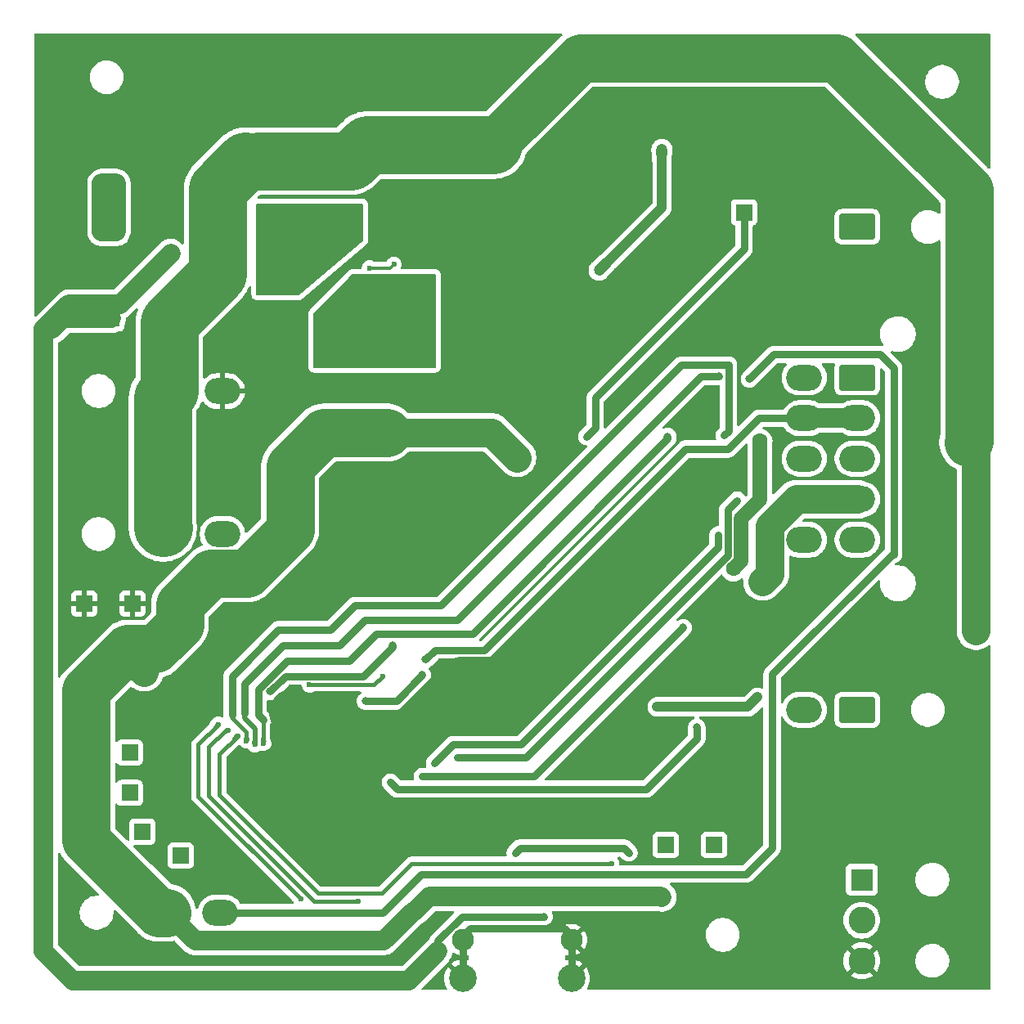
<source format=gbr>
%TF.GenerationSoftware,KiCad,Pcbnew,8.0.0*%
%TF.CreationDate,2024-03-30T14:37:23+01:00*%
%TF.ProjectId,schematic-main,73636865-6d61-4746-9963-2d6d61696e2e,rev?*%
%TF.SameCoordinates,Original*%
%TF.FileFunction,Copper,L2,Bot*%
%TF.FilePolarity,Positive*%
%FSLAX46Y46*%
G04 Gerber Fmt 4.6, Leading zero omitted, Abs format (unit mm)*
G04 Created by KiCad (PCBNEW 8.0.0) date 2024-03-30 14:37:23*
%MOMM*%
%LPD*%
G01*
G04 APERTURE LIST*
G04 Aperture macros list*
%AMRoundRect*
0 Rectangle with rounded corners*
0 $1 Rounding radius*
0 $2 $3 $4 $5 $6 $7 $8 $9 X,Y pos of 4 corners*
0 Add a 4 corners polygon primitive as box body*
4,1,4,$2,$3,$4,$5,$6,$7,$8,$9,$2,$3,0*
0 Add four circle primitives for the rounded corners*
1,1,$1+$1,$2,$3*
1,1,$1+$1,$4,$5*
1,1,$1+$1,$6,$7*
1,1,$1+$1,$8,$9*
0 Add four rect primitives between the rounded corners*
20,1,$1+$1,$2,$3,$4,$5,0*
20,1,$1+$1,$4,$5,$6,$7,0*
20,1,$1+$1,$6,$7,$8,$9,0*
20,1,$1+$1,$8,$9,$2,$3,0*%
G04 Aperture macros list end*
%TA.AperFunction,Conductor*%
%ADD10C,0.200000*%
%TD*%
%TA.AperFunction,ComponentPad*%
%ADD11R,1.700000X1.700000*%
%TD*%
%TA.AperFunction,ComponentPad*%
%ADD12RoundRect,0.250001X1.599999X-1.099999X1.599999X1.099999X-1.599999X1.099999X-1.599999X-1.099999X0*%
%TD*%
%TA.AperFunction,ComponentPad*%
%ADD13O,3.700000X2.700000*%
%TD*%
%TA.AperFunction,ComponentPad*%
%ADD14RoundRect,0.250001X-1.599999X1.099999X-1.599999X-1.099999X1.599999X-1.099999X1.599999X1.099999X0*%
%TD*%
%TA.AperFunction,ComponentPad*%
%ADD15C,2.280000*%
%TD*%
%TA.AperFunction,ComponentPad*%
%ADD16C,2.850000*%
%TD*%
%TA.AperFunction,ComponentPad*%
%ADD17R,2.300000X2.300000*%
%TD*%
%TA.AperFunction,ComponentPad*%
%ADD18C,2.800000*%
%TD*%
%TA.AperFunction,ViaPad*%
%ADD19C,0.800000*%
%TD*%
%TA.AperFunction,ViaPad*%
%ADD20C,1.600000*%
%TD*%
%TA.AperFunction,ViaPad*%
%ADD21C,1.200000*%
%TD*%
%TA.AperFunction,ViaPad*%
%ADD22C,0.600000*%
%TD*%
%TA.AperFunction,Conductor*%
%ADD23C,0.800000*%
%TD*%
%TA.AperFunction,Conductor*%
%ADD24C,0.400000*%
%TD*%
%TA.AperFunction,Conductor*%
%ADD25C,0.500000*%
%TD*%
%TA.AperFunction,Conductor*%
%ADD26C,2.000000*%
%TD*%
%TA.AperFunction,Conductor*%
%ADD27C,5.000000*%
%TD*%
%TA.AperFunction,Conductor*%
%ADD28C,1.000000*%
%TD*%
%TA.AperFunction,Conductor*%
%ADD29C,4.000000*%
%TD*%
%TA.AperFunction,Conductor*%
%ADD30C,6.000000*%
%TD*%
%TA.AperFunction,Conductor*%
%ADD31C,3.000000*%
%TD*%
%TA.AperFunction,Conductor*%
%ADD32C,1.500000*%
%TD*%
%TA.AperFunction,Conductor*%
%ADD33C,0.300000*%
%TD*%
G04 APERTURE END LIST*
D10*
%TO.N,Net-(U2-SW)*%
X132500000Y-50500000D02*
X120000000Y-50500000D01*
X120000000Y-45000000D01*
X122500000Y-42500000D01*
X123000000Y-42000000D01*
X124000000Y-41000000D01*
X132500000Y-41000000D01*
X132500000Y-50500000D01*
%TA.AperFunction,Conductor*%
G36*
X132500000Y-50500000D02*
G01*
X120000000Y-50500000D01*
X120000000Y-45000000D01*
X122500000Y-42500000D01*
X123000000Y-42000000D01*
X124000000Y-41000000D01*
X132500000Y-41000000D01*
X132500000Y-50500000D01*
G37*
%TD.AperFunction*%
%TO.N,Net-(U2-VIN)*%
X125000000Y-37400000D02*
X120600000Y-41100000D01*
X118400000Y-43000000D01*
X114100000Y-43000000D01*
X114100000Y-33700000D01*
X125000000Y-33700000D01*
X125000000Y-37400000D01*
%TA.AperFunction,Conductor*%
G36*
X125000000Y-37400000D02*
G01*
X120600000Y-41100000D01*
X118400000Y-43000000D01*
X114100000Y-43000000D01*
X114100000Y-33700000D01*
X125000000Y-33700000D01*
X125000000Y-37400000D01*
G37*
%TD.AperFunction*%
%TD*%
D11*
%TO.P,TP9,1,1*%
%TO.N,+3.3V*%
X156400000Y-100000000D03*
%TD*%
D12*
%TO.P,J2,1,Pin_1*%
%TO.N,+3.3V*%
X104775000Y-107000000D03*
D13*
%TO.P,J2,2,Pin_2*%
%TO.N,/IO/A_Input*%
X110275000Y-107000000D03*
%TD*%
D11*
%TO.P,TP7,1,1*%
%TO.N,+5V*%
X94000000Y-45500000D03*
%TD*%
D14*
%TO.P,J1,1,Pin_1*%
%TO.N,/Power /Vin*%
X176225000Y-36000000D03*
D13*
%TO.P,J1,2,Pin_2*%
%TO.N,GND*%
X170725000Y-36000000D03*
%TD*%
D11*
%TO.P,TP1,1,1*%
%TO.N,Net-(R25-Pad1)*%
X100900000Y-90400000D03*
%TD*%
D12*
%TO.P,J4,1,Pin_1*%
%TO.N,+12V*%
X105000000Y-53000000D03*
D13*
%TO.P,J4,2,Pin_2*%
%TO.N,GND*%
X110500000Y-53000000D03*
%TD*%
D11*
%TO.P,TP8,1,1*%
%TO.N,+3.3V*%
X161400000Y-100000000D03*
%TD*%
%TO.P,TP6,1,1*%
%TO.N,+5V*%
X99000000Y-45500000D03*
%TD*%
%TO.P,TP13,1,1*%
%TO.N,Net-(R28-Pad1)*%
X106200000Y-101100000D03*
%TD*%
%TO.P,TP5,1,1*%
%TO.N,+12V*%
X113200000Y-30900000D03*
%TD*%
%TO.P,TP1,1,1*%
%TO.N,/IO/FC_V*%
X164500000Y-34500000D03*
%TD*%
D14*
%TO.P,J5,1,Pin_1*%
%TO.N,+12V*%
X176225000Y-86000000D03*
D13*
%TO.P,J5,2,Pin_2*%
%TO.N,/IO/PURGE_VALVE*%
X170725000Y-86000000D03*
%TD*%
D11*
%TO.P,TP4,1,1*%
%TO.N,+12V*%
X118200000Y-30900000D03*
%TD*%
D12*
%TO.P,J6,1,Pin_1*%
%TO.N,+12V*%
X105000000Y-67800000D03*
D13*
%TO.P,J6,2,Pin_2*%
%TO.N,/IO/Main_Valve*%
X110500000Y-67800000D03*
%TD*%
D11*
%TO.P,TP3,1,1*%
%TO.N,GND*%
X101200000Y-75000000D03*
%TD*%
D15*
%TO.P,P1,A1,GND*%
%TO.N,GND*%
X135380000Y-109800000D03*
D16*
X135380000Y-113800000D03*
D15*
X146620000Y-109800000D03*
D16*
X146620000Y-113800000D03*
%TD*%
D17*
%TO.P,J3,1,Pin_1*%
%TO.N,/IO/CANH*%
X176687100Y-103584250D03*
D18*
%TO.P,J3,2,Pin_2*%
%TO.N,/IO/CANL*%
X176687100Y-107784250D03*
%TO.P,J3,3,Pin_3*%
%TO.N,GND*%
X176687100Y-111984250D03*
%TD*%
D14*
%TO.P,J7,1,Pin_1*%
%TO.N,+12V*%
X176225000Y-51600000D03*
D13*
%TO.P,J7,2,Pin_2*%
%TO.N,/IO/FAN_IN_PWM*%
X176225000Y-55800000D03*
%TO.P,J7,3,Pin_3*%
%TO.N,/IO/FAN_1_TACHO*%
X176225000Y-60000000D03*
%TO.P,J7,4,Pin_4*%
%TO.N,/IO/FAN_GND*%
X176225000Y-64200000D03*
%TO.P,J7,5,Pin_5*%
%TO.N,/IO/Temp_sensor*%
X176225000Y-68400000D03*
%TO.P,J7,6,Pin_6*%
%TO.N,+12V*%
X170725000Y-51600000D03*
%TO.P,J7,7,Pin_7*%
%TO.N,/IO/FAN_IN_PWM*%
X170725000Y-55800000D03*
%TO.P,J7,8,Pin_8*%
%TO.N,/IO/FAN_2_TACHO*%
X170725000Y-60000000D03*
%TO.P,J7,9,Pin_9*%
%TO.N,/IO/FAN_GND*%
X170725000Y-64200000D03*
%TO.P,J7,10,Pin_10*%
%TO.N,+3.3V*%
X170725000Y-68400000D03*
%TD*%
D11*
%TO.P,TP2,1,1*%
%TO.N,Net-(R26-Pad1)*%
X100900000Y-94600000D03*
%TD*%
%TO.P,TP2,1,1*%
%TO.N,GND*%
X96200000Y-75000000D03*
%TD*%
%TO.P,TP12,1,1*%
%TO.N,Net-(R27-Pad1)*%
X102200000Y-98600000D03*
%TD*%
D19*
%TO.N,GND*%
X119700000Y-43600000D03*
X112000000Y-91650000D03*
D20*
X112700000Y-103700000D03*
X115400000Y-17400000D03*
X166900000Y-45200000D03*
X159100000Y-109900000D03*
X136500000Y-17500000D03*
X125900000Y-17400000D03*
X184500000Y-17500000D03*
X182400000Y-96600000D03*
X134000000Y-99400000D03*
X121500000Y-98500000D03*
D21*
X117800000Y-86300000D03*
D20*
X157100000Y-109900000D03*
X111400000Y-17400000D03*
X142600000Y-80100000D03*
X107400000Y-17400000D03*
X93200000Y-23500000D03*
X166900000Y-41200000D03*
X159100000Y-113900000D03*
X182500000Y-17500000D03*
X157200000Y-41900000D03*
X103400000Y-17400000D03*
X182900000Y-61100000D03*
X138500000Y-17500000D03*
X145500000Y-57100000D03*
X94600000Y-40900000D03*
X180500000Y-17500000D03*
X95200000Y-17400000D03*
D19*
X126300000Y-35900000D03*
D20*
X167800000Y-109800000D03*
X180400000Y-99200000D03*
X174900000Y-41100000D03*
X127900000Y-17400000D03*
X143500000Y-55100000D03*
X95600000Y-64000000D03*
X133900000Y-65800000D03*
X112500000Y-76000000D03*
X126200000Y-102800000D03*
X130400000Y-99300000D03*
X105400000Y-17400000D03*
X174400000Y-99200000D03*
X132500000Y-17500000D03*
D19*
X132800000Y-107500000D03*
D20*
X95200000Y-23500000D03*
X148600000Y-73900000D03*
X148200000Y-97200000D03*
X112500000Y-78000000D03*
D19*
X118500000Y-47500000D03*
D20*
X121500000Y-73500000D03*
X188700000Y-96500000D03*
X92600000Y-40900000D03*
X135900000Y-63800000D03*
X188700000Y-109100000D03*
X188700000Y-102800000D03*
X132000000Y-97400000D03*
X123900000Y-102800000D03*
X140018019Y-86597919D03*
X135900000Y-65800000D03*
X178400000Y-96600000D03*
X159200000Y-55900000D03*
X104400000Y-85500000D03*
X137900000Y-63800000D03*
D21*
X121000000Y-86400000D03*
D20*
X188700000Y-94100000D03*
X162500000Y-105800000D03*
D19*
X101000000Y-29000000D03*
D20*
X95600000Y-56000000D03*
D21*
X149600000Y-31700000D03*
D20*
X188700000Y-106800000D03*
D19*
X112000000Y-93550000D03*
D20*
X170900000Y-41200000D03*
D19*
X117500000Y-45500000D03*
D20*
X106300000Y-88500000D03*
X133900000Y-61800000D03*
X188700000Y-100500000D03*
X176400000Y-99200000D03*
X170900000Y-43200000D03*
X135900000Y-61800000D03*
X93300000Y-20600000D03*
X121500000Y-100700000D03*
X101900000Y-110900000D03*
X97300000Y-110900000D03*
X160500000Y-105800000D03*
D21*
X121100000Y-88100000D03*
D20*
X121600000Y-102800000D03*
X147100000Y-75200000D03*
D19*
X118500000Y-44500000D03*
D20*
X182900000Y-59100000D03*
X180400000Y-96600000D03*
D21*
X118000000Y-89700000D03*
X119600000Y-89700000D03*
D20*
X165800000Y-113800000D03*
X157200000Y-39900000D03*
X165800000Y-111800000D03*
X113400000Y-17400000D03*
X158100000Y-64400000D03*
X135800000Y-97500000D03*
X104300000Y-88500000D03*
X142600000Y-80100000D03*
X172900000Y-41100000D03*
X123200000Y-63400000D03*
D19*
X117500000Y-46500000D03*
D20*
X127200000Y-63400000D03*
X188700000Y-113100000D03*
X176900000Y-41100000D03*
X95300000Y-20600000D03*
D21*
X119400000Y-86300000D03*
D20*
X155400000Y-88700000D03*
X98600000Y-40900000D03*
X188700000Y-90100000D03*
D19*
X126300000Y-111900000D03*
X131800000Y-108500000D03*
D20*
X125200000Y-63400000D03*
X134500000Y-17500000D03*
X174900000Y-45100000D03*
D19*
X102000000Y-27000000D03*
D20*
X123800000Y-100700000D03*
X109400000Y-17400000D03*
X184500000Y-75000000D03*
X95600000Y-60000000D03*
X182900000Y-65100000D03*
X158500000Y-27400000D03*
X121500000Y-71500000D03*
X145600000Y-97200000D03*
X165800000Y-109800000D03*
X144175000Y-78525000D03*
X188700000Y-111100000D03*
X186500000Y-17500000D03*
X188700000Y-104800000D03*
X157100000Y-111900000D03*
X137900000Y-65800000D03*
D19*
X118500000Y-45500000D03*
D20*
X184500000Y-71000000D03*
D21*
X121200000Y-89800000D03*
D20*
X172900000Y-43100000D03*
D19*
X120700000Y-42600000D03*
X117500000Y-44500000D03*
D20*
X123900000Y-17400000D03*
D19*
X101000000Y-28000000D03*
X116500000Y-45500000D03*
D20*
X182400000Y-99200000D03*
X123400000Y-72500000D03*
X182900000Y-57100000D03*
X188700000Y-98500000D03*
X168900000Y-45200000D03*
X176900000Y-43100000D03*
D19*
X112900000Y-92650000D03*
D20*
X176400000Y-96600000D03*
X170900000Y-45200000D03*
X128600000Y-97200000D03*
X143500000Y-57100000D03*
D21*
X117900000Y-88000000D03*
D20*
X145500000Y-55100000D03*
X188700000Y-92100000D03*
X123400000Y-70500000D03*
D19*
X101000000Y-27000000D03*
D20*
X102400000Y-85500000D03*
X167800000Y-111800000D03*
D19*
X112900000Y-91650000D03*
D21*
X119500000Y-88000000D03*
D20*
X182900000Y-63100000D03*
X159900000Y-62600000D03*
X101200000Y-23500000D03*
D19*
X102000000Y-29000000D03*
D20*
X168900000Y-41200000D03*
D19*
X117500000Y-47500000D03*
D20*
X130500000Y-17500000D03*
X184500000Y-73000000D03*
X110400000Y-103700000D03*
D19*
X116500000Y-47500000D03*
D20*
X145400000Y-76900000D03*
D19*
X112000000Y-92650000D03*
D20*
X96600000Y-40900000D03*
X150100000Y-72600000D03*
X137900000Y-61800000D03*
D19*
X127300000Y-111900000D03*
D20*
X178400000Y-99200000D03*
D19*
X112900000Y-93550000D03*
D20*
X172900000Y-45100000D03*
D19*
X118500000Y-46500000D03*
X102000000Y-28000000D03*
D20*
X174400000Y-96600000D03*
X99200000Y-23500000D03*
X119900000Y-17400000D03*
X121900000Y-17400000D03*
X166900000Y-43200000D03*
X152800000Y-88700000D03*
X159100000Y-111900000D03*
X157100000Y-113900000D03*
X184500000Y-67000000D03*
X117400000Y-17400000D03*
X168900000Y-43200000D03*
X95600000Y-58000000D03*
D19*
X126300000Y-34900000D03*
D20*
X99600000Y-110900000D03*
X137500000Y-99400000D03*
X97200000Y-23500000D03*
X133900000Y-63800000D03*
X108100000Y-103700000D03*
D19*
X116500000Y-46500000D03*
D20*
X156300000Y-66000000D03*
X167800000Y-113800000D03*
X184500000Y-69000000D03*
X188500000Y-17500000D03*
X93200000Y-17400000D03*
X174900000Y-43100000D03*
X164500000Y-105800000D03*
X176900000Y-45100000D03*
X95600000Y-62000000D03*
%TO.N,+12V*%
X188500000Y-75800000D03*
X188500000Y-77800000D03*
X188500000Y-57400000D03*
X135800000Y-27700000D03*
X188500000Y-55400000D03*
X139000000Y-27700000D03*
X129700000Y-27700000D03*
X123800000Y-29200000D03*
X188500000Y-59400000D03*
X188500000Y-53400000D03*
X188500000Y-51400000D03*
X132900000Y-27700000D03*
X126800000Y-27700000D03*
X120900000Y-29200000D03*
D19*
%TO.N,/Power /Vreg*%
X99500000Y-34500000D03*
X99500000Y-35500000D03*
X99500000Y-31500000D03*
X99500000Y-36500000D03*
X98000000Y-33500000D03*
X98000000Y-31500000D03*
X98000000Y-32500000D03*
X98000000Y-36500000D03*
X99500000Y-33500000D03*
X98000000Y-34500000D03*
X99500000Y-32500000D03*
X98000000Y-35500000D03*
D20*
%TO.N,+3.3V*%
X166140105Y-58193309D03*
D19*
X115407107Y-84107107D03*
D20*
X163400000Y-71400000D03*
X141000000Y-59900000D03*
D22*
X140800000Y-100800000D03*
D20*
X125600000Y-57300000D03*
X122000000Y-57300000D03*
D22*
X152600000Y-100800000D03*
D20*
X127500000Y-57300000D03*
X130300000Y-106800000D03*
X102400000Y-82100000D03*
D19*
X128100000Y-79300000D03*
D20*
X123800000Y-57300000D03*
X100700000Y-80400000D03*
X156000000Y-105400000D03*
D19*
%TO.N,/IO/PURGE_VALVE_MCU*%
X159600000Y-87800000D03*
D22*
X127900000Y-93500000D03*
%TO.N,/MCU/BOOT*%
X111100000Y-88100000D03*
X124600000Y-105800000D03*
%TO.N,/MCU/RESET*%
X118600000Y-105600000D03*
X110100000Y-87500000D03*
D19*
%TO.N,Net-(U2-VIN)*%
X117500000Y-42000000D03*
X117500000Y-41000000D03*
X118500000Y-41000000D03*
X119500000Y-40000000D03*
X116500000Y-42000000D03*
X117500000Y-40000000D03*
X116500000Y-41000000D03*
X119500000Y-41000000D03*
X116500000Y-40000000D03*
X118500000Y-40000000D03*
X118500000Y-42000000D03*
%TO.N,Net-(U2-SW)*%
X123000000Y-45000000D03*
X122000000Y-45000000D03*
X122000000Y-44000000D03*
X127100000Y-46500000D03*
X127100000Y-45500000D03*
X123000000Y-44000000D03*
X123000000Y-43000000D03*
X124000000Y-45000000D03*
X124000000Y-44000000D03*
D22*
%TO.N,Net-(U2-SS)*%
X128250000Y-39900000D03*
X125743108Y-40256892D03*
D21*
%TO.N,Net-(D2-K)*%
X149500000Y-40500000D03*
X156000000Y-28000000D03*
D22*
%TO.N,/MCU/MCU_TEST*%
X112100000Y-88700000D03*
X150800000Y-101900000D03*
%TO.N,/IO/FAN_IN_PWM*%
X119514320Y-83414320D03*
X127100000Y-82500000D03*
D19*
X131500000Y-80800000D03*
D22*
%TO.N,/IO/FAN_ON_MCU*%
X131200000Y-92900000D03*
D19*
X158200000Y-77500000D03*
%TO.N,/IO/A_Input*%
X165050000Y-51750000D03*
D22*
%TO.N,/IO/Temp_MCU*%
X113000000Y-89200000D03*
X162438000Y-57600000D03*
%TO.N,/IO/Analog_MCU*%
X113850000Y-89600000D03*
D19*
X161900000Y-51500000D03*
D22*
%TO.N,/IO/FC_Voltage_MCU*%
X114765774Y-89465774D03*
D19*
X156600000Y-57700000D03*
D20*
%TO.N,/IO/FAN_GND*%
X166400000Y-72700000D03*
D19*
%TO.N,/IO/Main_Valve_MCU*%
X125300000Y-85100000D03*
X131200000Y-82400000D03*
D22*
%TO.N,/IO/FAN_1_TACHO*%
X132450000Y-91500000D03*
X161800000Y-67900000D03*
%TO.N,/IO/FAN_2_TACHO*%
X134800000Y-90900000D03*
X163800000Y-64300000D03*
%TO.N,Net-(Q1-G)*%
X155500000Y-85700000D03*
X165900000Y-84700000D03*
%TO.N,/IO/FC_V*%
X148200000Y-57700000D03*
D19*
%TO.N,+5V*%
X143800000Y-107400000D03*
D21*
X132800000Y-111000000D03*
D20*
X105150000Y-38750000D03*
%TD*%
D23*
%TO.N,+5V*%
X132800000Y-109919268D02*
X135319268Y-107400000D01*
X135319268Y-107400000D02*
X143800000Y-107400000D01*
X132800000Y-111000000D02*
X132800000Y-109919268D01*
D24*
%TO.N,/MCU/MCU_TEST*%
X130100000Y-101900000D02*
X150800000Y-101900000D01*
X120400000Y-105000000D02*
X127000000Y-105000000D01*
X110200000Y-90600000D02*
X110200000Y-94800000D01*
X110200000Y-94800000D02*
X120400000Y-105000000D01*
X112100000Y-88700000D02*
X110200000Y-90600000D01*
X127000000Y-105000000D02*
X130100000Y-101900000D01*
D25*
%TO.N,/IO/Analog_MCU*%
X112800000Y-86900000D02*
X112800000Y-86385786D01*
X113850000Y-89600000D02*
X113850000Y-87950000D01*
X113850000Y-87950000D02*
X112800000Y-86900000D01*
D26*
%TO.N,/Power /Vreg*%
X98000000Y-36500000D02*
X99500000Y-36500000D01*
X98000000Y-31500000D02*
X98000000Y-36500000D01*
X99500000Y-31500000D02*
X98000000Y-31500000D01*
X99500000Y-31500000D02*
X99500000Y-36500000D01*
D27*
%TO.N,GND*%
X121200000Y-89800000D02*
X121200000Y-86600000D01*
D28*
X112900000Y-93550000D02*
X112000000Y-93550000D01*
D23*
X145872792Y-108600000D02*
X136127208Y-108600000D01*
D28*
X112000000Y-93550000D02*
X112000000Y-91650000D01*
D27*
X170725000Y-43025000D02*
X170900000Y-43200000D01*
X121200000Y-89800000D02*
X128415938Y-89800000D01*
X117050252Y-93800000D02*
X114200000Y-93800000D01*
X117800000Y-86300000D02*
X118000000Y-86500000D01*
X159900000Y-62800000D02*
X159900000Y-62600000D01*
X119500000Y-88000000D02*
X119500000Y-91350252D01*
X118000000Y-86500000D02*
X118000000Y-89700000D01*
D28*
X112900000Y-92650000D02*
X112900000Y-93550000D01*
D27*
X131957969Y-86257969D02*
X132297919Y-86597919D01*
X131957969Y-86257969D02*
X135215938Y-83000000D01*
X170725000Y-36000000D02*
X170725000Y-43025000D01*
X139700000Y-83000000D02*
X159900000Y-62800000D01*
D23*
X146620000Y-109347208D02*
X145872792Y-108600000D01*
D27*
X135215938Y-83000000D02*
X139700000Y-83000000D01*
X128415938Y-89800000D02*
X131957969Y-86257969D01*
D23*
X136127208Y-108600000D02*
X135380000Y-109347208D01*
X135380000Y-109347208D02*
X135380000Y-113800000D01*
D28*
X112000000Y-92650000D02*
X112900000Y-92650000D01*
D23*
X146620000Y-113800000D02*
X146620000Y-109347208D01*
D27*
X119500000Y-91350252D02*
X117050252Y-93800000D01*
D28*
X112900000Y-93550000D02*
X112900000Y-91650000D01*
D29*
X132297919Y-86597919D02*
X140018019Y-86597919D01*
D27*
%TO.N,+12V*%
X187800000Y-58200000D02*
X187700000Y-58300000D01*
X147600000Y-18500000D02*
X174100000Y-18500000D01*
X110400000Y-31700000D02*
X110700000Y-31400000D01*
X112600000Y-29600000D02*
X113700000Y-29600000D01*
D30*
X117800000Y-29200000D02*
X120900000Y-29200000D01*
X105000000Y-53000000D02*
X104300000Y-53700000D01*
X123800000Y-29200000D02*
X125450000Y-27550000D01*
X114200000Y-29200000D02*
X117800000Y-29200000D01*
D27*
X113700000Y-29600000D02*
X113800000Y-29700000D01*
D30*
X125450000Y-27550000D02*
X138550000Y-27550000D01*
X110700000Y-31400000D02*
X112900000Y-29200000D01*
D27*
X174100000Y-18500000D02*
X187800000Y-32200000D01*
X127200000Y-27550000D02*
X138550000Y-27550000D01*
X138550000Y-27550000D02*
X147600000Y-18500000D01*
D31*
X188500000Y-59400000D02*
X188500000Y-75800000D01*
D30*
X110000000Y-32100000D02*
X110400000Y-31700000D01*
D27*
X113800000Y-29700000D02*
X113900000Y-29600000D01*
D31*
X188500000Y-75800000D02*
X188500000Y-77800000D01*
D27*
X187800000Y-32200000D02*
X187800000Y-58200000D01*
D30*
X105000000Y-45900000D02*
X110000000Y-40900000D01*
X104300000Y-53700000D02*
X104300000Y-67100000D01*
X110000000Y-40900000D02*
X110000000Y-32100000D01*
X120900000Y-29200000D02*
X123800000Y-29200000D01*
X105000000Y-53000000D02*
X105000000Y-45900000D01*
X104300000Y-67100000D02*
X104369491Y-67169491D01*
D26*
%TO.N,+3.3V*%
X127200000Y-109900000D02*
X107675000Y-109900000D01*
D23*
X116999894Y-82514320D02*
X115407107Y-84107107D01*
D26*
X107675000Y-109900000D02*
X104775000Y-107000000D01*
D27*
X100700000Y-80400000D02*
X100700000Y-79700000D01*
X106100000Y-77200000D02*
X103600000Y-79700000D01*
D23*
X141300000Y-100300000D02*
X152100000Y-100300000D01*
X128100000Y-79300000D02*
X128100000Y-79500000D01*
D31*
X141000000Y-59900000D02*
X138400000Y-57300000D01*
X138400000Y-57300000D02*
X122000000Y-57300000D01*
D23*
X152100000Y-100300000D02*
X152600000Y-100800000D01*
D27*
X103900000Y-107000000D02*
X104775000Y-107000000D01*
X109350000Y-71850000D02*
X106100000Y-75100000D01*
X96400000Y-84000000D02*
X96400000Y-99500000D01*
D23*
X128100000Y-79500000D02*
X125085680Y-82514320D01*
D27*
X122000000Y-57300000D02*
X121000000Y-57300000D01*
X117500000Y-67400000D02*
X113050000Y-71850000D01*
D32*
X166140105Y-58193309D02*
X166140105Y-64259895D01*
D26*
X130300000Y-106800000D02*
X130400000Y-106800000D01*
X155900000Y-105300000D02*
X156000000Y-105400000D01*
X131900000Y-105300000D02*
X155900000Y-105300000D01*
D32*
X164200000Y-66200000D02*
X164200000Y-70600000D01*
D27*
X100700000Y-79700000D02*
X96400000Y-84000000D01*
X103600000Y-79700000D02*
X100700000Y-79700000D01*
D26*
X130400000Y-106800000D02*
X131900000Y-105300000D01*
D32*
X164200000Y-70600000D02*
X163400000Y-71400000D01*
D27*
X117500000Y-60800000D02*
X117500000Y-67400000D01*
X106100000Y-75100000D02*
X106100000Y-77200000D01*
D32*
X166140105Y-64259895D02*
X164200000Y-66200000D01*
D26*
X130300000Y-106800000D02*
X127200000Y-109900000D01*
D27*
X96400000Y-99500000D02*
X103900000Y-107000000D01*
X113050000Y-71850000D02*
X109350000Y-71850000D01*
D23*
X140800000Y-100800000D02*
X141300000Y-100300000D01*
D27*
X127500000Y-57300000D02*
X122000000Y-57300000D01*
X121000000Y-57300000D02*
X117500000Y-60800000D01*
D31*
X100700000Y-80400000D02*
X102400000Y-82100000D01*
D23*
X125085680Y-82514320D02*
X116999894Y-82514320D01*
%TO.N,/IO/PURGE_VALVE_MCU*%
X128600000Y-94200000D02*
X127900000Y-93500000D01*
X154400000Y-94200000D02*
X128600000Y-94200000D01*
X159600000Y-89000000D02*
X154400000Y-94200000D01*
X159600000Y-87800000D02*
X159600000Y-89000000D01*
D24*
%TO.N,/MCU/BOOT*%
X120000000Y-105800000D02*
X124600000Y-105800000D01*
X110851472Y-88100000D02*
X109100000Y-89851472D01*
X109100000Y-89851472D02*
X109100000Y-94900000D01*
X111100000Y-88100000D02*
X110851472Y-88100000D01*
X109100000Y-94900000D02*
X120000000Y-105800000D01*
%TO.N,/MCU/RESET*%
X108000000Y-95000000D02*
X118600000Y-105600000D01*
X108000000Y-89600000D02*
X108000000Y-95000000D01*
X110100000Y-87500000D02*
X108000000Y-89600000D01*
D33*
%TO.N,Net-(U2-SS)*%
X125743108Y-40256892D02*
X127893108Y-40256892D01*
X127893108Y-40256892D02*
X128250000Y-39900000D01*
D28*
%TO.N,Net-(D2-K)*%
X156000000Y-28000000D02*
X156000000Y-34000000D01*
X156000000Y-34000000D02*
X149500000Y-40500000D01*
D24*
%TO.N,/IO/FAN_IN_PWM*%
X119528640Y-83400000D02*
X119514320Y-83414320D01*
D23*
X137600000Y-79800000D02*
X132500000Y-79800000D01*
X170725000Y-55800000D02*
X166052214Y-55800000D01*
X162852213Y-59000001D02*
X158399999Y-59000001D01*
D26*
X176225000Y-55800000D02*
X170725000Y-55800000D01*
D23*
X158399999Y-59000001D02*
X137600000Y-79800000D01*
D24*
X127100000Y-82500000D02*
X126200000Y-83400000D01*
D23*
X132500000Y-79800000D02*
X131500000Y-80800000D01*
X166052214Y-55800000D02*
X162852213Y-59000001D01*
D24*
X126200000Y-83400000D02*
X119528640Y-83400000D01*
D23*
%TO.N,/IO/FAN_ON_MCU*%
X131200000Y-92900000D02*
X142800000Y-92900000D01*
X142800000Y-92900000D02*
X158200000Y-77500000D01*
%TO.N,/IO/A_Input*%
X167400000Y-82300000D02*
X167400000Y-100300000D01*
X167400000Y-100300000D02*
X164700000Y-103000000D01*
X165050000Y-51750000D02*
X167600000Y-49200000D01*
X178600000Y-49200000D02*
X180000000Y-50600000D01*
X180000000Y-50600000D02*
X180000000Y-69893019D01*
X164700000Y-103000000D02*
X131100000Y-103000000D01*
X131100000Y-103000000D02*
X127100000Y-107000000D01*
X179806981Y-69893019D02*
X167400000Y-82300000D01*
X167600000Y-49200000D02*
X178600000Y-49200000D01*
X180000000Y-69893019D02*
X179806981Y-69893019D01*
X127100000Y-107000000D02*
X110275000Y-107000000D01*
D24*
%TO.N,/IO/Temp_MCU*%
X111500000Y-86831371D02*
X112968629Y-88300000D01*
D23*
X116300000Y-77700000D02*
X111500000Y-82500000D01*
X162900000Y-57138000D02*
X162900000Y-50300000D01*
D24*
X111500000Y-86500000D02*
X111500000Y-86831371D01*
D23*
X124200000Y-75200000D02*
X121700000Y-77700000D01*
X162900000Y-50300000D02*
X158000000Y-50300000D01*
X111500000Y-82500000D02*
X111500000Y-86500000D01*
X162438000Y-57600000D02*
X162900000Y-57138000D01*
X158000000Y-50300000D02*
X133100000Y-75200000D01*
X121700000Y-77700000D02*
X116300000Y-77700000D01*
D24*
X112968629Y-88300000D02*
X113000000Y-88300000D01*
X113000000Y-88300000D02*
X113000000Y-89200000D01*
D23*
X133100000Y-75200000D02*
X124200000Y-75200000D01*
%TO.N,/IO/Analog_MCU*%
X122600000Y-79300000D02*
X125200000Y-76700000D01*
X112800000Y-83300000D02*
X116800000Y-79300000D01*
X160000000Y-51500000D02*
X161900000Y-51500000D01*
X112800000Y-86385786D02*
X112800000Y-83300000D01*
X116800000Y-79300000D02*
X122600000Y-79300000D01*
X134800000Y-76700000D02*
X160000000Y-51500000D01*
X125200000Y-76700000D02*
X134800000Y-76700000D01*
D24*
%TO.N,/IO/FC_Voltage_MCU*%
X114765774Y-89465774D02*
X114700000Y-89400000D01*
X114700000Y-89400000D02*
X114700000Y-87000000D01*
D23*
X114200000Y-86500000D02*
X114700000Y-87000000D01*
X136400000Y-78100000D02*
X126400000Y-78100000D01*
X117200000Y-80900000D02*
X114200000Y-83900000D01*
X156600000Y-57700000D02*
X156600000Y-57900000D01*
X156600000Y-57900000D02*
X136400000Y-78100000D01*
X123600000Y-80900000D02*
X117200000Y-80900000D01*
X114200000Y-83900000D02*
X114200000Y-86500000D01*
X126400000Y-78100000D02*
X123600000Y-80900000D01*
D31*
%TO.N,/IO/FAN_GND*%
X169900000Y-64200000D02*
X167175000Y-66925000D01*
X176225000Y-64200000D02*
X170725000Y-64200000D01*
X167175000Y-66925000D02*
X167175000Y-71925000D01*
X170725000Y-64200000D02*
X169900000Y-64200000D01*
X167175000Y-71925000D02*
X166400000Y-72700000D01*
D23*
%TO.N,/IO/Main_Valve_MCU*%
X128500000Y-85100000D02*
X125300000Y-85100000D01*
X131200000Y-82400000D02*
X128500000Y-85100000D01*
%TO.N,/IO/FAN_1_TACHO*%
X134350000Y-89600000D02*
X141400000Y-89600000D01*
X161800000Y-69200000D02*
X161800000Y-67900000D01*
X132450000Y-91500000D02*
X134350000Y-89600000D01*
X141400000Y-89600000D02*
X161800000Y-69200000D01*
%TO.N,/IO/FAN_2_TACHO*%
X141920101Y-90900000D02*
X162800001Y-70020100D01*
X162800001Y-70020100D02*
X162800001Y-65299999D01*
X162800001Y-65299999D02*
X163800000Y-64300000D01*
X134800000Y-90900000D02*
X141920101Y-90900000D01*
D28*
%TO.N,Net-(Q1-G)*%
X164900000Y-85700000D02*
X165900000Y-84700000D01*
X155500000Y-85700000D02*
X164900000Y-85700000D01*
D23*
%TO.N,/IO/FC_V*%
X148200000Y-57700000D02*
X149100000Y-56800000D01*
X164500000Y-38300000D02*
X164500000Y-34500000D01*
X149100000Y-56800000D02*
X149100000Y-53700000D01*
X149100000Y-53700000D02*
X164500000Y-38300000D01*
D26*
%TO.N,+5V*%
X92000000Y-46600000D02*
X92900000Y-46600000D01*
X92000000Y-111000000D02*
X92000000Y-46600000D01*
X95000000Y-114000000D02*
X92000000Y-111000000D01*
X94600000Y-44000000D02*
X92000000Y-46600000D01*
X99900000Y-44000000D02*
X94600000Y-44000000D01*
X92900000Y-46600000D02*
X94000000Y-45500000D01*
X132800000Y-111000000D02*
X129800000Y-114000000D01*
X129800000Y-114000000D02*
X95000000Y-114000000D01*
X105150000Y-38750000D02*
X99900000Y-44000000D01*
X94000000Y-45500000D02*
X99000000Y-45500000D01*
%TD*%
%TA.AperFunction,Conductor*%
%TO.N,GND*%
G36*
X134438682Y-111151114D02*
G01*
X134466842Y-111163853D01*
X134633153Y-111265769D01*
X134633156Y-111265771D01*
X134871644Y-111364555D01*
X135122650Y-111424816D01*
X135380000Y-111445070D01*
X135637349Y-111424816D01*
X135846553Y-111374591D01*
X135916335Y-111378082D01*
X135973153Y-111418746D01*
X135998966Y-111483672D01*
X135999500Y-111495165D01*
X135999500Y-111810868D01*
X135979815Y-111877907D01*
X135927011Y-111923662D01*
X135857853Y-111933606D01*
X135849142Y-111932034D01*
X135654661Y-111889727D01*
X135380001Y-111870083D01*
X135379999Y-111870083D01*
X135105338Y-111889727D01*
X134836288Y-111948255D01*
X134578277Y-112044488D01*
X134336613Y-112176447D01*
X134207015Y-112273462D01*
X134907027Y-112973474D01*
X134774410Y-113062087D01*
X134642087Y-113194410D01*
X134553474Y-113327027D01*
X133853462Y-112627015D01*
X133756447Y-112756613D01*
X133624488Y-112998277D01*
X133528255Y-113256288D01*
X133469727Y-113525338D01*
X133450083Y-113799998D01*
X133450083Y-113800001D01*
X133469727Y-114074661D01*
X133528255Y-114343711D01*
X133624488Y-114601722D01*
X133741533Y-114816073D01*
X133756385Y-114884346D01*
X133731968Y-114949811D01*
X133676034Y-114991682D01*
X133632701Y-114999500D01*
X131221889Y-114999500D01*
X131154850Y-114979815D01*
X131109095Y-114927011D01*
X131099151Y-114857853D01*
X131128176Y-114794297D01*
X131134208Y-114787819D01*
X132429101Y-113492926D01*
X133944518Y-111977510D01*
X134083343Y-111786433D01*
X134190568Y-111575992D01*
X134263553Y-111351368D01*
X134279579Y-111250182D01*
X134309508Y-111187048D01*
X134368819Y-111150116D01*
X134438682Y-111151114D01*
G37*
%TD.AperFunction*%
%TA.AperFunction,Conductor*%
G36*
X172872829Y-21520185D02*
G01*
X172893471Y-21536819D01*
X184763181Y-33406528D01*
X184796666Y-33467851D01*
X184799500Y-33494209D01*
X184799500Y-34520054D01*
X184779815Y-34587093D01*
X184727011Y-34632848D01*
X184657853Y-34642792D01*
X184600014Y-34618430D01*
X184499616Y-34541392D01*
X184499615Y-34541391D01*
X184499612Y-34541389D01*
X184300888Y-34426656D01*
X184300876Y-34426650D01*
X184088887Y-34338842D01*
X184082860Y-34337227D01*
X183867238Y-34279452D01*
X183829215Y-34274446D01*
X183639741Y-34249500D01*
X183639734Y-34249500D01*
X183410266Y-34249500D01*
X183410258Y-34249500D01*
X183193715Y-34278009D01*
X183182762Y-34279452D01*
X183136570Y-34291829D01*
X182961112Y-34338842D01*
X182749123Y-34426650D01*
X182749109Y-34426657D01*
X182550382Y-34541392D01*
X182368338Y-34681081D01*
X182206081Y-34843338D01*
X182066392Y-35025382D01*
X181951657Y-35224109D01*
X181951650Y-35224123D01*
X181863842Y-35436112D01*
X181804453Y-35657759D01*
X181804451Y-35657770D01*
X181774500Y-35885258D01*
X181774500Y-36114741D01*
X181792308Y-36250000D01*
X181804452Y-36342238D01*
X181826979Y-36426310D01*
X181863842Y-36563887D01*
X181951650Y-36775876D01*
X181951657Y-36775890D01*
X182066392Y-36974617D01*
X182206081Y-37156661D01*
X182206089Y-37156670D01*
X182368330Y-37318911D01*
X182368338Y-37318918D01*
X182550382Y-37458607D01*
X182550385Y-37458608D01*
X182550388Y-37458611D01*
X182749112Y-37573344D01*
X182749117Y-37573346D01*
X182749123Y-37573349D01*
X182826707Y-37605485D01*
X182961113Y-37661158D01*
X183182762Y-37720548D01*
X183410266Y-37750500D01*
X183410273Y-37750500D01*
X183639727Y-37750500D01*
X183639734Y-37750500D01*
X183867238Y-37720548D01*
X184088887Y-37661158D01*
X184300888Y-37573344D01*
X184499612Y-37458611D01*
X184600013Y-37381569D01*
X184665182Y-37356375D01*
X184733627Y-37370413D01*
X184783617Y-37419227D01*
X184799500Y-37479945D01*
X184799500Y-57509822D01*
X184796391Y-57537414D01*
X184737231Y-57796612D01*
X184699500Y-58131490D01*
X184699500Y-58468509D01*
X184737231Y-58803381D01*
X184737233Y-58803397D01*
X184812223Y-59131953D01*
X184812227Y-59131965D01*
X184923532Y-59450054D01*
X185069752Y-59753683D01*
X185069754Y-59753686D01*
X185249054Y-60039039D01*
X185367668Y-60187776D01*
X185454456Y-60296606D01*
X185459176Y-60302524D01*
X185697476Y-60540824D01*
X185960961Y-60750946D01*
X186246314Y-60930246D01*
X186246319Y-60930249D01*
X186429301Y-61018368D01*
X186481161Y-61065190D01*
X186499500Y-61130088D01*
X186499500Y-77931127D01*
X186524075Y-78117780D01*
X186533730Y-78191116D01*
X186576317Y-78350054D01*
X186601602Y-78444418D01*
X186601605Y-78444428D01*
X186701953Y-78686690D01*
X186701958Y-78686700D01*
X186833075Y-78913803D01*
X186992718Y-79121851D01*
X186992726Y-79121860D01*
X187178140Y-79307274D01*
X187178148Y-79307281D01*
X187386196Y-79466924D01*
X187613299Y-79598041D01*
X187613309Y-79598046D01*
X187855571Y-79698394D01*
X187855581Y-79698398D01*
X188108884Y-79766270D01*
X188368880Y-79800500D01*
X188368887Y-79800500D01*
X188631113Y-79800500D01*
X188631120Y-79800500D01*
X188891116Y-79766270D01*
X189144419Y-79698398D01*
X189386697Y-79598043D01*
X189613803Y-79466924D01*
X189800015Y-79324036D01*
X189865182Y-79298843D01*
X189933627Y-79312881D01*
X189983617Y-79361694D01*
X189999500Y-79422413D01*
X189999500Y-114875500D01*
X189979815Y-114942539D01*
X189927011Y-114988294D01*
X189875500Y-114999500D01*
X148367299Y-114999500D01*
X148300260Y-114979815D01*
X148254505Y-114927011D01*
X148244561Y-114857853D01*
X148258467Y-114816073D01*
X148375511Y-114601722D01*
X148471744Y-114343711D01*
X148530272Y-114074661D01*
X148549917Y-113800001D01*
X148549917Y-113799998D01*
X148530272Y-113525338D01*
X148471744Y-113256288D01*
X148375511Y-112998277D01*
X148243552Y-112756613D01*
X148243547Y-112756605D01*
X148146537Y-112627015D01*
X148146536Y-112627014D01*
X147446524Y-113327026D01*
X147357913Y-113194410D01*
X147225590Y-113062087D01*
X147092971Y-112973473D01*
X147792984Y-112273461D01*
X147663394Y-112176452D01*
X147663386Y-112176447D01*
X147421721Y-112044488D01*
X147421722Y-112044488D01*
X147260220Y-111984251D01*
X174782247Y-111984251D01*
X174801636Y-112255340D01*
X174801637Y-112255347D01*
X174859405Y-112520904D01*
X174954385Y-112775556D01*
X174954387Y-112775560D01*
X175084632Y-113014085D01*
X175084637Y-113014093D01*
X175178421Y-113139373D01*
X175178422Y-113139374D01*
X175896622Y-112421174D01*
X175988024Y-112557967D01*
X176113383Y-112683326D01*
X176250174Y-112774727D01*
X175531974Y-113492926D01*
X175657263Y-113586716D01*
X175657264Y-113586717D01*
X175895789Y-113716962D01*
X175895793Y-113716964D01*
X176150445Y-113811944D01*
X176416002Y-113869712D01*
X176416009Y-113869713D01*
X176687099Y-113889103D01*
X176687101Y-113889103D01*
X176958190Y-113869713D01*
X176958197Y-113869712D01*
X177223754Y-113811944D01*
X177478406Y-113716964D01*
X177478410Y-113716962D01*
X177716944Y-113586712D01*
X177842223Y-113492927D01*
X177842224Y-113492926D01*
X177124024Y-112774727D01*
X177260817Y-112683326D01*
X177386176Y-112557967D01*
X177477577Y-112421174D01*
X178195776Y-113139374D01*
X178195777Y-113139373D01*
X178289562Y-113014094D01*
X178419812Y-112775560D01*
X178419814Y-112775556D01*
X178514794Y-112520904D01*
X178572562Y-112255347D01*
X178572563Y-112255340D01*
X178583746Y-112098991D01*
X182236600Y-112098991D01*
X182256057Y-112246770D01*
X182266552Y-112326488D01*
X182312151Y-112496666D01*
X182325942Y-112548137D01*
X182413750Y-112760126D01*
X182413757Y-112760140D01*
X182528492Y-112958867D01*
X182668181Y-113140911D01*
X182668189Y-113140920D01*
X182830430Y-113303161D01*
X182830438Y-113303168D01*
X183012482Y-113442857D01*
X183012485Y-113442858D01*
X183012488Y-113442861D01*
X183211212Y-113557594D01*
X183211217Y-113557596D01*
X183211223Y-113557599D01*
X183281509Y-113586712D01*
X183423213Y-113645408D01*
X183644862Y-113704798D01*
X183872366Y-113734750D01*
X183872373Y-113734750D01*
X184101827Y-113734750D01*
X184101834Y-113734750D01*
X184329338Y-113704798D01*
X184550987Y-113645408D01*
X184762988Y-113557594D01*
X184961712Y-113442861D01*
X185143761Y-113303169D01*
X185143765Y-113303164D01*
X185143770Y-113303161D01*
X185306011Y-113140920D01*
X185306014Y-113140915D01*
X185306019Y-113140911D01*
X185445711Y-112958862D01*
X185560444Y-112760138D01*
X185648258Y-112548137D01*
X185707648Y-112326488D01*
X185737600Y-112098984D01*
X185737600Y-111869516D01*
X185707648Y-111642012D01*
X185648258Y-111420363D01*
X185560444Y-111208362D01*
X185445711Y-111009638D01*
X185445708Y-111009635D01*
X185445707Y-111009632D01*
X185341127Y-110873342D01*
X185306019Y-110827589D01*
X185306018Y-110827588D01*
X185306011Y-110827580D01*
X185143770Y-110665339D01*
X185143761Y-110665331D01*
X184961717Y-110525642D01*
X184762990Y-110410907D01*
X184762976Y-110410900D01*
X184550987Y-110323092D01*
X184329338Y-110263702D01*
X184291315Y-110258696D01*
X184101841Y-110233750D01*
X184101834Y-110233750D01*
X183872366Y-110233750D01*
X183872358Y-110233750D01*
X183655815Y-110262259D01*
X183644862Y-110263702D01*
X183551176Y-110288804D01*
X183423212Y-110323092D01*
X183211223Y-110410900D01*
X183211209Y-110410907D01*
X183012482Y-110525642D01*
X182830438Y-110665331D01*
X182668181Y-110827588D01*
X182528492Y-111009632D01*
X182413757Y-111208359D01*
X182413750Y-111208373D01*
X182325942Y-111420362D01*
X182266553Y-111642009D01*
X182266551Y-111642020D01*
X182236600Y-111869508D01*
X182236600Y-112098991D01*
X178583746Y-112098991D01*
X178591953Y-111984251D01*
X178591953Y-111984248D01*
X178572563Y-111713159D01*
X178572562Y-111713152D01*
X178514794Y-111447595D01*
X178419814Y-111192943D01*
X178419812Y-111192939D01*
X178289567Y-110954414D01*
X178289566Y-110954413D01*
X178195776Y-110829124D01*
X177477576Y-111547324D01*
X177386176Y-111410533D01*
X177260817Y-111285174D01*
X177124024Y-111193772D01*
X177842224Y-110475572D01*
X177842223Y-110475571D01*
X177716943Y-110381787D01*
X177716935Y-110381782D01*
X177478410Y-110251537D01*
X177478406Y-110251535D01*
X177223754Y-110156555D01*
X176958197Y-110098787D01*
X176958190Y-110098786D01*
X176687101Y-110079397D01*
X176687099Y-110079397D01*
X176416009Y-110098786D01*
X176416002Y-110098787D01*
X176150445Y-110156555D01*
X175895793Y-110251535D01*
X175895789Y-110251537D01*
X175657264Y-110381782D01*
X175657256Y-110381787D01*
X175531975Y-110475571D01*
X175531974Y-110475572D01*
X176250175Y-111193772D01*
X176113383Y-111285174D01*
X175988024Y-111410533D01*
X175896622Y-111547324D01*
X175178422Y-110829124D01*
X175178421Y-110829125D01*
X175084637Y-110954406D01*
X175084632Y-110954414D01*
X174954387Y-111192939D01*
X174954385Y-111192943D01*
X174859405Y-111447595D01*
X174801637Y-111713152D01*
X174801636Y-111713159D01*
X174782247Y-111984248D01*
X174782247Y-111984251D01*
X147260220Y-111984251D01*
X147163711Y-111948255D01*
X146894661Y-111889727D01*
X146620001Y-111870083D01*
X146619999Y-111870083D01*
X146345338Y-111889727D01*
X146150858Y-111932034D01*
X146081166Y-111927050D01*
X146025233Y-111885178D01*
X146000816Y-111819714D01*
X146000500Y-111810868D01*
X146000500Y-111495165D01*
X146020185Y-111428126D01*
X146072989Y-111382371D01*
X146142147Y-111372427D01*
X146153447Y-111374591D01*
X146362650Y-111424816D01*
X146620000Y-111445070D01*
X146877349Y-111424816D01*
X147128355Y-111364555D01*
X147128356Y-111364555D01*
X147366843Y-111265771D01*
X147366846Y-111265769D01*
X147586942Y-111130894D01*
X147592550Y-111126103D01*
X146951678Y-110485231D01*
X146979995Y-110473503D01*
X147104472Y-110390330D01*
X147210330Y-110284472D01*
X147293503Y-110159995D01*
X147305231Y-110131678D01*
X147946103Y-110772550D01*
X147950894Y-110766942D01*
X148085769Y-110546846D01*
X148085771Y-110546843D01*
X148184555Y-110308356D01*
X148184555Y-110308355D01*
X148244816Y-110057349D01*
X148265070Y-109800000D01*
X148244816Y-109542650D01*
X148214108Y-109414741D01*
X160549500Y-109414741D01*
X160567128Y-109548630D01*
X160579452Y-109642238D01*
X160621724Y-109800000D01*
X160638842Y-109863887D01*
X160726650Y-110075876D01*
X160726657Y-110075890D01*
X160841392Y-110274617D01*
X160981081Y-110456661D01*
X160981089Y-110456670D01*
X161143330Y-110618911D01*
X161143338Y-110618918D01*
X161325382Y-110758607D01*
X161325385Y-110758608D01*
X161325388Y-110758611D01*
X161524112Y-110873344D01*
X161524117Y-110873346D01*
X161524123Y-110873349D01*
X161615480Y-110911190D01*
X161736113Y-110961158D01*
X161957762Y-111020548D01*
X162185266Y-111050500D01*
X162185273Y-111050500D01*
X162414727Y-111050500D01*
X162414734Y-111050500D01*
X162642238Y-111020548D01*
X162863887Y-110961158D01*
X163075888Y-110873344D01*
X163274612Y-110758611D01*
X163456661Y-110618919D01*
X163456665Y-110618914D01*
X163456670Y-110618911D01*
X163618911Y-110456670D01*
X163618914Y-110456665D01*
X163618919Y-110456661D01*
X163758611Y-110274612D01*
X163873344Y-110075888D01*
X163961158Y-109863887D01*
X164020548Y-109642238D01*
X164050500Y-109414734D01*
X164050500Y-109185266D01*
X164020548Y-108957762D01*
X163961158Y-108736113D01*
X163873344Y-108524112D01*
X163758611Y-108325388D01*
X163758608Y-108325385D01*
X163758607Y-108325382D01*
X163618918Y-108143338D01*
X163618911Y-108143330D01*
X163456670Y-107981089D01*
X163456661Y-107981081D01*
X163274617Y-107841392D01*
X163248906Y-107826548D01*
X163175645Y-107784251D01*
X174781745Y-107784251D01*
X174801139Y-108055410D01*
X174801140Y-108055417D01*
X174846542Y-108264126D01*
X174858925Y-108321051D01*
X174914148Y-108469109D01*
X174953930Y-108575769D01*
X175084209Y-108814357D01*
X175084210Y-108814358D01*
X175084213Y-108814363D01*
X175247129Y-109031992D01*
X175247133Y-109031996D01*
X175247138Y-109032002D01*
X175439347Y-109224211D01*
X175439353Y-109224216D01*
X175439358Y-109224221D01*
X175656987Y-109387137D01*
X175656991Y-109387139D01*
X175656992Y-109387140D01*
X175895581Y-109517419D01*
X175895580Y-109517419D01*
X175895584Y-109517420D01*
X175895587Y-109517422D01*
X176150299Y-109612425D01*
X176415940Y-109670211D01*
X176667705Y-109688217D01*
X176687099Y-109689605D01*
X176687100Y-109689605D01*
X176687101Y-109689605D01*
X176705200Y-109688310D01*
X176958260Y-109670211D01*
X177223901Y-109612425D01*
X177478613Y-109517422D01*
X177478617Y-109517419D01*
X177478619Y-109517419D01*
X177666660Y-109414741D01*
X177717213Y-109387137D01*
X177934842Y-109224221D01*
X178127071Y-109031992D01*
X178289987Y-108814363D01*
X178420272Y-108575763D01*
X178515275Y-108321051D01*
X178573061Y-108055410D01*
X178592455Y-107784250D01*
X178573061Y-107513090D01*
X178515275Y-107247449D01*
X178420272Y-106992737D01*
X178420270Y-106992734D01*
X178420269Y-106992730D01*
X178289990Y-106754142D01*
X178289989Y-106754141D01*
X178289987Y-106754137D01*
X178127071Y-106536508D01*
X178127066Y-106536503D01*
X178127061Y-106536497D01*
X177934852Y-106344288D01*
X177934846Y-106344283D01*
X177934842Y-106344279D01*
X177717213Y-106181363D01*
X177717208Y-106181360D01*
X177717207Y-106181359D01*
X177478618Y-106051080D01*
X177478619Y-106051080D01*
X177414087Y-106027011D01*
X177223901Y-105956075D01*
X177223894Y-105956073D01*
X177223893Y-105956073D01*
X176958267Y-105898290D01*
X176958260Y-105898289D01*
X176687101Y-105878895D01*
X176687099Y-105878895D01*
X176415939Y-105898289D01*
X176415932Y-105898290D01*
X176150306Y-105956073D01*
X176150302Y-105956074D01*
X176150299Y-105956075D01*
X176022943Y-106003576D01*
X175895580Y-106051080D01*
X175656992Y-106181359D01*
X175656991Y-106181360D01*
X175439359Y-106344278D01*
X175439347Y-106344288D01*
X175247138Y-106536497D01*
X175247128Y-106536509D01*
X175084210Y-106754141D01*
X175084209Y-106754142D01*
X174953930Y-106992730D01*
X174908428Y-107114727D01*
X174858925Y-107247449D01*
X174858924Y-107247452D01*
X174858923Y-107247456D01*
X174801140Y-107513082D01*
X174801139Y-107513089D01*
X174781745Y-107784248D01*
X174781745Y-107784251D01*
X163175645Y-107784251D01*
X163147995Y-107768287D01*
X163075890Y-107726657D01*
X163075876Y-107726650D01*
X162863887Y-107638842D01*
X162849321Y-107634939D01*
X162642238Y-107579452D01*
X162604215Y-107574446D01*
X162414741Y-107549500D01*
X162414734Y-107549500D01*
X162185266Y-107549500D01*
X162185258Y-107549500D01*
X161968715Y-107578009D01*
X161957762Y-107579452D01*
X161924905Y-107588256D01*
X161736112Y-107638842D01*
X161524123Y-107726650D01*
X161524109Y-107726657D01*
X161325382Y-107841392D01*
X161143338Y-107981081D01*
X160981081Y-108143338D01*
X160841392Y-108325382D01*
X160726657Y-108524109D01*
X160726650Y-108524123D01*
X160638842Y-108736112D01*
X160579453Y-108957759D01*
X160579451Y-108957770D01*
X160549500Y-109185258D01*
X160549500Y-109414741D01*
X148214108Y-109414741D01*
X148184555Y-109291644D01*
X148184555Y-109291643D01*
X148085771Y-109053156D01*
X148085769Y-109053153D01*
X147950890Y-108833052D01*
X147950885Y-108833046D01*
X147946103Y-108827447D01*
X147305231Y-109468319D01*
X147293503Y-109440005D01*
X147210330Y-109315528D01*
X147104472Y-109209670D01*
X146979995Y-109126497D01*
X146951679Y-109114768D01*
X147592551Y-108473895D01*
X147592551Y-108473894D01*
X147586951Y-108469111D01*
X147366846Y-108334230D01*
X147366843Y-108334228D01*
X147128355Y-108235444D01*
X146877349Y-108175183D01*
X146620000Y-108154929D01*
X146362650Y-108175183D01*
X146111644Y-108235444D01*
X146111643Y-108235444D01*
X145873156Y-108334228D01*
X145873153Y-108334230D01*
X145653057Y-108469105D01*
X145653052Y-108469109D01*
X145647447Y-108473894D01*
X146288321Y-109114768D01*
X146260005Y-109126497D01*
X146135528Y-109209670D01*
X146029670Y-109315528D01*
X145986170Y-109380629D01*
X145966392Y-109306814D01*
X145900500Y-109192686D01*
X145807314Y-109099500D01*
X145727039Y-109053153D01*
X145693187Y-109033608D01*
X145629539Y-109016554D01*
X145565892Y-108999500D01*
X145517309Y-108999500D01*
X145450270Y-108979815D01*
X145429628Y-108963181D01*
X145293894Y-108827447D01*
X145289109Y-108833052D01*
X145289105Y-108833057D01*
X145223394Y-108940290D01*
X145171583Y-108987165D01*
X145117667Y-108999500D01*
X136882333Y-108999500D01*
X136815294Y-108979815D01*
X136776606Y-108940290D01*
X136710890Y-108833052D01*
X136710885Y-108833046D01*
X136706104Y-108827447D01*
X136570372Y-108963181D01*
X136509049Y-108996666D01*
X136482691Y-108999500D01*
X136434108Y-108999500D01*
X136306812Y-109033608D01*
X136192686Y-109099500D01*
X136192683Y-109099502D01*
X136099502Y-109192683D01*
X136099500Y-109192686D01*
X136033608Y-109306812D01*
X136013829Y-109380629D01*
X135970330Y-109315528D01*
X135864472Y-109209670D01*
X135739995Y-109126497D01*
X135711678Y-109114767D01*
X136352551Y-108473895D01*
X136350801Y-108429371D01*
X136367837Y-108361610D01*
X136418803Y-108313816D01*
X136474705Y-108300500D01*
X143894645Y-108300500D01*
X143894646Y-108300500D01*
X143980746Y-108282198D01*
X143982180Y-108281902D01*
X144062666Y-108265894D01*
X144062669Y-108265892D01*
X144062672Y-108265892D01*
X144068496Y-108264126D01*
X144068631Y-108264573D01*
X144079315Y-108261247D01*
X144079803Y-108261144D01*
X144154057Y-108228082D01*
X144156955Y-108226837D01*
X144226547Y-108198013D01*
X144227633Y-108197287D01*
X144246095Y-108187104D01*
X144252730Y-108184151D01*
X144313054Y-108140322D01*
X144316952Y-108137605D01*
X144374035Y-108099464D01*
X144379739Y-108093758D01*
X144394531Y-108081126D01*
X144405871Y-108072888D01*
X144451274Y-108022461D01*
X144455687Y-108017810D01*
X144499464Y-107974035D01*
X144507687Y-107961727D01*
X144518642Y-107947643D01*
X144532531Y-107932218D01*
X144532530Y-107932218D01*
X144532533Y-107932216D01*
X144563091Y-107879284D01*
X144567368Y-107872408D01*
X144598012Y-107826548D01*
X144598013Y-107826547D01*
X144606259Y-107806637D01*
X144613433Y-107792091D01*
X144617961Y-107784250D01*
X144627179Y-107768284D01*
X144643995Y-107716528D01*
X144647351Y-107707431D01*
X144665894Y-107662666D01*
X144671411Y-107634927D01*
X144675094Y-107620813D01*
X144685674Y-107588256D01*
X144690656Y-107540837D01*
X144692361Y-107529604D01*
X144700500Y-107488695D01*
X144700500Y-107453692D01*
X144701179Y-107440731D01*
X144705460Y-107400000D01*
X144701179Y-107359266D01*
X144700500Y-107346306D01*
X144700500Y-107311309D01*
X144692360Y-107270393D01*
X144690656Y-107259156D01*
X144685674Y-107211744D01*
X144675094Y-107179183D01*
X144671409Y-107165059D01*
X144665895Y-107137339D01*
X144665894Y-107137338D01*
X144665894Y-107137334D01*
X144647352Y-107092569D01*
X144643990Y-107083455D01*
X144627181Y-107031720D01*
X144627179Y-107031716D01*
X144613424Y-107007892D01*
X144606263Y-106993372D01*
X144598013Y-106973453D01*
X144598009Y-106973447D01*
X144597390Y-106971952D01*
X144589922Y-106902482D01*
X144621198Y-106840003D01*
X144681287Y-106804351D01*
X144711952Y-106800500D01*
X155434936Y-106800500D01*
X155473254Y-106806569D01*
X155515160Y-106820185D01*
X155648631Y-106863552D01*
X155744349Y-106878712D01*
X155881903Y-106900499D01*
X155881908Y-106900499D01*
X156118097Y-106900499D01*
X156232492Y-106882380D01*
X156351368Y-106863552D01*
X156575992Y-106790568D01*
X156786433Y-106683343D01*
X156977510Y-106544517D01*
X157144517Y-106377510D01*
X157283343Y-106186433D01*
X157390568Y-105975992D01*
X157463552Y-105751368D01*
X157496029Y-105546316D01*
X157500499Y-105518097D01*
X157500499Y-105281902D01*
X157471766Y-105100495D01*
X157463552Y-105048631D01*
X157416289Y-104903169D01*
X157390569Y-104824010D01*
X157390567Y-104824007D01*
X157369232Y-104782133D01*
X157369225Y-104782120D01*
X175036600Y-104782120D01*
X175036601Y-104782126D01*
X175043008Y-104841733D01*
X175093302Y-104976578D01*
X175093306Y-104976585D01*
X175179552Y-105091794D01*
X175179555Y-105091797D01*
X175294764Y-105178043D01*
X175294771Y-105178047D01*
X175429617Y-105228341D01*
X175429616Y-105228341D01*
X175436544Y-105229085D01*
X175489227Y-105234750D01*
X177884972Y-105234749D01*
X177944583Y-105228341D01*
X178079431Y-105178046D01*
X178194646Y-105091796D01*
X178280896Y-104976581D01*
X178331191Y-104841733D01*
X178337600Y-104782123D01*
X178337600Y-103698991D01*
X182236600Y-103698991D01*
X182258575Y-103865895D01*
X182266552Y-103926488D01*
X182292898Y-104024812D01*
X182325942Y-104148137D01*
X182413750Y-104360126D01*
X182413757Y-104360140D01*
X182528492Y-104558867D01*
X182668181Y-104740911D01*
X182668189Y-104740920D01*
X182830430Y-104903161D01*
X182830438Y-104903168D01*
X183012482Y-105042857D01*
X183012485Y-105042858D01*
X183012488Y-105042861D01*
X183211212Y-105157594D01*
X183211217Y-105157596D01*
X183211223Y-105157599D01*
X183268110Y-105181162D01*
X183423213Y-105245408D01*
X183644862Y-105304798D01*
X183872366Y-105334750D01*
X183872373Y-105334750D01*
X184101827Y-105334750D01*
X184101834Y-105334750D01*
X184329338Y-105304798D01*
X184550987Y-105245408D01*
X184762988Y-105157594D01*
X184961712Y-105042861D01*
X185143761Y-104903169D01*
X185143765Y-104903164D01*
X185143770Y-104903161D01*
X185306011Y-104740920D01*
X185306014Y-104740915D01*
X185306019Y-104740911D01*
X185445711Y-104558862D01*
X185560444Y-104360138D01*
X185648258Y-104148137D01*
X185707648Y-103926488D01*
X185737600Y-103698984D01*
X185737600Y-103469516D01*
X185707648Y-103242012D01*
X185648258Y-103020363D01*
X185560444Y-102808362D01*
X185445711Y-102609638D01*
X185445708Y-102609635D01*
X185445707Y-102609632D01*
X185323599Y-102450500D01*
X185306019Y-102427589D01*
X185306018Y-102427588D01*
X185306011Y-102427580D01*
X185143770Y-102265339D01*
X185143761Y-102265331D01*
X184961717Y-102125642D01*
X184762990Y-102010907D01*
X184762976Y-102010900D01*
X184550987Y-101923092D01*
X184329338Y-101863702D01*
X184291315Y-101858696D01*
X184101841Y-101833750D01*
X184101834Y-101833750D01*
X183872366Y-101833750D01*
X183872358Y-101833750D01*
X183655815Y-101862259D01*
X183644862Y-101863702D01*
X183551176Y-101888804D01*
X183423212Y-101923092D01*
X183211223Y-102010900D01*
X183211209Y-102010907D01*
X183012482Y-102125642D01*
X182830438Y-102265331D01*
X182668181Y-102427588D01*
X182528492Y-102609632D01*
X182413757Y-102808359D01*
X182413750Y-102808373D01*
X182325942Y-103020362D01*
X182266553Y-103242009D01*
X182266551Y-103242020D01*
X182236600Y-103469508D01*
X182236600Y-103698991D01*
X178337600Y-103698991D01*
X178337599Y-102386378D01*
X178331191Y-102326767D01*
X178324022Y-102307547D01*
X178280897Y-102191921D01*
X178280893Y-102191914D01*
X178194647Y-102076705D01*
X178194644Y-102076702D01*
X178079435Y-101990456D01*
X178079428Y-101990452D01*
X177944582Y-101940158D01*
X177944583Y-101940158D01*
X177884983Y-101933751D01*
X177884981Y-101933750D01*
X177884973Y-101933750D01*
X177884964Y-101933750D01*
X175489229Y-101933750D01*
X175489223Y-101933751D01*
X175429616Y-101940158D01*
X175294771Y-101990452D01*
X175294764Y-101990456D01*
X175179555Y-102076702D01*
X175179552Y-102076705D01*
X175093306Y-102191914D01*
X175093302Y-102191921D01*
X175043008Y-102326767D01*
X175036601Y-102386366D01*
X175036601Y-102386373D01*
X175036600Y-102386385D01*
X175036600Y-104782120D01*
X157369225Y-104782120D01*
X157283343Y-104613566D01*
X157144517Y-104422490D01*
X156877510Y-104155483D01*
X156835302Y-104124817D01*
X156792638Y-104069487D01*
X156786659Y-103999874D01*
X156819265Y-103938079D01*
X156880104Y-103903722D01*
X156908189Y-103900500D01*
X164788693Y-103900500D01*
X164788694Y-103900499D01*
X164962666Y-103865895D01*
X165044606Y-103831953D01*
X165126547Y-103798013D01*
X165126549Y-103798011D01*
X165126552Y-103798010D01*
X165214955Y-103738939D01*
X165214955Y-103738938D01*
X165214959Y-103738936D01*
X165274036Y-103699464D01*
X168099464Y-100874035D01*
X168164208Y-100777139D01*
X168198013Y-100726547D01*
X168217895Y-100678547D01*
X168265895Y-100562666D01*
X168300500Y-100388691D01*
X168300500Y-100211308D01*
X168300500Y-86812826D01*
X168320185Y-86745787D01*
X168372989Y-86700032D01*
X168442147Y-86690088D01*
X168505703Y-86719113D01*
X168539061Y-86765374D01*
X168561770Y-86820200D01*
X168561773Y-86820205D01*
X168561776Y-86820212D01*
X168683064Y-87030289D01*
X168683066Y-87030292D01*
X168683067Y-87030293D01*
X168830733Y-87222736D01*
X168830739Y-87222743D01*
X169002256Y-87394260D01*
X169002263Y-87394266D01*
X169102771Y-87471388D01*
X169194711Y-87541936D01*
X169404788Y-87663224D01*
X169628900Y-87756054D01*
X169863211Y-87818838D01*
X170023940Y-87839998D01*
X170103711Y-87850500D01*
X170103712Y-87850500D01*
X171346289Y-87850500D01*
X171426052Y-87839999D01*
X171586789Y-87818838D01*
X171821100Y-87756054D01*
X172045212Y-87663224D01*
X172255289Y-87541936D01*
X172447738Y-87394265D01*
X172619265Y-87222738D01*
X172675067Y-87150015D01*
X173874500Y-87150015D01*
X173885000Y-87252795D01*
X173885001Y-87252797D01*
X173889965Y-87267776D01*
X173940186Y-87419335D01*
X173940187Y-87419337D01*
X174032286Y-87568651D01*
X174032289Y-87568655D01*
X174156344Y-87692710D01*
X174156348Y-87692713D01*
X174305662Y-87784812D01*
X174305664Y-87784813D01*
X174305666Y-87784814D01*
X174472203Y-87839999D01*
X174574992Y-87850500D01*
X174574997Y-87850500D01*
X177875003Y-87850500D01*
X177875008Y-87850500D01*
X177977797Y-87839999D01*
X178144334Y-87784814D01*
X178293655Y-87692711D01*
X178417711Y-87568655D01*
X178509814Y-87419334D01*
X178564999Y-87252797D01*
X178575500Y-87150008D01*
X178575500Y-86114741D01*
X181774500Y-86114741D01*
X181799446Y-86304215D01*
X181804452Y-86342238D01*
X181840598Y-86477139D01*
X181863842Y-86563887D01*
X181951650Y-86775876D01*
X181951657Y-86775890D01*
X182006098Y-86870184D01*
X182026604Y-86905703D01*
X182066392Y-86974617D01*
X182206081Y-87156661D01*
X182206089Y-87156670D01*
X182368330Y-87318911D01*
X182368338Y-87318918D01*
X182368339Y-87318919D01*
X182379656Y-87327603D01*
X182550382Y-87458607D01*
X182550385Y-87458608D01*
X182550388Y-87458611D01*
X182749112Y-87573344D01*
X182749117Y-87573346D01*
X182749123Y-87573349D01*
X182840480Y-87611190D01*
X182961113Y-87661158D01*
X183182762Y-87720548D01*
X183410266Y-87750500D01*
X183410273Y-87750500D01*
X183639727Y-87750500D01*
X183639734Y-87750500D01*
X183867238Y-87720548D01*
X184088887Y-87661158D01*
X184300888Y-87573344D01*
X184499612Y-87458611D01*
X184681661Y-87318919D01*
X184681665Y-87318914D01*
X184681670Y-87318911D01*
X184843911Y-87156670D01*
X184843914Y-87156665D01*
X184843919Y-87156661D01*
X184983611Y-86974612D01*
X185098344Y-86775888D01*
X185186158Y-86563887D01*
X185245548Y-86342238D01*
X185275500Y-86114734D01*
X185275500Y-85885266D01*
X185245548Y-85657762D01*
X185186158Y-85436113D01*
X185125234Y-85289029D01*
X185098349Y-85224123D01*
X185098346Y-85224117D01*
X185098344Y-85224112D01*
X184983611Y-85025388D01*
X184983608Y-85025385D01*
X184983607Y-85025382D01*
X184849018Y-84849984D01*
X184843919Y-84843339D01*
X184843918Y-84843338D01*
X184843911Y-84843330D01*
X184681670Y-84681089D01*
X184681661Y-84681081D01*
X184499617Y-84541392D01*
X184300890Y-84426657D01*
X184300876Y-84426650D01*
X184088887Y-84338842D01*
X184081165Y-84336773D01*
X183867238Y-84279452D01*
X183814859Y-84272556D01*
X183639741Y-84249500D01*
X183639734Y-84249500D01*
X183410266Y-84249500D01*
X183410258Y-84249500D01*
X183193715Y-84278009D01*
X183182762Y-84279452D01*
X183098659Y-84301987D01*
X182961112Y-84338842D01*
X182749123Y-84426650D01*
X182749109Y-84426657D01*
X182550382Y-84541392D01*
X182368338Y-84681081D01*
X182206081Y-84843338D01*
X182066392Y-85025382D01*
X181951657Y-85224109D01*
X181951650Y-85224123D01*
X181863842Y-85436112D01*
X181829554Y-85564076D01*
X181807164Y-85647643D01*
X181804453Y-85657759D01*
X181804451Y-85657770D01*
X181774500Y-85885258D01*
X181774500Y-86114741D01*
X178575500Y-86114741D01*
X178575500Y-84849992D01*
X178564999Y-84747203D01*
X178509814Y-84580666D01*
X178501868Y-84567784D01*
X178417713Y-84431348D01*
X178417710Y-84431344D01*
X178293655Y-84307289D01*
X178293651Y-84307286D01*
X178144337Y-84215187D01*
X178144335Y-84215186D01*
X178061065Y-84187593D01*
X177977797Y-84160001D01*
X177977795Y-84160000D01*
X177875015Y-84149500D01*
X177875008Y-84149500D01*
X174574992Y-84149500D01*
X174574984Y-84149500D01*
X174472204Y-84160000D01*
X174472203Y-84160001D01*
X174305664Y-84215186D01*
X174305662Y-84215187D01*
X174156348Y-84307286D01*
X174156344Y-84307289D01*
X174032289Y-84431344D01*
X174032286Y-84431348D01*
X173940187Y-84580662D01*
X173940186Y-84580664D01*
X173885001Y-84747203D01*
X173885000Y-84747204D01*
X173874500Y-84849984D01*
X173874500Y-87150015D01*
X172675067Y-87150015D01*
X172766936Y-87030289D01*
X172888224Y-86820212D01*
X172981054Y-86596100D01*
X173043838Y-86361789D01*
X173075500Y-86121288D01*
X173075500Y-85878712D01*
X173043838Y-85638211D01*
X172981054Y-85403900D01*
X172888224Y-85179788D01*
X172766936Y-84969711D01*
X172675073Y-84849992D01*
X172619266Y-84777263D01*
X172619260Y-84777256D01*
X172447743Y-84605739D01*
X172447736Y-84605733D01*
X172255293Y-84458067D01*
X172255292Y-84458066D01*
X172255289Y-84458064D01*
X172083661Y-84358974D01*
X172045214Y-84336777D01*
X172045205Y-84336773D01*
X171821104Y-84243947D01*
X171586785Y-84181161D01*
X171346289Y-84149500D01*
X171346288Y-84149500D01*
X170103712Y-84149500D01*
X170103711Y-84149500D01*
X169863214Y-84181161D01*
X169628895Y-84243947D01*
X169404794Y-84336773D01*
X169404785Y-84336777D01*
X169194706Y-84458067D01*
X169002263Y-84605733D01*
X169002256Y-84605739D01*
X168830739Y-84777256D01*
X168830733Y-84777263D01*
X168683067Y-84969706D01*
X168561777Y-85179785D01*
X168561772Y-85179794D01*
X168539061Y-85234626D01*
X168495220Y-85289029D01*
X168428926Y-85311094D01*
X168361226Y-85293815D01*
X168313616Y-85242677D01*
X168300500Y-85187173D01*
X168300500Y-82724361D01*
X168320185Y-82657322D01*
X168336814Y-82636685D01*
X178373770Y-72599728D01*
X178435091Y-72566245D01*
X178504783Y-72571229D01*
X178560716Y-72613101D01*
X178585133Y-72678565D01*
X178584388Y-72703595D01*
X178574500Y-72778709D01*
X178574500Y-73021288D01*
X178606161Y-73261785D01*
X178668947Y-73496104D01*
X178756156Y-73706645D01*
X178761776Y-73720212D01*
X178883064Y-73930289D01*
X178883066Y-73930292D01*
X178883067Y-73930293D01*
X179030733Y-74122736D01*
X179030739Y-74122743D01*
X179202256Y-74294260D01*
X179202263Y-74294266D01*
X179296953Y-74366924D01*
X179394711Y-74441936D01*
X179604788Y-74563224D01*
X179828900Y-74656054D01*
X180063211Y-74718838D01*
X180243586Y-74742584D01*
X180303711Y-74750500D01*
X180303712Y-74750500D01*
X180546289Y-74750500D01*
X180594388Y-74744167D01*
X180786789Y-74718838D01*
X181021100Y-74656054D01*
X181245212Y-74563224D01*
X181455289Y-74441936D01*
X181647738Y-74294265D01*
X181819265Y-74122738D01*
X181966936Y-73930289D01*
X182088224Y-73720212D01*
X182181054Y-73496100D01*
X182243838Y-73261789D01*
X182275500Y-73021288D01*
X182275500Y-72778712D01*
X182243838Y-72538211D01*
X182181054Y-72303900D01*
X182088224Y-72079788D01*
X181966936Y-71869711D01*
X181819265Y-71677262D01*
X181819260Y-71677256D01*
X181647743Y-71505739D01*
X181647736Y-71505733D01*
X181455293Y-71358067D01*
X181455292Y-71358066D01*
X181455289Y-71358064D01*
X181245212Y-71236776D01*
X181245205Y-71236773D01*
X181021104Y-71143947D01*
X180786785Y-71081161D01*
X180546289Y-71049500D01*
X180546288Y-71049500D01*
X180303712Y-71049500D01*
X180303710Y-71049500D01*
X180228595Y-71059388D01*
X180159559Y-71048622D01*
X180107304Y-71002241D01*
X180088420Y-70934972D01*
X180108902Y-70868172D01*
X180124725Y-70848773D01*
X180176051Y-70797447D01*
X180237372Y-70763964D01*
X180239464Y-70763527D01*
X180262666Y-70758913D01*
X180426547Y-70691032D01*
X180574035Y-70592483D01*
X180699464Y-70467054D01*
X180798013Y-70319566D01*
X180865894Y-70155685D01*
X180867897Y-70145618D01*
X180900499Y-69981714D01*
X180900500Y-69981712D01*
X180900500Y-50511307D01*
X180900499Y-50511303D01*
X180873836Y-50377256D01*
X180865895Y-50337334D01*
X180813693Y-50211309D01*
X180798013Y-50173453D01*
X180703059Y-50031345D01*
X180703060Y-50031344D01*
X180703054Y-50031338D01*
X180699464Y-50025964D01*
X179747216Y-49073716D01*
X179713731Y-49012393D01*
X179718715Y-48942701D01*
X179760587Y-48886768D01*
X179826051Y-48862351D01*
X179866987Y-48866259D01*
X180063211Y-48918838D01*
X180243586Y-48942584D01*
X180303711Y-48950500D01*
X180303712Y-48950500D01*
X180546289Y-48950500D01*
X180605528Y-48942701D01*
X180786789Y-48918838D01*
X181021100Y-48856054D01*
X181245212Y-48763224D01*
X181455289Y-48641936D01*
X181647738Y-48494265D01*
X181819265Y-48322738D01*
X181966936Y-48130289D01*
X182088224Y-47920212D01*
X182181054Y-47696100D01*
X182243838Y-47461789D01*
X182275500Y-47221288D01*
X182275500Y-46978712D01*
X182243838Y-46738211D01*
X182181054Y-46503900D01*
X182088224Y-46279788D01*
X181966936Y-46069711D01*
X181819265Y-45877262D01*
X181819260Y-45877256D01*
X181647743Y-45705739D01*
X181647736Y-45705733D01*
X181455293Y-45558067D01*
X181455292Y-45558066D01*
X181455289Y-45558064D01*
X181245212Y-45436776D01*
X181245205Y-45436773D01*
X181021104Y-45343947D01*
X180903944Y-45312554D01*
X180786789Y-45281162D01*
X180786788Y-45281161D01*
X180786785Y-45281161D01*
X180546289Y-45249500D01*
X180546288Y-45249500D01*
X180303712Y-45249500D01*
X180303711Y-45249500D01*
X180063214Y-45281161D01*
X179828895Y-45343947D01*
X179604794Y-45436773D01*
X179604785Y-45436777D01*
X179394706Y-45558067D01*
X179202263Y-45705733D01*
X179202256Y-45705739D01*
X179030739Y-45877256D01*
X179030733Y-45877263D01*
X178883067Y-46069706D01*
X178761777Y-46279785D01*
X178761773Y-46279794D01*
X178668947Y-46503895D01*
X178606161Y-46738214D01*
X178574500Y-46978711D01*
X178574500Y-47221288D01*
X178606161Y-47461785D01*
X178668947Y-47696104D01*
X178761773Y-47920205D01*
X178761777Y-47920214D01*
X178881814Y-48128124D01*
X178898287Y-48196024D01*
X178875434Y-48262051D01*
X178820513Y-48305242D01*
X178750960Y-48311883D01*
X178750318Y-48311758D01*
X178688692Y-48299500D01*
X178688691Y-48299500D01*
X167688692Y-48299500D01*
X167511309Y-48299500D01*
X167511304Y-48299500D01*
X167337339Y-48334103D01*
X167337323Y-48334108D01*
X167221453Y-48382102D01*
X167221454Y-48382103D01*
X167173454Y-48401986D01*
X167035350Y-48494265D01*
X167025964Y-48500535D01*
X167025959Y-48500540D01*
X164470260Y-51056238D01*
X164455468Y-51068872D01*
X164444136Y-51077105D01*
X164444126Y-51077114D01*
X164398751Y-51127507D01*
X164394286Y-51132212D01*
X164350539Y-51175960D01*
X164350532Y-51175968D01*
X164342308Y-51188277D01*
X164331361Y-51202352D01*
X164317468Y-51217782D01*
X164317467Y-51217783D01*
X164286907Y-51270713D01*
X164282626Y-51277597D01*
X164251987Y-51323454D01*
X164243742Y-51343357D01*
X164236575Y-51357890D01*
X164222820Y-51381716D01*
X164222818Y-51381721D01*
X164206010Y-51433449D01*
X164202642Y-51442580D01*
X164184105Y-51487333D01*
X164184103Y-51487341D01*
X164178588Y-51515067D01*
X164174902Y-51529193D01*
X164164326Y-51561743D01*
X164164325Y-51561746D01*
X164159341Y-51609160D01*
X164157639Y-51620384D01*
X164149500Y-51661307D01*
X164149500Y-51696306D01*
X164148821Y-51709266D01*
X164144540Y-51749999D01*
X164144540Y-51750000D01*
X164147440Y-51777594D01*
X164148821Y-51790731D01*
X164149500Y-51803692D01*
X164149500Y-51838692D01*
X164157639Y-51879614D01*
X164159341Y-51890839D01*
X164164325Y-51938249D01*
X164164326Y-51938256D01*
X164174637Y-51969990D01*
X164174903Y-51970807D01*
X164178587Y-51984927D01*
X164184105Y-52012665D01*
X164184106Y-52012670D01*
X164202641Y-52057417D01*
X164206011Y-52066550D01*
X164222820Y-52118282D01*
X164236571Y-52142100D01*
X164243743Y-52156644D01*
X164251986Y-52176544D01*
X164251988Y-52176547D01*
X164282626Y-52222402D01*
X164286910Y-52229290D01*
X164317467Y-52282216D01*
X164331355Y-52297640D01*
X164342307Y-52311721D01*
X164350535Y-52324035D01*
X164394283Y-52367783D01*
X164398752Y-52372492D01*
X164444129Y-52422888D01*
X164448802Y-52426283D01*
X164455463Y-52431123D01*
X164470259Y-52443760D01*
X164475960Y-52449461D01*
X164475965Y-52449465D01*
X164532981Y-52487561D01*
X164536956Y-52490330D01*
X164597270Y-52534151D01*
X164603896Y-52537101D01*
X164603907Y-52537106D01*
X164622353Y-52547277D01*
X164623453Y-52548012D01*
X164693027Y-52576831D01*
X164695930Y-52578077D01*
X164770195Y-52611143D01*
X164770197Y-52611144D01*
X164770691Y-52611249D01*
X164781373Y-52614567D01*
X164781507Y-52614127D01*
X164787330Y-52615893D01*
X164787334Y-52615895D01*
X164867904Y-52631920D01*
X164869283Y-52632204D01*
X164955354Y-52650500D01*
X164955355Y-52650500D01*
X165144645Y-52650500D01*
X165144646Y-52650500D01*
X165230699Y-52632208D01*
X165232134Y-52631912D01*
X165312666Y-52615895D01*
X165312671Y-52615893D01*
X165318495Y-52614127D01*
X165318628Y-52614568D01*
X165329319Y-52611247D01*
X165329404Y-52611228D01*
X165329803Y-52611144D01*
X165404096Y-52578065D01*
X165406942Y-52576843D01*
X165476547Y-52548012D01*
X165477637Y-52547283D01*
X165496088Y-52537107D01*
X165502730Y-52534151D01*
X165563039Y-52490333D01*
X165566966Y-52487595D01*
X165624036Y-52449464D01*
X165629740Y-52443760D01*
X165644533Y-52431124D01*
X165655871Y-52422888D01*
X165701266Y-52372469D01*
X165705697Y-52367800D01*
X167936680Y-50136819D01*
X167998003Y-50103334D01*
X168024361Y-50100500D01*
X168808134Y-50100500D01*
X168875173Y-50120185D01*
X168920928Y-50172989D01*
X168930872Y-50242147D01*
X168901847Y-50305703D01*
X168895815Y-50312181D01*
X168830739Y-50377256D01*
X168830733Y-50377263D01*
X168683067Y-50569706D01*
X168561777Y-50779785D01*
X168561773Y-50779794D01*
X168468947Y-51003895D01*
X168406161Y-51238214D01*
X168374500Y-51478711D01*
X168374500Y-51721288D01*
X168403063Y-51938256D01*
X168406162Y-51961789D01*
X168408578Y-51970807D01*
X168468947Y-52196104D01*
X168561773Y-52420205D01*
X168561777Y-52420214D01*
X168565281Y-52426283D01*
X168683064Y-52630289D01*
X168683066Y-52630292D01*
X168683067Y-52630293D01*
X168830733Y-52822736D01*
X168830739Y-52822743D01*
X169002256Y-52994260D01*
X169002263Y-52994266D01*
X169115321Y-53081018D01*
X169194711Y-53141936D01*
X169404788Y-53263224D01*
X169628900Y-53356054D01*
X169863211Y-53418838D01*
X170003705Y-53437334D01*
X170103711Y-53450500D01*
X170103712Y-53450500D01*
X171346289Y-53450500D01*
X171426052Y-53439999D01*
X171586789Y-53418838D01*
X171821100Y-53356054D01*
X172045212Y-53263224D01*
X172255289Y-53141936D01*
X172447738Y-52994265D01*
X172619265Y-52822738D01*
X172766936Y-52630289D01*
X172888224Y-52420212D01*
X172981054Y-52196100D01*
X173043838Y-51961789D01*
X173075500Y-51721288D01*
X173075500Y-51478712D01*
X173072836Y-51458480D01*
X173056873Y-51337227D01*
X173043838Y-51238211D01*
X172981054Y-51003900D01*
X172888224Y-50779788D01*
X172766936Y-50569711D01*
X172675073Y-50449992D01*
X172619266Y-50377263D01*
X172619260Y-50377256D01*
X172554185Y-50312181D01*
X172520700Y-50250858D01*
X172525684Y-50181166D01*
X172567556Y-50125233D01*
X172633020Y-50100816D01*
X172641866Y-50100500D01*
X173795031Y-50100500D01*
X173862070Y-50120185D01*
X173907825Y-50172989D01*
X173917769Y-50242147D01*
X173912739Y-50263492D01*
X173888272Y-50337333D01*
X173885000Y-50347206D01*
X173874500Y-50449984D01*
X173874500Y-52750015D01*
X173885000Y-52852795D01*
X173885001Y-52852796D01*
X173940186Y-53019335D01*
X173940187Y-53019337D01*
X174032286Y-53168651D01*
X174032289Y-53168655D01*
X174156344Y-53292710D01*
X174156348Y-53292713D01*
X174305662Y-53384812D01*
X174305664Y-53384813D01*
X174305666Y-53384814D01*
X174472203Y-53439999D01*
X174574992Y-53450500D01*
X174574997Y-53450500D01*
X177875003Y-53450500D01*
X177875008Y-53450500D01*
X177977797Y-53439999D01*
X178144334Y-53384814D01*
X178293655Y-53292711D01*
X178417711Y-53168655D01*
X178509814Y-53019334D01*
X178564999Y-52852797D01*
X178575500Y-52750008D01*
X178575500Y-50748362D01*
X178595185Y-50681323D01*
X178647989Y-50635568D01*
X178717147Y-50625624D01*
X178780703Y-50654649D01*
X178787181Y-50660681D01*
X179063181Y-50936681D01*
X179096666Y-50998004D01*
X179099500Y-51024362D01*
X179099500Y-69275637D01*
X179079815Y-69342676D01*
X179063181Y-69363318D01*
X166700540Y-81725958D01*
X166700537Y-81725961D01*
X166673856Y-81765894D01*
X166601990Y-81873447D01*
X166601983Y-81873459D01*
X166580236Y-81925964D01*
X166580236Y-81925965D01*
X166549211Y-82000866D01*
X166534105Y-82037334D01*
X166513875Y-82139039D01*
X166499500Y-82211305D01*
X166499500Y-83679807D01*
X166479815Y-83746846D01*
X166427011Y-83792601D01*
X166357853Y-83802545D01*
X166328048Y-83794368D01*
X166191840Y-83737949D01*
X166191828Y-83737946D01*
X165998544Y-83699499D01*
X165998541Y-83699499D01*
X165801460Y-83699499D01*
X165801457Y-83699499D01*
X165608172Y-83737946D01*
X165608164Y-83737948D01*
X165426088Y-83813366D01*
X165426079Y-83813371D01*
X165262219Y-83922859D01*
X165262215Y-83922862D01*
X164521899Y-84663181D01*
X164460576Y-84696666D01*
X164434218Y-84699500D01*
X155401457Y-84699500D01*
X155208170Y-84737947D01*
X155208160Y-84737950D01*
X155026092Y-84813364D01*
X155026079Y-84813371D01*
X154862218Y-84922860D01*
X154862214Y-84922863D01*
X154722863Y-85062214D01*
X154722860Y-85062218D01*
X154613371Y-85226079D01*
X154613364Y-85226092D01*
X154537950Y-85408160D01*
X154537947Y-85408170D01*
X154499500Y-85601456D01*
X154499500Y-85601459D01*
X154499500Y-85798541D01*
X154499500Y-85798543D01*
X154499499Y-85798543D01*
X154537947Y-85991829D01*
X154537950Y-85991839D01*
X154613364Y-86173907D01*
X154613371Y-86173920D01*
X154722860Y-86337781D01*
X154722863Y-86337785D01*
X154862214Y-86477136D01*
X154862218Y-86477139D01*
X155026079Y-86586628D01*
X155026092Y-86586635D01*
X155208160Y-86662049D01*
X155208165Y-86662051D01*
X155208169Y-86662051D01*
X155208170Y-86662052D01*
X155401456Y-86700500D01*
X159272179Y-86700500D01*
X159339218Y-86720185D01*
X159384973Y-86772989D01*
X159394917Y-86842147D01*
X159365892Y-86905703D01*
X159322614Y-86937780D01*
X159245969Y-86971904D01*
X159242986Y-86973185D01*
X159173457Y-87001984D01*
X159173450Y-87001988D01*
X159172346Y-87002726D01*
X159153911Y-87012892D01*
X159147272Y-87015848D01*
X159147264Y-87015853D01*
X159086976Y-87059653D01*
X159082986Y-87062434D01*
X159025968Y-87100533D01*
X159025958Y-87100542D01*
X159020253Y-87106246D01*
X159005472Y-87118870D01*
X158994129Y-87127111D01*
X158994126Y-87127114D01*
X158948742Y-87177517D01*
X158944277Y-87182222D01*
X158900539Y-87225961D01*
X158900532Y-87225969D01*
X158892310Y-87238275D01*
X158881362Y-87252350D01*
X158867472Y-87267776D01*
X158867467Y-87267784D01*
X158836914Y-87320703D01*
X158832630Y-87327591D01*
X158801988Y-87373450D01*
X158793741Y-87393360D01*
X158786569Y-87407902D01*
X158772824Y-87431710D01*
X158772821Y-87431715D01*
X158756010Y-87483451D01*
X158752643Y-87492578D01*
X158734106Y-87537333D01*
X158728589Y-87565066D01*
X158724905Y-87579183D01*
X158714325Y-87611747D01*
X158709340Y-87659171D01*
X158707638Y-87670396D01*
X158699500Y-87711310D01*
X158699500Y-87746306D01*
X158698821Y-87759266D01*
X158694540Y-87799999D01*
X158698821Y-87840731D01*
X158699500Y-87853692D01*
X158699500Y-88575638D01*
X158679815Y-88642677D01*
X158663181Y-88663319D01*
X154063319Y-93263181D01*
X154001996Y-93296666D01*
X153975638Y-93299500D01*
X143973362Y-93299500D01*
X143906323Y-93279815D01*
X143860568Y-93227011D01*
X143850624Y-93157853D01*
X143879649Y-93094297D01*
X143885681Y-93087819D01*
X147594953Y-89378547D01*
X158779742Y-78193756D01*
X158794525Y-78181130D01*
X158805871Y-78172888D01*
X158851265Y-78122471D01*
X158855698Y-78117800D01*
X158899464Y-78074036D01*
X158907694Y-78061717D01*
X158918642Y-78047642D01*
X158932533Y-78032216D01*
X158963091Y-77979285D01*
X158967367Y-77972411D01*
X158998013Y-77926547D01*
X159006259Y-77906638D01*
X159013431Y-77892095D01*
X159027179Y-77868284D01*
X159043990Y-77816542D01*
X159047347Y-77807441D01*
X159065895Y-77762666D01*
X159071411Y-77734928D01*
X159075095Y-77720810D01*
X159085674Y-77688256D01*
X159090657Y-77640829D01*
X159092359Y-77629616D01*
X159098151Y-77600500D01*
X159100500Y-77588695D01*
X159100500Y-77553692D01*
X159101179Y-77540731D01*
X159105460Y-77500000D01*
X159101179Y-77459266D01*
X159100500Y-77446306D01*
X159100500Y-77411307D01*
X159092361Y-77370393D01*
X159090657Y-77359159D01*
X159085674Y-77311747D01*
X159085674Y-77311744D01*
X159075097Y-77279193D01*
X159071410Y-77265065D01*
X159065895Y-77237334D01*
X159055792Y-77212944D01*
X159047355Y-77192574D01*
X159043985Y-77183440D01*
X159027179Y-77131716D01*
X159013430Y-77107902D01*
X159006260Y-77093365D01*
X158998013Y-77073453D01*
X158998011Y-77073450D01*
X158998009Y-77073446D01*
X158967368Y-77027589D01*
X158963083Y-77020698D01*
X158944100Y-76987819D01*
X158932533Y-76967784D01*
X158932530Y-76967780D01*
X158932529Y-76967779D01*
X158918640Y-76952354D01*
X158907694Y-76938281D01*
X158899464Y-76925964D01*
X158855715Y-76882215D01*
X158851245Y-76877505D01*
X158805875Y-76827115D01*
X158805871Y-76827112D01*
X158794531Y-76818873D01*
X158779738Y-76806238D01*
X158774036Y-76800536D01*
X158768244Y-76796666D01*
X158717013Y-76762434D01*
X158713021Y-76759651D01*
X158652732Y-76715850D01*
X158646087Y-76712891D01*
X158627652Y-76702725D01*
X158626548Y-76701987D01*
X158626540Y-76701983D01*
X158556969Y-76673165D01*
X158553989Y-76671885D01*
X158479804Y-76638856D01*
X158479618Y-76638816D01*
X158479294Y-76638747D01*
X158468632Y-76635437D01*
X158468500Y-76635874D01*
X158462667Y-76634105D01*
X158382222Y-76618103D01*
X158380633Y-76617776D01*
X158294650Y-76599500D01*
X158294646Y-76599500D01*
X158105354Y-76599500D01*
X158019306Y-76617789D01*
X158017717Y-76618115D01*
X157937333Y-76634104D01*
X157931508Y-76635871D01*
X157931378Y-76635443D01*
X157920726Y-76638743D01*
X157920202Y-76638854D01*
X157920198Y-76638855D01*
X157845976Y-76671900D01*
X157842998Y-76673179D01*
X157773456Y-76701985D01*
X157773447Y-76701990D01*
X157772340Y-76702730D01*
X157753916Y-76712889D01*
X157747276Y-76715846D01*
X157747273Y-76715847D01*
X157747270Y-76715849D01*
X157747269Y-76715850D01*
X157747264Y-76715853D01*
X157686983Y-76759648D01*
X157682991Y-76762430D01*
X157669526Y-76771427D01*
X157602848Y-76792305D01*
X157535468Y-76773820D01*
X157488778Y-76721841D01*
X157477602Y-76652871D01*
X157505488Y-76588808D01*
X157512938Y-76580661D01*
X162071524Y-72022074D01*
X162132845Y-71988591D01*
X162202537Y-71993575D01*
X162258470Y-72035447D01*
X162266207Y-72048341D01*
X162266724Y-72048043D01*
X162269432Y-72052734D01*
X162399954Y-72239141D01*
X162560858Y-72400045D01*
X162560861Y-72400047D01*
X162747266Y-72530568D01*
X162953504Y-72626739D01*
X163173308Y-72685635D01*
X163335230Y-72699801D01*
X163399998Y-72705468D01*
X163400000Y-72705468D01*
X163400002Y-72705468D01*
X163456673Y-72700509D01*
X163626692Y-72685635D01*
X163846496Y-72626739D01*
X164052734Y-72530568D01*
X164209423Y-72420853D01*
X164275629Y-72398527D01*
X164343397Y-72415537D01*
X164391209Y-72466486D01*
X164403887Y-72535195D01*
X164403485Y-72538613D01*
X164399501Y-72568877D01*
X164399501Y-72568880D01*
X164399501Y-72831120D01*
X164433729Y-73091116D01*
X164475459Y-73246853D01*
X164501602Y-73344419D01*
X164601954Y-73586690D01*
X164601958Y-73586700D01*
X164733075Y-73813801D01*
X164892715Y-74021849D01*
X164892721Y-74021856D01*
X165078143Y-74207278D01*
X165078150Y-74207284D01*
X165286198Y-74366924D01*
X165513299Y-74498041D01*
X165513300Y-74498041D01*
X165513303Y-74498043D01*
X165755581Y-74598398D01*
X166008884Y-74666271D01*
X166203881Y-74691942D01*
X166268879Y-74700499D01*
X166268880Y-74700499D01*
X166531121Y-74700499D01*
X166588136Y-74692993D01*
X166791116Y-74666271D01*
X167044419Y-74598398D01*
X167286697Y-74498043D01*
X167513802Y-74366924D01*
X167721851Y-74207283D01*
X168682283Y-73246851D01*
X168772611Y-73129131D01*
X168841924Y-73038803D01*
X168973043Y-72811697D01*
X169073398Y-72569419D01*
X169118781Y-72400047D01*
X169141271Y-72316115D01*
X169160799Y-72167784D01*
X169175500Y-72056120D01*
X169175500Y-70145618D01*
X169195185Y-70078579D01*
X169247989Y-70032824D01*
X169317147Y-70022880D01*
X169361501Y-70038232D01*
X169404780Y-70063220D01*
X169404784Y-70063221D01*
X169404788Y-70063224D01*
X169600269Y-70144195D01*
X169628011Y-70155686D01*
X169628900Y-70156054D01*
X169863211Y-70218838D01*
X170043586Y-70242584D01*
X170103711Y-70250500D01*
X170103712Y-70250500D01*
X171346289Y-70250500D01*
X171394388Y-70244167D01*
X171586789Y-70218838D01*
X171821100Y-70156054D01*
X172045212Y-70063224D01*
X172255289Y-69941936D01*
X172447738Y-69794265D01*
X172619265Y-69622738D01*
X172766936Y-69430289D01*
X172888224Y-69220212D01*
X172981054Y-68996100D01*
X173043838Y-68761789D01*
X173075500Y-68521288D01*
X173874500Y-68521288D01*
X173906161Y-68761785D01*
X173968947Y-68996104D01*
X174061585Y-69219752D01*
X174061776Y-69220212D01*
X174183064Y-69430289D01*
X174183066Y-69430292D01*
X174183067Y-69430293D01*
X174330733Y-69622736D01*
X174330739Y-69622743D01*
X174502256Y-69794260D01*
X174502262Y-69794265D01*
X174694711Y-69941936D01*
X174904788Y-70063224D01*
X175100269Y-70144195D01*
X175128011Y-70155686D01*
X175128900Y-70156054D01*
X175363211Y-70218838D01*
X175543586Y-70242584D01*
X175603711Y-70250500D01*
X175603712Y-70250500D01*
X176846289Y-70250500D01*
X176894388Y-70244167D01*
X177086789Y-70218838D01*
X177321100Y-70156054D01*
X177545212Y-70063224D01*
X177755289Y-69941936D01*
X177947738Y-69794265D01*
X178119265Y-69622738D01*
X178266936Y-69430289D01*
X178388224Y-69220212D01*
X178481054Y-68996100D01*
X178543838Y-68761789D01*
X178575500Y-68521288D01*
X178575500Y-68278712D01*
X178543838Y-68038211D01*
X178481054Y-67803900D01*
X178388224Y-67579788D01*
X178266936Y-67369711D01*
X178119265Y-67177262D01*
X178119260Y-67177256D01*
X177947743Y-67005739D01*
X177947736Y-67005733D01*
X177755293Y-66858067D01*
X177755292Y-66858066D01*
X177755289Y-66858064D01*
X177545212Y-66736776D01*
X177545205Y-66736773D01*
X177321104Y-66643947D01*
X177086785Y-66581161D01*
X176846289Y-66549500D01*
X176846288Y-66549500D01*
X175603712Y-66549500D01*
X175603711Y-66549500D01*
X175363214Y-66581161D01*
X175128895Y-66643947D01*
X174904794Y-66736773D01*
X174904785Y-66736777D01*
X174694706Y-66858067D01*
X174502263Y-67005733D01*
X174502256Y-67005739D01*
X174330739Y-67177256D01*
X174330733Y-67177263D01*
X174183067Y-67369706D01*
X174061777Y-67579785D01*
X174061773Y-67579794D01*
X173968947Y-67803895D01*
X173906161Y-68038214D01*
X173874500Y-68278711D01*
X173874500Y-68521288D01*
X173075500Y-68521288D01*
X173075500Y-68278712D01*
X173043838Y-68038211D01*
X172981054Y-67803900D01*
X172888224Y-67579788D01*
X172766936Y-67369711D01*
X172619265Y-67177262D01*
X172619260Y-67177256D01*
X172447743Y-67005739D01*
X172447736Y-67005733D01*
X172255293Y-66858067D01*
X172255292Y-66858066D01*
X172255289Y-66858064D01*
X172045212Y-66736776D01*
X172045205Y-66736773D01*
X171821104Y-66643947D01*
X171586785Y-66581161D01*
X171346289Y-66549500D01*
X171346288Y-66549500D01*
X170678996Y-66549500D01*
X170611957Y-66529815D01*
X170566202Y-66477011D01*
X170556258Y-66407853D01*
X170585283Y-66344297D01*
X170591315Y-66337819D01*
X170692315Y-66236819D01*
X170753638Y-66203334D01*
X170779996Y-66200500D01*
X176356113Y-66200500D01*
X176356120Y-66200500D01*
X176616116Y-66166270D01*
X176869419Y-66098398D01*
X177034629Y-66029964D01*
X177065892Y-66021588D01*
X177086789Y-66018838D01*
X177321100Y-65956054D01*
X177545212Y-65863224D01*
X177755289Y-65741936D01*
X177947738Y-65594265D01*
X178119265Y-65422738D01*
X178266936Y-65230289D01*
X178388224Y-65020212D01*
X178481054Y-64796100D01*
X178543838Y-64561789D01*
X178575500Y-64321288D01*
X178575500Y-64078712D01*
X178543838Y-63838211D01*
X178481054Y-63603900D01*
X178388224Y-63379788D01*
X178266936Y-63169711D01*
X178119265Y-62977262D01*
X178119260Y-62977256D01*
X177947743Y-62805739D01*
X177947736Y-62805733D01*
X177755293Y-62658067D01*
X177755292Y-62658066D01*
X177755289Y-62658064D01*
X177545212Y-62536776D01*
X177545205Y-62536773D01*
X177321104Y-62443947D01*
X177086785Y-62381161D01*
X177070111Y-62378966D01*
X177065892Y-62378410D01*
X177034626Y-62370033D01*
X176869428Y-62301605D01*
X176869421Y-62301603D01*
X176869419Y-62301602D01*
X176616116Y-62233730D01*
X176558339Y-62226123D01*
X176356127Y-62199500D01*
X176356120Y-62199500D01*
X170856120Y-62199500D01*
X169768880Y-62199500D01*
X169768879Y-62199500D01*
X169630853Y-62217670D01*
X169630853Y-62217671D01*
X169609056Y-62220540D01*
X169508887Y-62233728D01*
X169255580Y-62301602D01*
X169013309Y-62401954D01*
X169013299Y-62401958D01*
X168786201Y-62533072D01*
X168736689Y-62571064D01*
X168695868Y-62602388D01*
X168578150Y-62692715D01*
X168578143Y-62692721D01*
X167602286Y-63668579D01*
X167540963Y-63702064D01*
X167471271Y-63697080D01*
X167415338Y-63655208D01*
X167390921Y-63589744D01*
X167390605Y-63580898D01*
X167390605Y-60121288D01*
X168374500Y-60121288D01*
X168406161Y-60361785D01*
X168468947Y-60596104D01*
X168561773Y-60820205D01*
X168561776Y-60820212D01*
X168683064Y-61030289D01*
X168683066Y-61030292D01*
X168683067Y-61030293D01*
X168830733Y-61222736D01*
X168830739Y-61222743D01*
X169002256Y-61394260D01*
X169002263Y-61394266D01*
X169115321Y-61481018D01*
X169194711Y-61541936D01*
X169404788Y-61663224D01*
X169628900Y-61756054D01*
X169863211Y-61818838D01*
X170043586Y-61842584D01*
X170103711Y-61850500D01*
X170103712Y-61850500D01*
X171346289Y-61850500D01*
X171394388Y-61844167D01*
X171586789Y-61818838D01*
X171821100Y-61756054D01*
X172045212Y-61663224D01*
X172255289Y-61541936D01*
X172447738Y-61394265D01*
X172619265Y-61222738D01*
X172766936Y-61030289D01*
X172888224Y-60820212D01*
X172981054Y-60596100D01*
X173043838Y-60361789D01*
X173075500Y-60121288D01*
X173874500Y-60121288D01*
X173906161Y-60361785D01*
X173968947Y-60596104D01*
X174061773Y-60820205D01*
X174061776Y-60820212D01*
X174183064Y-61030289D01*
X174183066Y-61030292D01*
X174183067Y-61030293D01*
X174330733Y-61222736D01*
X174330739Y-61222743D01*
X174502256Y-61394260D01*
X174502263Y-61394266D01*
X174615321Y-61481018D01*
X174694711Y-61541936D01*
X174904788Y-61663224D01*
X175128900Y-61756054D01*
X175363211Y-61818838D01*
X175543586Y-61842584D01*
X175603711Y-61850500D01*
X175603712Y-61850500D01*
X176846289Y-61850500D01*
X176894388Y-61844167D01*
X177086789Y-61818838D01*
X177321100Y-61756054D01*
X177545212Y-61663224D01*
X177755289Y-61541936D01*
X177947738Y-61394265D01*
X178119265Y-61222738D01*
X178266936Y-61030289D01*
X178388224Y-60820212D01*
X178481054Y-60596100D01*
X178543838Y-60361789D01*
X178575500Y-60121288D01*
X178575500Y-59878712D01*
X178543838Y-59638211D01*
X178481054Y-59403900D01*
X178388224Y-59179788D01*
X178266936Y-58969711D01*
X178134781Y-58797483D01*
X178119266Y-58777263D01*
X178119260Y-58777256D01*
X177947743Y-58605739D01*
X177947736Y-58605733D01*
X177755293Y-58458067D01*
X177755292Y-58458066D01*
X177755289Y-58458064D01*
X177545212Y-58336776D01*
X177520515Y-58326546D01*
X177321104Y-58243947D01*
X177164497Y-58201984D01*
X177086789Y-58181162D01*
X177086788Y-58181161D01*
X177086785Y-58181161D01*
X176846289Y-58149500D01*
X176846288Y-58149500D01*
X175603712Y-58149500D01*
X175603711Y-58149500D01*
X175363214Y-58181161D01*
X175128895Y-58243947D01*
X174904794Y-58336773D01*
X174904785Y-58336777D01*
X174694706Y-58458067D01*
X174502263Y-58605733D01*
X174502256Y-58605739D01*
X174330739Y-58777256D01*
X174330733Y-58777263D01*
X174183067Y-58969706D01*
X174061777Y-59179785D01*
X174061773Y-59179794D01*
X173968947Y-59403895D01*
X173906161Y-59638214D01*
X173874500Y-59878711D01*
X173874500Y-60121288D01*
X173075500Y-60121288D01*
X173075500Y-59878712D01*
X173043838Y-59638211D01*
X172981054Y-59403900D01*
X172888224Y-59179788D01*
X172766936Y-58969711D01*
X172634781Y-58797483D01*
X172619266Y-58777263D01*
X172619260Y-58777256D01*
X172447743Y-58605739D01*
X172447736Y-58605733D01*
X172255293Y-58458067D01*
X172255292Y-58458066D01*
X172255289Y-58458064D01*
X172045212Y-58336776D01*
X172020515Y-58326546D01*
X171821104Y-58243947D01*
X171664497Y-58201984D01*
X171586789Y-58181162D01*
X171586788Y-58181161D01*
X171586785Y-58181161D01*
X171346289Y-58149500D01*
X171346288Y-58149500D01*
X170103712Y-58149500D01*
X170103711Y-58149500D01*
X169863214Y-58181161D01*
X169628895Y-58243947D01*
X169404794Y-58336773D01*
X169404785Y-58336777D01*
X169194706Y-58458067D01*
X169002263Y-58605733D01*
X169002256Y-58605739D01*
X168830739Y-58777256D01*
X168830733Y-58777263D01*
X168683067Y-58969706D01*
X168561777Y-59179785D01*
X168561773Y-59179794D01*
X168468947Y-59403895D01*
X168406161Y-59638214D01*
X168374500Y-59878711D01*
X168374500Y-60121288D01*
X167390605Y-60121288D01*
X167390605Y-58567451D01*
X167394829Y-58535361D01*
X167425740Y-58420001D01*
X167445573Y-58193309D01*
X167425740Y-57966617D01*
X167366844Y-57746813D01*
X167270673Y-57540575D01*
X167140152Y-57354170D01*
X167140150Y-57354167D01*
X166979246Y-57193263D01*
X166792839Y-57062741D01*
X166792837Y-57062740D01*
X166586602Y-56966570D01*
X166586593Y-56966567D01*
X166503395Y-56944275D01*
X166443734Y-56907910D01*
X166413205Y-56845063D01*
X166421500Y-56775688D01*
X166465985Y-56721810D01*
X166532537Y-56700535D01*
X166535488Y-56700500D01*
X168536539Y-56700500D01*
X168603578Y-56720185D01*
X168643925Y-56762499D01*
X168683064Y-56830289D01*
X168683067Y-56830293D01*
X168683070Y-56830297D01*
X168830733Y-57022736D01*
X168830739Y-57022743D01*
X169002256Y-57194260D01*
X169002263Y-57194266D01*
X169035717Y-57219936D01*
X169194711Y-57341936D01*
X169404788Y-57463224D01*
X169628900Y-57556054D01*
X169863211Y-57618838D01*
X170043586Y-57642584D01*
X170103711Y-57650500D01*
X170103712Y-57650500D01*
X171346289Y-57650500D01*
X171394388Y-57644167D01*
X171586789Y-57618838D01*
X171821100Y-57556054D01*
X172045212Y-57463224D01*
X172255289Y-57341936D01*
X172275896Y-57326124D01*
X172341065Y-57300930D01*
X172351382Y-57300500D01*
X174598618Y-57300500D01*
X174665657Y-57320185D01*
X174674104Y-57326124D01*
X174694711Y-57341936D01*
X174904784Y-57463222D01*
X174904785Y-57463222D01*
X174904788Y-57463224D01*
X175128900Y-57556054D01*
X175363211Y-57618838D01*
X175543586Y-57642584D01*
X175603711Y-57650500D01*
X175603712Y-57650500D01*
X176846289Y-57650500D01*
X176894388Y-57644167D01*
X177086789Y-57618838D01*
X177321100Y-57556054D01*
X177545212Y-57463224D01*
X177755289Y-57341936D01*
X177947738Y-57194265D01*
X178119265Y-57022738D01*
X178266936Y-56830289D01*
X178388224Y-56620212D01*
X178481054Y-56396100D01*
X178543838Y-56161789D01*
X178575500Y-55921288D01*
X178575500Y-55678712D01*
X178543838Y-55438211D01*
X178481054Y-55203900D01*
X178388224Y-54979788D01*
X178266936Y-54769711D01*
X178206018Y-54690321D01*
X178119266Y-54577263D01*
X178119260Y-54577256D01*
X177947743Y-54405739D01*
X177947736Y-54405733D01*
X177755293Y-54258067D01*
X177755292Y-54258066D01*
X177755289Y-54258064D01*
X177545212Y-54136776D01*
X177495216Y-54116067D01*
X177321104Y-54043947D01*
X177086785Y-53981161D01*
X176846289Y-53949500D01*
X176846288Y-53949500D01*
X175603712Y-53949500D01*
X175603711Y-53949500D01*
X175363214Y-53981161D01*
X175128895Y-54043947D01*
X174904794Y-54136773D01*
X174904784Y-54136777D01*
X174694711Y-54258063D01*
X174674104Y-54273876D01*
X174608935Y-54299070D01*
X174598618Y-54299500D01*
X172351382Y-54299500D01*
X172284343Y-54279815D01*
X172275896Y-54273876D01*
X172255288Y-54258063D01*
X172045215Y-54136777D01*
X172045205Y-54136773D01*
X171821104Y-54043947D01*
X171586785Y-53981161D01*
X171346289Y-53949500D01*
X171346288Y-53949500D01*
X170103712Y-53949500D01*
X170103711Y-53949500D01*
X169863214Y-53981161D01*
X169628895Y-54043947D01*
X169404794Y-54136773D01*
X169404785Y-54136777D01*
X169194706Y-54258067D01*
X169002263Y-54405733D01*
X169002256Y-54405739D01*
X168830739Y-54577256D01*
X168830733Y-54577263D01*
X168683070Y-54769702D01*
X168683060Y-54769717D01*
X168643926Y-54837500D01*
X168593359Y-54885716D01*
X168536539Y-54899500D01*
X165963517Y-54899500D01*
X165789555Y-54934103D01*
X165789547Y-54934105D01*
X165679261Y-54979788D01*
X165625669Y-55001986D01*
X165625665Y-55001988D01*
X165581175Y-55031716D01*
X165581174Y-55031717D01*
X165478175Y-55100537D01*
X165478174Y-55100538D01*
X164012181Y-56566532D01*
X163950858Y-56600017D01*
X163881166Y-56595033D01*
X163825233Y-56553161D01*
X163800816Y-56487697D01*
X163800500Y-56478851D01*
X163800500Y-50211306D01*
X163800499Y-50211304D01*
X163765896Y-50037341D01*
X163765893Y-50037332D01*
X163698016Y-49873459D01*
X163698009Y-49873446D01*
X163599464Y-49725965D01*
X163599461Y-49725961D01*
X163474038Y-49600538D01*
X163474034Y-49600535D01*
X163326553Y-49501990D01*
X163326540Y-49501983D01*
X163162667Y-49434106D01*
X163162658Y-49434103D01*
X162988694Y-49399500D01*
X162988691Y-49399500D01*
X158088692Y-49399500D01*
X157911309Y-49399500D01*
X157911304Y-49399500D01*
X157737339Y-49434103D01*
X157737323Y-49434108D01*
X157621453Y-49482102D01*
X157621454Y-49482103D01*
X157573454Y-49501986D01*
X157557948Y-49512347D01*
X157526722Y-49533212D01*
X157425965Y-49600535D01*
X157425961Y-49600538D01*
X150212181Y-56814319D01*
X150150858Y-56847804D01*
X150081166Y-56842820D01*
X150025233Y-56800948D01*
X150000816Y-56735484D01*
X150000500Y-56726638D01*
X150000500Y-54124362D01*
X150020185Y-54057323D01*
X150036819Y-54036681D01*
X165199461Y-38874039D01*
X165199464Y-38874036D01*
X165298013Y-38726547D01*
X165365895Y-38562666D01*
X165400500Y-38388692D01*
X165400500Y-38211308D01*
X165400500Y-36250000D01*
X168391950Y-36250000D01*
X168406653Y-36361687D01*
X168469421Y-36595939D01*
X168562220Y-36819978D01*
X168562227Y-36819993D01*
X168683480Y-37030009D01*
X168831110Y-37222405D01*
X168831116Y-37222412D01*
X169002587Y-37393883D01*
X169002594Y-37393889D01*
X169194990Y-37541519D01*
X169405006Y-37662772D01*
X169405021Y-37662779D01*
X169629060Y-37755578D01*
X169863312Y-37818346D01*
X170103735Y-37849998D01*
X170103752Y-37850000D01*
X170475000Y-37850000D01*
X170475000Y-36867904D01*
X170636358Y-36900000D01*
X170813642Y-36900000D01*
X170975000Y-36867904D01*
X170975000Y-37850000D01*
X171346248Y-37850000D01*
X171346264Y-37849998D01*
X171586687Y-37818346D01*
X171820939Y-37755578D01*
X172044978Y-37662779D01*
X172044993Y-37662772D01*
X172255009Y-37541519D01*
X172447405Y-37393889D01*
X172447412Y-37393883D01*
X172618883Y-37222412D01*
X172618889Y-37222405D01*
X172674436Y-37150015D01*
X173874500Y-37150015D01*
X173885000Y-37252795D01*
X173885001Y-37252796D01*
X173940186Y-37419335D01*
X173940187Y-37419337D01*
X174032286Y-37568651D01*
X174032289Y-37568655D01*
X174156344Y-37692710D01*
X174156348Y-37692713D01*
X174305662Y-37784812D01*
X174305664Y-37784813D01*
X174305666Y-37784814D01*
X174472203Y-37839999D01*
X174574992Y-37850500D01*
X174574997Y-37850500D01*
X177875003Y-37850500D01*
X177875008Y-37850500D01*
X177977797Y-37839999D01*
X178144334Y-37784814D01*
X178293655Y-37692711D01*
X178417711Y-37568655D01*
X178509814Y-37419334D01*
X178564999Y-37252797D01*
X178575500Y-37150008D01*
X178575500Y-34849992D01*
X178564999Y-34747203D01*
X178509814Y-34580666D01*
X178485589Y-34541392D01*
X178417713Y-34431348D01*
X178417710Y-34431344D01*
X178293655Y-34307289D01*
X178293651Y-34307286D01*
X178144337Y-34215187D01*
X178144335Y-34215186D01*
X178043138Y-34181653D01*
X177977797Y-34160001D01*
X177977795Y-34160000D01*
X177875015Y-34149500D01*
X177875008Y-34149500D01*
X174574992Y-34149500D01*
X174574984Y-34149500D01*
X174472204Y-34160000D01*
X174472203Y-34160001D01*
X174305664Y-34215186D01*
X174305662Y-34215187D01*
X174156348Y-34307286D01*
X174156344Y-34307289D01*
X174032289Y-34431344D01*
X174032286Y-34431348D01*
X173940187Y-34580662D01*
X173940186Y-34580664D01*
X173885001Y-34747203D01*
X173885000Y-34747204D01*
X173874500Y-34849984D01*
X173874500Y-37150015D01*
X172674436Y-37150015D01*
X172766519Y-37030009D01*
X172887772Y-36819993D01*
X172887779Y-36819978D01*
X172980578Y-36595939D01*
X173043346Y-36361687D01*
X173058050Y-36250000D01*
X171592904Y-36250000D01*
X171625000Y-36088642D01*
X171625000Y-35911358D01*
X171592904Y-35750000D01*
X173058049Y-35750000D01*
X173043346Y-35638312D01*
X172980578Y-35404060D01*
X172887779Y-35180021D01*
X172887772Y-35180006D01*
X172766519Y-34969990D01*
X172618889Y-34777594D01*
X172618883Y-34777587D01*
X172447412Y-34606116D01*
X172447405Y-34606110D01*
X172255009Y-34458480D01*
X172044993Y-34337227D01*
X172044978Y-34337220D01*
X171820939Y-34244421D01*
X171586687Y-34181653D01*
X171346264Y-34150001D01*
X171346248Y-34150000D01*
X170975000Y-34150000D01*
X170975000Y-35132095D01*
X170813642Y-35100000D01*
X170636358Y-35100000D01*
X170475000Y-35132095D01*
X170475000Y-34150000D01*
X170103752Y-34150000D01*
X170103735Y-34150001D01*
X169863312Y-34181653D01*
X169629060Y-34244421D01*
X169405021Y-34337220D01*
X169405006Y-34337227D01*
X169194990Y-34458480D01*
X169002594Y-34606110D01*
X169002587Y-34606116D01*
X168831116Y-34777587D01*
X168831110Y-34777594D01*
X168683480Y-34969990D01*
X168562227Y-35180006D01*
X168562220Y-35180021D01*
X168469421Y-35404060D01*
X168406653Y-35638312D01*
X168391950Y-35750000D01*
X169857096Y-35750000D01*
X169825000Y-35911358D01*
X169825000Y-36088642D01*
X169857096Y-36250000D01*
X168391950Y-36250000D01*
X165400500Y-36250000D01*
X165400500Y-35951439D01*
X165420185Y-35884400D01*
X165472989Y-35838645D01*
X165481168Y-35835257D01*
X165592326Y-35793798D01*
X165592326Y-35793797D01*
X165592331Y-35793796D01*
X165707546Y-35707546D01*
X165793796Y-35592331D01*
X165844091Y-35457483D01*
X165850500Y-35397873D01*
X165850499Y-33602128D01*
X165844174Y-33543285D01*
X165844091Y-33542516D01*
X165793797Y-33407671D01*
X165793793Y-33407664D01*
X165707547Y-33292455D01*
X165707544Y-33292452D01*
X165592335Y-33206206D01*
X165592328Y-33206202D01*
X165457482Y-33155908D01*
X165457483Y-33155908D01*
X165397883Y-33149501D01*
X165397881Y-33149500D01*
X165397873Y-33149500D01*
X165397864Y-33149500D01*
X163602129Y-33149500D01*
X163602123Y-33149501D01*
X163542516Y-33155908D01*
X163407671Y-33206202D01*
X163407664Y-33206206D01*
X163292455Y-33292452D01*
X163292452Y-33292455D01*
X163206206Y-33407664D01*
X163206202Y-33407671D01*
X163155908Y-33542517D01*
X163149501Y-33602116D01*
X163149501Y-33602123D01*
X163149500Y-33602135D01*
X163149500Y-35397870D01*
X163149501Y-35397876D01*
X163155908Y-35457483D01*
X163206202Y-35592328D01*
X163206206Y-35592335D01*
X163292452Y-35707544D01*
X163292455Y-35707547D01*
X163407664Y-35793793D01*
X163407673Y-35793798D01*
X163518832Y-35835257D01*
X163574766Y-35877127D01*
X163599184Y-35942592D01*
X163599500Y-35951439D01*
X163599500Y-37875637D01*
X163579815Y-37942676D01*
X163563181Y-37963318D01*
X148400540Y-53125958D01*
X148400537Y-53125961D01*
X148389864Y-53141936D01*
X148301990Y-53273447D01*
X148301985Y-53273456D01*
X148273496Y-53342237D01*
X148234105Y-53437333D01*
X148234103Y-53437341D01*
X148199500Y-53611303D01*
X148199500Y-56375637D01*
X148179815Y-56442676D01*
X148163181Y-56463318D01*
X147500540Y-57125958D01*
X147500534Y-57125965D01*
X147401988Y-57273451D01*
X147334105Y-57437333D01*
X147334103Y-57437341D01*
X147299500Y-57611303D01*
X147299500Y-57788696D01*
X147334103Y-57962658D01*
X147334105Y-57962666D01*
X147401988Y-58126548D01*
X147500534Y-58274034D01*
X147500540Y-58274041D01*
X147625958Y-58399459D01*
X147625965Y-58399465D01*
X147773451Y-58498011D01*
X147773452Y-58498011D01*
X147773453Y-58498012D01*
X147937334Y-58565895D01*
X148111303Y-58600499D01*
X148111307Y-58600500D01*
X148126638Y-58600500D01*
X148193677Y-58620185D01*
X148239432Y-58672989D01*
X148249376Y-58742147D01*
X148220351Y-58805703D01*
X148214319Y-58812181D01*
X132763319Y-74263181D01*
X132701996Y-74296666D01*
X132675638Y-74299500D01*
X124111303Y-74299500D01*
X123937341Y-74334103D01*
X123937333Y-74334105D01*
X123858103Y-74366924D01*
X123858102Y-74366924D01*
X123773457Y-74401984D01*
X123773455Y-74401985D01*
X123713667Y-74441935D01*
X123625961Y-74500537D01*
X123625958Y-74500540D01*
X121363319Y-76763181D01*
X121301996Y-76796666D01*
X121275638Y-76799500D01*
X116211303Y-76799500D01*
X116037341Y-76834103D01*
X116037329Y-76834106D01*
X115955392Y-76868045D01*
X115955393Y-76868046D01*
X115873456Y-76901985D01*
X115873447Y-76901990D01*
X115785342Y-76960861D01*
X115770596Y-76970713D01*
X115725961Y-77000537D01*
X110800537Y-81925961D01*
X110780543Y-81955886D01*
X110701988Y-82073449D01*
X110675527Y-82137334D01*
X110634105Y-82237333D01*
X110634103Y-82237341D01*
X110599500Y-82411303D01*
X110599500Y-86588689D01*
X110608026Y-86631554D01*
X110601798Y-86701146D01*
X110558934Y-86756323D01*
X110493044Y-86779567D01*
X110445454Y-86772787D01*
X110279257Y-86714632D01*
X110279249Y-86714630D01*
X110100004Y-86694435D01*
X110099996Y-86694435D01*
X109920750Y-86714630D01*
X109920745Y-86714631D01*
X109750476Y-86774211D01*
X109597737Y-86870184D01*
X109470186Y-86997735D01*
X109470184Y-86997737D01*
X109470184Y-86997738D01*
X109467513Y-87001989D01*
X109445028Y-87037772D01*
X109440939Y-87043870D01*
X109135569Y-87471388D01*
X109122347Y-87486995D01*
X107455888Y-89153453D01*
X107455887Y-89153454D01*
X107379222Y-89268192D01*
X107326421Y-89395667D01*
X107326418Y-89395679D01*
X107303009Y-89513365D01*
X107303009Y-89513368D01*
X107299500Y-89531007D01*
X107299500Y-94931006D01*
X107299500Y-95068994D01*
X107299500Y-95068996D01*
X107299499Y-95068996D01*
X107326418Y-95204322D01*
X107326421Y-95204332D01*
X107379222Y-95331807D01*
X107455887Y-95446545D01*
X107455888Y-95446546D01*
X117808630Y-105799287D01*
X117837990Y-105846013D01*
X117868969Y-105934545D01*
X117872531Y-106004324D01*
X117837803Y-106064951D01*
X117775809Y-106097179D01*
X117751928Y-106099500D01*
X112463461Y-106099500D01*
X112396422Y-106079815D01*
X112356074Y-106037500D01*
X112320562Y-105975992D01*
X112316936Y-105969711D01*
X112225037Y-105849945D01*
X112169266Y-105777263D01*
X112169260Y-105777256D01*
X111997743Y-105605739D01*
X111997736Y-105605733D01*
X111805293Y-105458067D01*
X111805292Y-105458066D01*
X111805289Y-105458064D01*
X111633661Y-105358974D01*
X111595214Y-105336777D01*
X111595205Y-105336773D01*
X111371104Y-105243947D01*
X111136785Y-105181161D01*
X110896289Y-105149500D01*
X110896288Y-105149500D01*
X109653712Y-105149500D01*
X109653711Y-105149500D01*
X109413214Y-105181161D01*
X109178895Y-105243947D01*
X108954794Y-105336773D01*
X108954785Y-105336777D01*
X108744706Y-105458067D01*
X108552263Y-105605733D01*
X108552256Y-105605739D01*
X108380739Y-105777256D01*
X108380733Y-105777263D01*
X108233067Y-105969706D01*
X108111777Y-106179785D01*
X108111773Y-106179794D01*
X108018945Y-106403900D01*
X107983266Y-106537053D01*
X107946901Y-106596713D01*
X107884054Y-106627241D01*
X107814678Y-106618946D01*
X107760801Y-106574460D01*
X107740272Y-106518840D01*
X107737767Y-106496606D01*
X107662776Y-106168046D01*
X107551469Y-105849949D01*
X107405246Y-105546314D01*
X107225946Y-105260961D01*
X107015825Y-104997477D01*
X106777523Y-104759175D01*
X106514039Y-104549054D01*
X106228686Y-104369754D01*
X106228683Y-104369752D01*
X105925054Y-104223532D01*
X105606965Y-104112227D01*
X105606953Y-104112223D01*
X105278397Y-104037233D01*
X105278381Y-104037231D01*
X105211275Y-104029670D01*
X105146861Y-104002603D01*
X105137478Y-103994131D01*
X103141218Y-101997870D01*
X104849500Y-101997870D01*
X104849501Y-101997876D01*
X104855908Y-102057483D01*
X104906202Y-102192328D01*
X104906206Y-102192335D01*
X104992452Y-102307544D01*
X104992455Y-102307547D01*
X105107664Y-102393793D01*
X105107671Y-102393797D01*
X105242517Y-102444091D01*
X105242516Y-102444091D01*
X105249444Y-102444835D01*
X105302127Y-102450500D01*
X107097872Y-102450499D01*
X107157483Y-102444091D01*
X107292331Y-102393796D01*
X107407546Y-102307546D01*
X107493796Y-102192331D01*
X107544091Y-102057483D01*
X107550500Y-101997873D01*
X107550499Y-100202128D01*
X107544091Y-100142517D01*
X107502559Y-100031165D01*
X107493797Y-100007671D01*
X107493793Y-100007664D01*
X107407547Y-99892455D01*
X107407544Y-99892452D01*
X107292335Y-99806206D01*
X107292328Y-99806202D01*
X107157482Y-99755908D01*
X107157483Y-99755908D01*
X107097883Y-99749501D01*
X107097881Y-99749500D01*
X107097873Y-99749500D01*
X107097864Y-99749500D01*
X105302129Y-99749500D01*
X105302123Y-99749501D01*
X105242516Y-99755908D01*
X105107671Y-99806202D01*
X105107664Y-99806206D01*
X104992455Y-99892452D01*
X104992452Y-99892455D01*
X104906206Y-100007664D01*
X104906202Y-100007671D01*
X104855908Y-100142517D01*
X104849501Y-100202116D01*
X104849501Y-100202123D01*
X104849500Y-100202135D01*
X104849500Y-101997870D01*
X103141218Y-101997870D01*
X101305528Y-100162180D01*
X101272043Y-100100857D01*
X101277027Y-100031165D01*
X101318899Y-99975232D01*
X101384363Y-99950815D01*
X101393182Y-99950499D01*
X103097872Y-99950499D01*
X103157483Y-99944091D01*
X103292331Y-99893796D01*
X103407546Y-99807546D01*
X103493796Y-99692331D01*
X103544091Y-99557483D01*
X103550500Y-99497873D01*
X103550499Y-97702128D01*
X103544091Y-97642517D01*
X103493796Y-97507669D01*
X103493795Y-97507668D01*
X103493793Y-97507664D01*
X103407547Y-97392455D01*
X103407544Y-97392452D01*
X103292335Y-97306206D01*
X103292328Y-97306202D01*
X103157482Y-97255908D01*
X103157483Y-97255908D01*
X103097883Y-97249501D01*
X103097881Y-97249500D01*
X103097873Y-97249500D01*
X103097864Y-97249500D01*
X101302129Y-97249500D01*
X101302123Y-97249501D01*
X101242516Y-97255908D01*
X101107671Y-97306202D01*
X101107664Y-97306206D01*
X100992455Y-97392452D01*
X100992452Y-97392455D01*
X100906206Y-97507664D01*
X100906202Y-97507671D01*
X100855908Y-97642517D01*
X100849501Y-97702116D01*
X100849501Y-97702123D01*
X100849500Y-97702135D01*
X100849500Y-99406791D01*
X100829815Y-99473830D01*
X100777011Y-99519585D01*
X100707853Y-99529529D01*
X100644297Y-99500504D01*
X100637830Y-99494482D01*
X99436819Y-98293471D01*
X99403334Y-98232148D01*
X99400500Y-98205790D01*
X99400500Y-95790102D01*
X99420185Y-95723063D01*
X99472989Y-95677308D01*
X99542147Y-95667364D01*
X99605703Y-95696389D01*
X99623762Y-95715786D01*
X99692454Y-95807546D01*
X99738643Y-95842123D01*
X99807664Y-95893793D01*
X99807671Y-95893797D01*
X99942517Y-95944091D01*
X99942516Y-95944091D01*
X99949444Y-95944835D01*
X100002127Y-95950500D01*
X101797872Y-95950499D01*
X101857483Y-95944091D01*
X101992331Y-95893796D01*
X102107546Y-95807546D01*
X102193796Y-95692331D01*
X102244091Y-95557483D01*
X102250500Y-95497873D01*
X102250499Y-93702128D01*
X102244091Y-93642517D01*
X102202521Y-93531063D01*
X102193797Y-93507671D01*
X102193793Y-93507664D01*
X102107547Y-93392455D01*
X102107544Y-93392452D01*
X101992335Y-93306206D01*
X101992328Y-93306202D01*
X101857482Y-93255908D01*
X101857483Y-93255908D01*
X101797883Y-93249501D01*
X101797881Y-93249500D01*
X101797873Y-93249500D01*
X101797864Y-93249500D01*
X100002129Y-93249500D01*
X100002123Y-93249501D01*
X99942516Y-93255908D01*
X99807671Y-93306202D01*
X99807664Y-93306206D01*
X99692455Y-93392452D01*
X99692452Y-93392455D01*
X99623766Y-93484208D01*
X99567832Y-93526079D01*
X99498141Y-93531063D01*
X99436818Y-93497577D01*
X99403334Y-93436254D01*
X99400500Y-93409897D01*
X99400500Y-91590102D01*
X99420185Y-91523063D01*
X99472989Y-91477308D01*
X99542147Y-91467364D01*
X99605703Y-91496389D01*
X99623762Y-91515786D01*
X99692454Y-91607546D01*
X99692652Y-91607694D01*
X99807664Y-91693793D01*
X99807671Y-91693797D01*
X99942517Y-91744091D01*
X99942516Y-91744091D01*
X99949444Y-91744835D01*
X100002127Y-91750500D01*
X101797872Y-91750499D01*
X101857483Y-91744091D01*
X101992331Y-91693796D01*
X102107546Y-91607546D01*
X102193796Y-91492331D01*
X102244091Y-91357483D01*
X102250500Y-91297873D01*
X102250499Y-89502128D01*
X102244091Y-89442517D01*
X102202521Y-89331063D01*
X102193797Y-89307671D01*
X102193793Y-89307664D01*
X102107547Y-89192455D01*
X102107544Y-89192452D01*
X101992335Y-89106206D01*
X101992328Y-89106202D01*
X101857482Y-89055908D01*
X101857483Y-89055908D01*
X101797883Y-89049501D01*
X101797881Y-89049500D01*
X101797873Y-89049500D01*
X101797864Y-89049500D01*
X100002129Y-89049500D01*
X100002123Y-89049501D01*
X99942516Y-89055908D01*
X99807671Y-89106202D01*
X99807664Y-89106206D01*
X99692455Y-89192452D01*
X99692452Y-89192455D01*
X99623766Y-89284208D01*
X99567832Y-89326079D01*
X99498141Y-89331063D01*
X99436818Y-89297577D01*
X99403334Y-89236254D01*
X99400500Y-89209897D01*
X99400500Y-85294210D01*
X99420185Y-85227171D01*
X99436819Y-85206529D01*
X100185284Y-84458064D01*
X100977444Y-83665903D01*
X101038765Y-83632420D01*
X101108457Y-83637404D01*
X101140608Y-83655209D01*
X101198328Y-83699499D01*
X101286198Y-83766924D01*
X101513299Y-83898041D01*
X101513300Y-83898041D01*
X101513303Y-83898043D01*
X101755581Y-83998398D01*
X102008884Y-84066271D01*
X102203881Y-84091942D01*
X102268879Y-84100499D01*
X102268880Y-84100499D01*
X102531120Y-84100499D01*
X102583118Y-84093653D01*
X102791116Y-84066271D01*
X103044419Y-83998398D01*
X103286697Y-83898043D01*
X103513802Y-83766924D01*
X103721851Y-83607283D01*
X103907283Y-83421851D01*
X104066924Y-83213802D01*
X104198043Y-82986697D01*
X104203290Y-82974031D01*
X104243988Y-82875775D01*
X104298398Y-82744419D01*
X104315066Y-82682210D01*
X104351429Y-82622552D01*
X104407247Y-82593414D01*
X104431954Y-82587776D01*
X104750051Y-82476469D01*
X105053686Y-82330246D01*
X105339039Y-82150946D01*
X105339629Y-82150476D01*
X105446223Y-82065470D01*
X105481504Y-82037334D01*
X105602523Y-81940825D01*
X105840825Y-81702523D01*
X108340824Y-79202524D01*
X108345544Y-79196606D01*
X108550946Y-78939039D01*
X108730246Y-78653686D01*
X108876469Y-78350051D01*
X108987776Y-78031954D01*
X109062767Y-77703394D01*
X109064473Y-77688251D01*
X109073093Y-77611746D01*
X109073093Y-77611744D01*
X109090273Y-77459266D01*
X109100500Y-77368505D01*
X109100500Y-77031495D01*
X109100500Y-76394210D01*
X109120185Y-76327171D01*
X109136819Y-76306529D01*
X110556529Y-74886819D01*
X110617852Y-74853334D01*
X110644210Y-74850500D01*
X113218508Y-74850500D01*
X113218508Y-74850499D01*
X113553394Y-74812767D01*
X113881954Y-74737776D01*
X114200051Y-74626469D01*
X114503686Y-74480246D01*
X114789039Y-74300946D01*
X114906489Y-74207283D01*
X115052523Y-74090825D01*
X115290825Y-73852523D01*
X119740824Y-69402524D01*
X119950946Y-69139040D01*
X120130246Y-68853686D01*
X120276469Y-68550051D01*
X120387776Y-68231954D01*
X120462767Y-67903395D01*
X120500500Y-67568505D01*
X120500500Y-67231495D01*
X120500500Y-62094210D01*
X120520185Y-62027171D01*
X120536819Y-62006529D01*
X122206529Y-60336819D01*
X122267852Y-60303334D01*
X122294210Y-60300500D01*
X127668507Y-60300500D01*
X127668507Y-60300499D01*
X128003394Y-60262767D01*
X128331954Y-60187776D01*
X128650051Y-60076469D01*
X128953686Y-59930246D01*
X129239039Y-59750946D01*
X129502523Y-59540825D01*
X129706529Y-59336819D01*
X129767852Y-59303334D01*
X129794210Y-59300500D01*
X137520004Y-59300500D01*
X137587043Y-59320185D01*
X137607685Y-59336819D01*
X139678143Y-61407278D01*
X139678150Y-61407284D01*
X139886188Y-61566916D01*
X139886192Y-61566918D01*
X139886198Y-61566923D01*
X140113303Y-61698043D01*
X140355581Y-61798398D01*
X140608884Y-61866271D01*
X140803881Y-61891942D01*
X140868879Y-61900499D01*
X140868880Y-61900499D01*
X141131120Y-61900499D01*
X141183118Y-61893653D01*
X141391115Y-61866271D01*
X141644419Y-61798398D01*
X141834871Y-61719509D01*
X141886688Y-61698047D01*
X141886689Y-61698045D01*
X141886697Y-61698043D01*
X142113802Y-61566923D01*
X142321851Y-61407283D01*
X142507283Y-61221851D01*
X142666923Y-61013802D01*
X142798043Y-60786697D01*
X142898398Y-60544419D01*
X142966271Y-60291115D01*
X143000499Y-60031119D01*
X143000499Y-59768880D01*
X142996557Y-59738940D01*
X142966271Y-59508887D01*
X142966271Y-59508884D01*
X142898398Y-59255581D01*
X142798043Y-59013303D01*
X142666923Y-58786198D01*
X142666918Y-58786192D01*
X142666916Y-58786188D01*
X142507284Y-58578150D01*
X142507278Y-58578143D01*
X139721856Y-55792721D01*
X139721849Y-55792715D01*
X139587698Y-55689778D01*
X139587696Y-55689776D01*
X139513802Y-55633075D01*
X139286700Y-55501958D01*
X139286690Y-55501953D01*
X139044428Y-55401605D01*
X139044417Y-55401601D01*
X139038436Y-55399999D01*
X139038435Y-55399998D01*
X138791112Y-55333728D01*
X138661118Y-55316615D01*
X138531127Y-55299500D01*
X138531120Y-55299500D01*
X129794210Y-55299500D01*
X129727171Y-55279815D01*
X129706529Y-55263181D01*
X129502522Y-55059174D01*
X129402971Y-54979785D01*
X129239039Y-54849054D01*
X128953686Y-54669754D01*
X128953683Y-54669752D01*
X128650054Y-54523532D01*
X128331965Y-54412227D01*
X128331953Y-54412223D01*
X128003397Y-54337233D01*
X128003381Y-54337231D01*
X127668508Y-54299500D01*
X127668504Y-54299500D01*
X122168504Y-54299500D01*
X121168505Y-54299500D01*
X120831495Y-54299500D01*
X120831489Y-54299500D01*
X120793762Y-54303750D01*
X120793762Y-54303751D01*
X120749742Y-54308710D01*
X120496618Y-54337231D01*
X120496602Y-54337233D01*
X120196477Y-54405735D01*
X120180279Y-54409432D01*
X120170563Y-54411649D01*
X120168041Y-54412225D01*
X120168035Y-54412227D01*
X119849944Y-54523532D01*
X119546316Y-54669752D01*
X119260961Y-54849053D01*
X118997476Y-55059175D01*
X115259168Y-58797483D01*
X115152090Y-58931757D01*
X115152090Y-58931758D01*
X115049053Y-59060962D01*
X114869752Y-59346316D01*
X114723532Y-59649945D01*
X114612227Y-59968034D01*
X114612223Y-59968046D01*
X114537231Y-60296612D01*
X114506104Y-60572886D01*
X114506104Y-60572888D01*
X114499500Y-60631493D01*
X114499500Y-66105790D01*
X114479815Y-66172829D01*
X114463181Y-66193471D01*
X113043125Y-67613526D01*
X112981802Y-67647011D01*
X112912110Y-67642027D01*
X112856177Y-67600155D01*
X112832505Y-67542031D01*
X112818838Y-67438211D01*
X112756054Y-67203900D01*
X112663224Y-66979788D01*
X112541936Y-66769711D01*
X112394265Y-66577262D01*
X112394260Y-66577256D01*
X112222743Y-66405739D01*
X112222736Y-66405733D01*
X112030293Y-66258067D01*
X112030292Y-66258066D01*
X112030289Y-66258064D01*
X111855504Y-66157152D01*
X111820214Y-66136777D01*
X111820205Y-66136773D01*
X111596104Y-66043947D01*
X111361785Y-65981161D01*
X111121289Y-65949500D01*
X111121288Y-65949500D01*
X109878712Y-65949500D01*
X109878711Y-65949500D01*
X109638214Y-65981161D01*
X109403895Y-66043947D01*
X109179794Y-66136773D01*
X109179785Y-66136777D01*
X108969706Y-66258067D01*
X108777263Y-66405733D01*
X108777256Y-66405739D01*
X108605739Y-66577256D01*
X108605733Y-66577263D01*
X108458067Y-66769706D01*
X108336777Y-66979785D01*
X108336773Y-66979794D01*
X108243947Y-67203895D01*
X108181161Y-67438214D01*
X108149500Y-67678711D01*
X108149500Y-67921288D01*
X108181161Y-68161785D01*
X108243947Y-68396104D01*
X108336773Y-68620205D01*
X108336777Y-68620214D01*
X108456684Y-68827899D01*
X108473157Y-68895799D01*
X108450304Y-68961826D01*
X108395383Y-69005017D01*
X108390252Y-69006940D01*
X108199945Y-69073532D01*
X107896316Y-69219752D01*
X107610962Y-69399053D01*
X107367068Y-69593552D01*
X107347469Y-69609181D01*
X104097477Y-72859175D01*
X103859174Y-73097477D01*
X103728141Y-73261789D01*
X103649053Y-73360962D01*
X103469752Y-73646316D01*
X103323532Y-73949945D01*
X103212227Y-74268034D01*
X103212223Y-74268046D01*
X103137231Y-74596612D01*
X103112878Y-74812766D01*
X103112878Y-74812768D01*
X103099500Y-74931492D01*
X103099500Y-75905790D01*
X103079815Y-75972829D01*
X103063181Y-75993471D01*
X102393471Y-76663181D01*
X102332148Y-76696666D01*
X102305790Y-76699500D01*
X100531490Y-76699500D01*
X100196618Y-76737231D01*
X100196602Y-76737233D01*
X99868046Y-76812223D01*
X99868034Y-76812227D01*
X99549945Y-76923532D01*
X99246316Y-77069752D01*
X98960961Y-77249053D01*
X98697476Y-77459175D01*
X94159174Y-81997477D01*
X94127390Y-82037334D01*
X93949053Y-82260962D01*
X93769752Y-82546316D01*
X93736220Y-82615947D01*
X93689397Y-82667806D01*
X93621970Y-82686119D01*
X93555346Y-82665071D01*
X93510678Y-82611345D01*
X93500500Y-82562145D01*
X93500500Y-75897844D01*
X94850000Y-75897844D01*
X94856401Y-75957372D01*
X94856403Y-75957379D01*
X94906645Y-76092086D01*
X94906649Y-76092093D01*
X94992809Y-76207187D01*
X94992812Y-76207190D01*
X95107906Y-76293350D01*
X95107913Y-76293354D01*
X95242620Y-76343596D01*
X95242627Y-76343598D01*
X95302155Y-76349999D01*
X95302172Y-76350000D01*
X95950000Y-76350000D01*
X95950000Y-75433012D01*
X96007007Y-75465925D01*
X96134174Y-75500000D01*
X96265826Y-75500000D01*
X96392993Y-75465925D01*
X96450000Y-75433012D01*
X96450000Y-76350000D01*
X97097828Y-76350000D01*
X97097844Y-76349999D01*
X97157372Y-76343598D01*
X97157379Y-76343596D01*
X97292086Y-76293354D01*
X97292093Y-76293350D01*
X97407187Y-76207190D01*
X97407190Y-76207187D01*
X97493350Y-76092093D01*
X97493354Y-76092086D01*
X97543596Y-75957379D01*
X97543598Y-75957372D01*
X97549999Y-75897844D01*
X99850000Y-75897844D01*
X99856401Y-75957372D01*
X99856403Y-75957379D01*
X99906645Y-76092086D01*
X99906649Y-76092093D01*
X99992809Y-76207187D01*
X99992812Y-76207190D01*
X100107906Y-76293350D01*
X100107913Y-76293354D01*
X100242620Y-76343596D01*
X100242627Y-76343598D01*
X100302155Y-76349999D01*
X100302172Y-76350000D01*
X100950000Y-76350000D01*
X100950000Y-75433012D01*
X101007007Y-75465925D01*
X101134174Y-75500000D01*
X101265826Y-75500000D01*
X101392993Y-75465925D01*
X101450000Y-75433012D01*
X101450000Y-76350000D01*
X102097828Y-76350000D01*
X102097844Y-76349999D01*
X102157372Y-76343598D01*
X102157379Y-76343596D01*
X102292086Y-76293354D01*
X102292093Y-76293350D01*
X102407187Y-76207190D01*
X102407190Y-76207187D01*
X102493350Y-76092093D01*
X102493354Y-76092086D01*
X102543596Y-75957379D01*
X102543598Y-75957372D01*
X102549999Y-75897844D01*
X102550000Y-75897827D01*
X102550000Y-75250000D01*
X101633012Y-75250000D01*
X101665925Y-75192993D01*
X101700000Y-75065826D01*
X101700000Y-74934174D01*
X101665925Y-74807007D01*
X101633012Y-74750000D01*
X102550000Y-74750000D01*
X102550000Y-74102172D01*
X102549999Y-74102155D01*
X102543598Y-74042627D01*
X102543596Y-74042620D01*
X102493354Y-73907913D01*
X102493350Y-73907906D01*
X102407190Y-73792812D01*
X102407187Y-73792809D01*
X102292093Y-73706649D01*
X102292086Y-73706645D01*
X102157379Y-73656403D01*
X102157372Y-73656401D01*
X102097844Y-73650000D01*
X101450000Y-73650000D01*
X101450000Y-74566988D01*
X101392993Y-74534075D01*
X101265826Y-74500000D01*
X101134174Y-74500000D01*
X101007007Y-74534075D01*
X100950000Y-74566988D01*
X100950000Y-73650000D01*
X100302155Y-73650000D01*
X100242627Y-73656401D01*
X100242620Y-73656403D01*
X100107913Y-73706645D01*
X100107906Y-73706649D01*
X99992812Y-73792809D01*
X99992809Y-73792812D01*
X99906649Y-73907906D01*
X99906645Y-73907913D01*
X99856403Y-74042620D01*
X99856401Y-74042627D01*
X99850000Y-74102155D01*
X99850000Y-74750000D01*
X100766988Y-74750000D01*
X100734075Y-74807007D01*
X100700000Y-74934174D01*
X100700000Y-75065826D01*
X100734075Y-75192993D01*
X100766988Y-75250000D01*
X99850000Y-75250000D01*
X99850000Y-75897844D01*
X97549999Y-75897844D01*
X97550000Y-75897827D01*
X97550000Y-75250000D01*
X96633012Y-75250000D01*
X96665925Y-75192993D01*
X96700000Y-75065826D01*
X96700000Y-74934174D01*
X96665925Y-74807007D01*
X96633012Y-74750000D01*
X97550000Y-74750000D01*
X97550000Y-74102172D01*
X97549999Y-74102155D01*
X97543598Y-74042627D01*
X97543596Y-74042620D01*
X97493354Y-73907913D01*
X97493350Y-73907906D01*
X97407190Y-73792812D01*
X97407187Y-73792809D01*
X97292093Y-73706649D01*
X97292086Y-73706645D01*
X97157379Y-73656403D01*
X97157372Y-73656401D01*
X97097844Y-73650000D01*
X96450000Y-73650000D01*
X96450000Y-74566988D01*
X96392993Y-74534075D01*
X96265826Y-74500000D01*
X96134174Y-74500000D01*
X96007007Y-74534075D01*
X95950000Y-74566988D01*
X95950000Y-73650000D01*
X95302155Y-73650000D01*
X95242627Y-73656401D01*
X95242620Y-73656403D01*
X95107913Y-73706645D01*
X95107906Y-73706649D01*
X94992812Y-73792809D01*
X94992809Y-73792812D01*
X94906649Y-73907906D01*
X94906645Y-73907913D01*
X94856403Y-74042620D01*
X94856401Y-74042627D01*
X94850000Y-74102155D01*
X94850000Y-74750000D01*
X95766988Y-74750000D01*
X95734075Y-74807007D01*
X95700000Y-74934174D01*
X95700000Y-75065826D01*
X95734075Y-75192993D01*
X95766988Y-75250000D01*
X94850000Y-75250000D01*
X94850000Y-75897844D01*
X93500500Y-75897844D01*
X93500500Y-67914741D01*
X95949500Y-67914741D01*
X95974446Y-68104215D01*
X95979452Y-68142238D01*
X96016020Y-68278712D01*
X96038842Y-68363887D01*
X96126650Y-68575876D01*
X96126657Y-68575890D01*
X96241392Y-68774617D01*
X96381081Y-68956661D01*
X96381089Y-68956670D01*
X96543330Y-69118911D01*
X96543338Y-69118918D01*
X96543339Y-69118919D01*
X96569561Y-69139040D01*
X96725382Y-69258607D01*
X96725385Y-69258608D01*
X96725388Y-69258611D01*
X96924112Y-69373344D01*
X96924117Y-69373346D01*
X96924123Y-69373349D01*
X97015480Y-69411190D01*
X97136113Y-69461158D01*
X97357762Y-69520548D01*
X97585266Y-69550500D01*
X97585273Y-69550500D01*
X97814727Y-69550500D01*
X97814734Y-69550500D01*
X98042238Y-69520548D01*
X98263887Y-69461158D01*
X98475888Y-69373344D01*
X98674612Y-69258611D01*
X98856661Y-69118919D01*
X98856665Y-69118914D01*
X98856670Y-69118911D01*
X99018911Y-68956670D01*
X99018914Y-68956665D01*
X99018919Y-68956661D01*
X99158611Y-68774612D01*
X99273344Y-68575888D01*
X99361158Y-68363887D01*
X99420548Y-68142238D01*
X99450500Y-67914734D01*
X99450500Y-67685266D01*
X99420548Y-67457762D01*
X99361158Y-67236113D01*
X99277484Y-67034106D01*
X99273349Y-67024123D01*
X99273346Y-67024117D01*
X99273344Y-67024112D01*
X99158611Y-66825388D01*
X99158608Y-66825385D01*
X99158607Y-66825382D01*
X99028046Y-66655234D01*
X99018919Y-66643339D01*
X99018918Y-66643338D01*
X99018911Y-66643330D01*
X98856670Y-66481089D01*
X98856661Y-66481081D01*
X98674617Y-66341392D01*
X98668428Y-66337819D01*
X98530294Y-66258067D01*
X98475890Y-66226657D01*
X98475876Y-66226650D01*
X98263887Y-66138842D01*
X98256165Y-66136773D01*
X98042238Y-66079452D01*
X98004215Y-66074446D01*
X97814741Y-66049500D01*
X97814734Y-66049500D01*
X97585266Y-66049500D01*
X97585258Y-66049500D01*
X97368715Y-66078009D01*
X97357762Y-66079452D01*
X97287054Y-66098398D01*
X97136112Y-66138842D01*
X96924123Y-66226650D01*
X96924109Y-66226657D01*
X96725382Y-66341392D01*
X96543338Y-66481081D01*
X96381081Y-66643338D01*
X96241392Y-66825382D01*
X96126657Y-67024109D01*
X96126650Y-67024123D01*
X96038842Y-67236112D01*
X95979453Y-67457759D01*
X95979451Y-67457770D01*
X95949500Y-67685258D01*
X95949500Y-67914741D01*
X93500500Y-67914741D01*
X93500500Y-53114741D01*
X95949500Y-53114741D01*
X95972932Y-53292713D01*
X95979452Y-53342238D01*
X96025542Y-53514250D01*
X96038842Y-53563887D01*
X96126650Y-53775876D01*
X96126657Y-53775890D01*
X96241392Y-53974617D01*
X96381081Y-54156661D01*
X96381089Y-54156670D01*
X96543330Y-54318911D01*
X96543338Y-54318918D01*
X96725382Y-54458607D01*
X96725385Y-54458608D01*
X96725388Y-54458611D01*
X96924112Y-54573344D01*
X96924117Y-54573346D01*
X96924123Y-54573349D01*
X97015480Y-54611190D01*
X97136113Y-54661158D01*
X97357762Y-54720548D01*
X97585266Y-54750500D01*
X97585273Y-54750500D01*
X97814727Y-54750500D01*
X97814734Y-54750500D01*
X98042238Y-54720548D01*
X98263887Y-54661158D01*
X98475888Y-54573344D01*
X98674612Y-54458611D01*
X98856661Y-54318919D01*
X98856665Y-54318914D01*
X98856670Y-54318911D01*
X99018911Y-54156670D01*
X99018914Y-54156665D01*
X99018919Y-54156661D01*
X99158611Y-53974612D01*
X99273344Y-53775888D01*
X99361158Y-53563887D01*
X99420548Y-53342238D01*
X99450500Y-53114734D01*
X99450500Y-52885266D01*
X99420548Y-52657762D01*
X99361158Y-52436113D01*
X99273344Y-52224112D01*
X99158611Y-52025388D01*
X99158608Y-52025385D01*
X99158607Y-52025382D01*
X99018918Y-51843338D01*
X99018911Y-51843330D01*
X98856670Y-51681089D01*
X98856661Y-51681081D01*
X98674617Y-51541392D01*
X98475890Y-51426657D01*
X98475876Y-51426650D01*
X98263887Y-51338842D01*
X98257860Y-51337227D01*
X98042238Y-51279452D01*
X97993148Y-51272989D01*
X97814741Y-51249500D01*
X97814734Y-51249500D01*
X97585266Y-51249500D01*
X97585258Y-51249500D01*
X97371852Y-51277597D01*
X97357762Y-51279452D01*
X97264076Y-51304554D01*
X97136112Y-51338842D01*
X96924123Y-51426650D01*
X96924109Y-51426657D01*
X96725382Y-51541392D01*
X96543338Y-51681081D01*
X96381081Y-51843338D01*
X96241392Y-52025382D01*
X96126657Y-52224109D01*
X96126650Y-52224123D01*
X96038842Y-52436112D01*
X95979453Y-52657759D01*
X95979451Y-52657770D01*
X95949500Y-52885258D01*
X95949500Y-53114741D01*
X93500500Y-53114741D01*
X93500500Y-48054067D01*
X93520185Y-47987028D01*
X93568204Y-47943583D01*
X93686434Y-47883343D01*
X93877510Y-47744517D01*
X94585208Y-47036819D01*
X94646531Y-47003334D01*
X94672889Y-47000500D01*
X99118097Y-47000500D01*
X99351368Y-46963553D01*
X99575992Y-46890568D01*
X99628107Y-46864014D01*
X99684401Y-46850499D01*
X99897871Y-46850499D01*
X99897872Y-46850499D01*
X99957483Y-46844091D01*
X100092331Y-46793796D01*
X100207546Y-46707546D01*
X100293796Y-46592331D01*
X100344091Y-46457483D01*
X100350500Y-46397873D01*
X100350499Y-46184399D01*
X100364014Y-46128105D01*
X100390568Y-46075992D01*
X100463553Y-45851368D01*
X100483088Y-45728031D01*
X100500500Y-45618097D01*
X100500500Y-45454067D01*
X100520185Y-45387028D01*
X100568204Y-45343583D01*
X100686434Y-45283343D01*
X100877510Y-45144517D01*
X101540367Y-44481659D01*
X101601687Y-44448176D01*
X101671378Y-44453160D01*
X101727312Y-44495031D01*
X101751729Y-44560496D01*
X101742606Y-44616794D01*
X101700152Y-44719289D01*
X101600308Y-45048427D01*
X101533210Y-45385750D01*
X101499500Y-45728034D01*
X101499500Y-51552895D01*
X101479815Y-51619934D01*
X101478602Y-51621785D01*
X101328456Y-51846496D01*
X101328455Y-51846498D01*
X101293910Y-51898195D01*
X101293897Y-51898217D01*
X101131772Y-52201530D01*
X101131770Y-52201535D01*
X101000150Y-52519293D01*
X100900308Y-52848427D01*
X100833210Y-53185750D01*
X100813605Y-53384813D01*
X100800858Y-53514250D01*
X100799500Y-53528034D01*
X100799500Y-67271965D01*
X100833210Y-67614249D01*
X100890725Y-67903392D01*
X100890725Y-67903394D01*
X100890726Y-67903394D01*
X100900308Y-67951572D01*
X100958143Y-68142229D01*
X101000150Y-68280705D01*
X101122419Y-68575890D01*
X101131770Y-68598464D01*
X101131772Y-68598469D01*
X101293897Y-68901782D01*
X101293908Y-68901800D01*
X101484974Y-69187751D01*
X101484984Y-69187765D01*
X101703176Y-69453632D01*
X102015858Y-69766314D01*
X102015863Y-69766318D01*
X102015864Y-69766319D01*
X102281731Y-69984511D01*
X102339155Y-70022880D01*
X102567690Y-70175582D01*
X102567696Y-70175585D01*
X102567704Y-70175591D01*
X102567708Y-70175593D01*
X102871021Y-70337718D01*
X102871023Y-70337718D01*
X102871029Y-70337722D01*
X103188786Y-70469341D01*
X103517913Y-70569180D01*
X103517919Y-70569181D01*
X103517922Y-70569182D01*
X103517933Y-70569185D01*
X103729449Y-70611257D01*
X103855241Y-70636279D01*
X104197522Y-70669991D01*
X104197525Y-70669991D01*
X104541457Y-70669991D01*
X104541460Y-70669991D01*
X104883741Y-70636279D01*
X105050710Y-70603066D01*
X105221048Y-70569185D01*
X105221059Y-70569182D01*
X105221059Y-70569181D01*
X105221069Y-70569180D01*
X105550196Y-70469341D01*
X105867953Y-70337722D01*
X106171278Y-70175591D01*
X106457251Y-69984511D01*
X106723118Y-69766319D01*
X106876551Y-69612884D01*
X106913755Y-69589939D01*
X106912789Y-69587866D01*
X106919330Y-69584815D01*
X106919334Y-69584814D01*
X107068655Y-69492711D01*
X107192711Y-69368655D01*
X107284814Y-69219334D01*
X107339999Y-69052797D01*
X107340272Y-69050115D01*
X107341015Y-69048052D01*
X107341416Y-69046180D01*
X107341669Y-69046234D01*
X107360529Y-68993818D01*
X107375591Y-68971278D01*
X107537722Y-68667953D01*
X107669341Y-68350196D01*
X107769180Y-68021069D01*
X107769182Y-68021059D01*
X107769185Y-68021048D01*
X107835974Y-67685272D01*
X107836279Y-67683741D01*
X107869991Y-67341460D01*
X107869991Y-66997522D01*
X107836279Y-66655241D01*
X107802883Y-66487348D01*
X107800500Y-66463157D01*
X107800500Y-55147105D01*
X107820185Y-55080066D01*
X107821398Y-55078214D01*
X107834119Y-55059176D01*
X108006100Y-54801788D01*
X108105486Y-54615849D01*
X108168231Y-54498462D01*
X108299850Y-54180705D01*
X108307478Y-54155557D01*
X108345772Y-54097121D01*
X108409583Y-54068663D01*
X108478651Y-54079221D01*
X108524514Y-54116067D01*
X108606110Y-54222405D01*
X108606116Y-54222412D01*
X108777587Y-54393883D01*
X108777594Y-54393889D01*
X108969990Y-54541519D01*
X109180006Y-54662772D01*
X109180021Y-54662779D01*
X109404060Y-54755578D01*
X109638312Y-54818346D01*
X109878735Y-54849998D01*
X109878752Y-54850000D01*
X110250000Y-54850000D01*
X110250000Y-53867904D01*
X110411358Y-53900000D01*
X110588642Y-53900000D01*
X110750000Y-53867904D01*
X110750000Y-54850000D01*
X111121248Y-54850000D01*
X111121264Y-54849998D01*
X111361687Y-54818346D01*
X111595939Y-54755578D01*
X111819978Y-54662779D01*
X111819993Y-54662772D01*
X112030009Y-54541519D01*
X112222405Y-54393889D01*
X112222412Y-54393883D01*
X112393883Y-54222412D01*
X112393889Y-54222405D01*
X112541519Y-54030009D01*
X112662772Y-53819993D01*
X112662779Y-53819978D01*
X112755578Y-53595939D01*
X112818346Y-53361687D01*
X112833050Y-53250000D01*
X111367904Y-53250000D01*
X111400000Y-53088642D01*
X111400000Y-52911358D01*
X111367904Y-52750000D01*
X112833049Y-52750000D01*
X112818346Y-52638312D01*
X112755578Y-52404060D01*
X112662779Y-52180021D01*
X112662772Y-52180006D01*
X112541519Y-51969990D01*
X112393889Y-51777594D01*
X112393883Y-51777587D01*
X112222412Y-51606116D01*
X112222405Y-51606110D01*
X112030009Y-51458480D01*
X111819993Y-51337227D01*
X111819978Y-51337220D01*
X111595939Y-51244421D01*
X111361687Y-51181653D01*
X111121264Y-51150001D01*
X111121248Y-51150000D01*
X110750000Y-51150000D01*
X110750000Y-52132095D01*
X110588642Y-52100000D01*
X110411358Y-52100000D01*
X110250000Y-52132095D01*
X110250000Y-51150000D01*
X109878752Y-51150000D01*
X109878735Y-51150001D01*
X109638312Y-51181653D01*
X109404060Y-51244421D01*
X109180021Y-51337220D01*
X109180006Y-51337227D01*
X108969990Y-51458480D01*
X108777594Y-51606110D01*
X108777587Y-51606116D01*
X108712181Y-51671523D01*
X108650858Y-51705008D01*
X108581166Y-51700024D01*
X108525233Y-51658152D01*
X108500816Y-51592688D01*
X108500500Y-51583842D01*
X108500500Y-50500007D01*
X119394500Y-50500007D01*
X119415132Y-50656714D01*
X119415132Y-50656715D01*
X119475620Y-50802747D01*
X119475621Y-50802749D01*
X119475622Y-50802750D01*
X119571847Y-50928153D01*
X119697250Y-51024378D01*
X119843285Y-51084868D01*
X120000000Y-51105500D01*
X120000007Y-51105500D01*
X132499993Y-51105500D01*
X132500000Y-51105500D01*
X132656715Y-51084868D01*
X132802750Y-51024378D01*
X132928153Y-50928153D01*
X133024378Y-50802750D01*
X133084868Y-50656715D01*
X133105500Y-50500000D01*
X133105500Y-41000000D01*
X133084868Y-40843285D01*
X133024378Y-40697250D01*
X132928153Y-40571847D01*
X132834520Y-40500000D01*
X148394785Y-40500000D01*
X148413602Y-40703082D01*
X148469417Y-40899247D01*
X148469422Y-40899260D01*
X148560327Y-41081821D01*
X148683237Y-41244581D01*
X148833958Y-41381980D01*
X148833960Y-41381982D01*
X148886075Y-41414250D01*
X149007363Y-41489348D01*
X149197544Y-41563024D01*
X149398024Y-41600500D01*
X149398026Y-41600500D01*
X149601974Y-41600500D01*
X149601976Y-41600500D01*
X149802456Y-41563024D01*
X149992637Y-41489348D01*
X150166041Y-41381981D01*
X150316764Y-41244579D01*
X150325946Y-41232417D01*
X150330219Y-41227074D01*
X151081019Y-40339768D01*
X151098824Y-40317268D01*
X151108359Y-40306559D01*
X156637778Y-34777141D01*
X156637782Y-34777139D01*
X156777139Y-34637782D01*
X156886632Y-34473914D01*
X156942580Y-34338842D01*
X156962051Y-34291836D01*
X156990076Y-34150946D01*
X157000500Y-34098541D01*
X157000500Y-29263362D01*
X157003651Y-29235586D01*
X157004648Y-29231251D01*
X157102699Y-28054629D01*
X157104000Y-28033849D01*
X157104040Y-28032896D01*
X157103806Y-28025551D01*
X157104273Y-28010162D01*
X157104384Y-28008961D01*
X157105215Y-28000000D01*
X157102181Y-27967267D01*
X157101716Y-27959762D01*
X157101676Y-27958484D01*
X157101674Y-27958477D01*
X157101188Y-27955025D01*
X157100502Y-27949149D01*
X157086397Y-27796917D01*
X157030582Y-27600750D01*
X156939673Y-27418179D01*
X156816764Y-27255421D01*
X156816762Y-27255418D01*
X156666041Y-27118019D01*
X156666039Y-27118017D01*
X156492642Y-27010655D01*
X156492635Y-27010651D01*
X156397546Y-26973814D01*
X156302456Y-26936976D01*
X156101976Y-26899500D01*
X155898024Y-26899500D01*
X155697544Y-26936976D01*
X155697541Y-26936976D01*
X155697541Y-26936977D01*
X155507364Y-27010651D01*
X155507357Y-27010655D01*
X155333960Y-27118017D01*
X155333958Y-27118019D01*
X155183237Y-27255418D01*
X155060327Y-27418178D01*
X154969422Y-27600739D01*
X154969417Y-27600752D01*
X154913602Y-27796917D01*
X154894785Y-27999999D01*
X154894785Y-28000004D01*
X154897426Y-28028513D01*
X154897735Y-28047330D01*
X154897300Y-28054623D01*
X154897300Y-28054630D01*
X154927742Y-28419930D01*
X154995353Y-29231268D01*
X154998667Y-29259715D01*
X154999500Y-29274062D01*
X154999500Y-33534217D01*
X154979815Y-33601256D01*
X154963181Y-33621898D01*
X149685876Y-38899202D01*
X149664015Y-38916610D01*
X149660237Y-38918976D01*
X149660231Y-38918980D01*
X148837823Y-39614863D01*
X148834538Y-39617490D01*
X148833868Y-39618101D01*
X148830460Y-39621094D01*
X148758881Y-39681661D01*
X148742816Y-39695850D01*
X148742134Y-39696478D01*
X148742122Y-39696490D01*
X148711653Y-39728998D01*
X148704728Y-39735827D01*
X148696165Y-39743633D01*
X148683234Y-39755422D01*
X148560327Y-39918178D01*
X148469422Y-40100739D01*
X148469417Y-40100752D01*
X148413602Y-40296917D01*
X148394785Y-40499999D01*
X148394785Y-40500000D01*
X132834520Y-40500000D01*
X132802750Y-40475622D01*
X132802749Y-40475621D01*
X132802747Y-40475620D01*
X132708344Y-40436517D01*
X132656715Y-40415132D01*
X132637125Y-40412553D01*
X132500007Y-40394500D01*
X132500000Y-40394500D01*
X129099821Y-40394500D01*
X129032782Y-40374815D01*
X128987027Y-40322011D01*
X128977083Y-40252853D01*
X128982780Y-40229545D01*
X129035366Y-40079262D01*
X129035369Y-40079249D01*
X129055565Y-39900003D01*
X129055565Y-39899996D01*
X129035369Y-39720750D01*
X129035368Y-39720745D01*
X129002592Y-39627076D01*
X128975789Y-39550478D01*
X128879816Y-39397738D01*
X128752262Y-39270184D01*
X128599523Y-39174211D01*
X128429254Y-39114631D01*
X128429249Y-39114630D01*
X128250004Y-39094435D01*
X128249996Y-39094435D01*
X128070750Y-39114630D01*
X128070745Y-39114631D01*
X127900476Y-39174211D01*
X127747737Y-39270184D01*
X127620184Y-39397737D01*
X127525539Y-39548364D01*
X127473204Y-39594655D01*
X127420545Y-39606392D01*
X126248176Y-39606392D01*
X126182204Y-39587386D01*
X126092630Y-39531102D01*
X126092626Y-39531101D01*
X125922370Y-39471525D01*
X125922357Y-39471522D01*
X125743112Y-39451327D01*
X125743104Y-39451327D01*
X125563858Y-39471522D01*
X125563853Y-39471523D01*
X125393584Y-39531103D01*
X125240845Y-39627076D01*
X125113292Y-39754629D01*
X125017319Y-39907368D01*
X124957739Y-40077637D01*
X124957738Y-40077642D01*
X124937543Y-40256888D01*
X124937543Y-40263856D01*
X124936242Y-40263856D01*
X124925461Y-40325432D01*
X124878115Y-40376814D01*
X124814292Y-40394500D01*
X123999992Y-40394500D01*
X123843285Y-40415132D01*
X123843284Y-40415132D01*
X123697252Y-40475620D01*
X123697249Y-40475622D01*
X123571848Y-40571845D01*
X123571841Y-40571851D01*
X119571851Y-44571841D01*
X119571845Y-44571848D01*
X119475622Y-44697249D01*
X119475620Y-44697252D01*
X119415132Y-44843284D01*
X119415132Y-44843285D01*
X119394500Y-44999992D01*
X119394500Y-50500007D01*
X108500500Y-50500007D01*
X108500500Y-47401317D01*
X108520185Y-47334278D01*
X108536819Y-47313636D01*
X112596823Y-43253632D01*
X112596828Y-43253627D01*
X112815020Y-42987760D01*
X113006101Y-42701787D01*
X113168231Y-42398462D01*
X113255939Y-42186714D01*
X113299780Y-42132312D01*
X113366074Y-42110247D01*
X113433773Y-42127526D01*
X113481384Y-42178663D01*
X113494500Y-42234168D01*
X113494500Y-43000007D01*
X113515132Y-43156714D01*
X113515132Y-43156715D01*
X113575620Y-43302747D01*
X113575621Y-43302749D01*
X113575622Y-43302750D01*
X113671847Y-43428153D01*
X113797250Y-43524378D01*
X113943285Y-43584868D01*
X114100000Y-43605500D01*
X114100007Y-43605500D01*
X118400001Y-43605500D01*
X118400001Y-43605499D01*
X118513616Y-43594745D01*
X118663676Y-43545074D01*
X118795767Y-43458256D01*
X120992159Y-41561370D01*
X120993314Y-41560386D01*
X125389700Y-37863427D01*
X125405722Y-37848729D01*
X125428146Y-37828160D01*
X125428147Y-37828158D01*
X125428153Y-37828153D01*
X125524378Y-37702750D01*
X125584868Y-37556715D01*
X125605500Y-37400000D01*
X125605500Y-33700000D01*
X125584868Y-33543285D01*
X125524378Y-33397250D01*
X125428153Y-33271847D01*
X125302750Y-33175622D01*
X125302749Y-33175621D01*
X125302747Y-33175620D01*
X125208344Y-33136517D01*
X125156715Y-33115132D01*
X125137125Y-33112553D01*
X125000007Y-33094500D01*
X125000000Y-33094500D01*
X114255317Y-33094500D01*
X114188278Y-33074815D01*
X114142523Y-33022011D01*
X114132579Y-32952853D01*
X114161604Y-32889297D01*
X114167636Y-32882819D01*
X114313636Y-32736819D01*
X114374959Y-32703334D01*
X114401317Y-32700500D01*
X123971966Y-32700500D01*
X123971969Y-32700500D01*
X124314250Y-32666789D01*
X124651578Y-32599690D01*
X124980705Y-32499850D01*
X125298462Y-32368231D01*
X125601787Y-32206100D01*
X125620201Y-32193796D01*
X125887760Y-32015020D01*
X126153627Y-31796828D01*
X126863636Y-31086819D01*
X126924959Y-31053334D01*
X126951317Y-31050500D01*
X138721966Y-31050500D01*
X138721969Y-31050500D01*
X139064250Y-31016789D01*
X139401578Y-30949690D01*
X139730705Y-30849850D01*
X140048462Y-30718231D01*
X140351787Y-30556100D01*
X140637760Y-30365019D01*
X140903627Y-30146828D01*
X141146828Y-29903627D01*
X141365019Y-29637760D01*
X141556100Y-29351787D01*
X141718231Y-29048462D01*
X141849850Y-28730705D01*
X141944123Y-28419926D01*
X141975100Y-28368246D01*
X148806528Y-21536819D01*
X148867851Y-21503334D01*
X148894209Y-21500500D01*
X172805790Y-21500500D01*
X172872829Y-21520185D01*
G37*
%TD.AperFunction*%
%TA.AperFunction,Conductor*%
G36*
X93705703Y-100844141D02*
G01*
X93736220Y-100884053D01*
X93769750Y-100953680D01*
X93769754Y-100953686D01*
X93949054Y-101239039D01*
X94056709Y-101374035D01*
X94070904Y-101391835D01*
X94159175Y-101502523D01*
X97695824Y-105039172D01*
X97729309Y-105100495D01*
X97724325Y-105170187D01*
X97682453Y-105226120D01*
X97616989Y-105250537D01*
X97591969Y-105249794D01*
X97589741Y-105249500D01*
X97589734Y-105249500D01*
X97360266Y-105249500D01*
X97360258Y-105249500D01*
X97143715Y-105278009D01*
X97132762Y-105279452D01*
X97039076Y-105304554D01*
X96911112Y-105338842D01*
X96699123Y-105426650D01*
X96699109Y-105426657D01*
X96500382Y-105541392D01*
X96318338Y-105681081D01*
X96156081Y-105843338D01*
X96016392Y-106025382D01*
X95901657Y-106224109D01*
X95901650Y-106224123D01*
X95813842Y-106436112D01*
X95754453Y-106657759D01*
X95754451Y-106657770D01*
X95724500Y-106885258D01*
X95724500Y-107114741D01*
X95741973Y-107247456D01*
X95754452Y-107342238D01*
X95780843Y-107440731D01*
X95813842Y-107563887D01*
X95901650Y-107775876D01*
X95901657Y-107775890D01*
X95930904Y-107826547D01*
X96008954Y-107961735D01*
X96016392Y-107974617D01*
X96156081Y-108156661D01*
X96156089Y-108156670D01*
X96318330Y-108318911D01*
X96318338Y-108318918D01*
X96318339Y-108318919D01*
X96326762Y-108325382D01*
X96500382Y-108458607D01*
X96500385Y-108458608D01*
X96500388Y-108458611D01*
X96699112Y-108573344D01*
X96699117Y-108573346D01*
X96699123Y-108573349D01*
X96790480Y-108611190D01*
X96911113Y-108661158D01*
X97132762Y-108720548D01*
X97360266Y-108750500D01*
X97360273Y-108750500D01*
X97589727Y-108750500D01*
X97589734Y-108750500D01*
X97817238Y-108720548D01*
X98038887Y-108661158D01*
X98250888Y-108573344D01*
X98449612Y-108458611D01*
X98631661Y-108318919D01*
X98631665Y-108318914D01*
X98631670Y-108318911D01*
X98793911Y-108156670D01*
X98793914Y-108156665D01*
X98793919Y-108156661D01*
X98933611Y-107974612D01*
X99048344Y-107775888D01*
X99136158Y-107563887D01*
X99195548Y-107342238D01*
X99225500Y-107114734D01*
X99225500Y-106885266D01*
X99225207Y-106883042D01*
X99225310Y-106882380D01*
X99225234Y-106881214D01*
X99225494Y-106881196D01*
X99235971Y-106814008D01*
X99282350Y-106761751D01*
X99349618Y-106742864D01*
X99416419Y-106763343D01*
X99435827Y-106779174D01*
X101656730Y-109000077D01*
X101656767Y-109000116D01*
X101897479Y-109240827D01*
X101897483Y-109240831D01*
X102080949Y-109387139D01*
X102133855Y-109429330D01*
X102160961Y-109450946D01*
X102266756Y-109517422D01*
X102446316Y-109630248D01*
X102487401Y-109650033D01*
X102569574Y-109689605D01*
X102749949Y-109776469D01*
X102892524Y-109826358D01*
X103068034Y-109887772D01*
X103068046Y-109887776D01*
X103396606Y-109962767D01*
X103731491Y-110000499D01*
X103731492Y-110000500D01*
X103731495Y-110000500D01*
X104943507Y-110000500D01*
X104943507Y-110000499D01*
X105278394Y-109962767D01*
X105486240Y-109915327D01*
X105555975Y-109919600D01*
X105601510Y-109948537D01*
X106697490Y-111044517D01*
X106888566Y-111183343D01*
X107019748Y-111250183D01*
X107044247Y-111262666D01*
X107099003Y-111290566D01*
X107099005Y-111290566D01*
X107099008Y-111290568D01*
X107219412Y-111329689D01*
X107323631Y-111363553D01*
X107556903Y-111400500D01*
X107556908Y-111400500D01*
X127318097Y-111400500D01*
X127551368Y-111363553D01*
X127588869Y-111351368D01*
X127775992Y-111290568D01*
X127986434Y-111183343D01*
X128177510Y-111044517D01*
X131075194Y-108146831D01*
X131106572Y-108124033D01*
X131186434Y-108083343D01*
X131377510Y-107944517D01*
X132485208Y-106836819D01*
X132546531Y-106803334D01*
X132572889Y-106800500D01*
X134345906Y-106800500D01*
X134412945Y-106820185D01*
X134458700Y-106872989D01*
X134468644Y-106942147D01*
X134439619Y-107005703D01*
X134433587Y-107012181D01*
X132100538Y-109345228D01*
X132100537Y-109345229D01*
X132072537Y-109387136D01*
X132072536Y-109387137D01*
X132001990Y-109492715D01*
X132001985Y-109492724D01*
X131978829Y-109548630D01*
X131934106Y-109656599D01*
X131934103Y-109656609D01*
X131916186Y-109746685D01*
X131883801Y-109808596D01*
X131867457Y-109822810D01*
X131822493Y-109855479D01*
X131822487Y-109855484D01*
X129214792Y-112463181D01*
X129153469Y-112496666D01*
X129127111Y-112499500D01*
X95672890Y-112499500D01*
X95605851Y-112479815D01*
X95585209Y-112463181D01*
X93536819Y-110414791D01*
X93503334Y-110353468D01*
X93500500Y-110327110D01*
X93500500Y-100937854D01*
X93520185Y-100870815D01*
X93572989Y-100825060D01*
X93642147Y-100815116D01*
X93705703Y-100844141D01*
G37*
%TD.AperFunction*%
%TA.AperFunction,Conductor*%
G36*
X164802179Y-58426046D02*
G01*
X164858113Y-58467917D01*
X164878620Y-58510132D01*
X164885379Y-58535355D01*
X164889605Y-58567451D01*
X164889605Y-63690558D01*
X164869920Y-63757597D01*
X164853286Y-63778239D01*
X164768963Y-63862562D01*
X164707640Y-63896047D01*
X164637948Y-63891063D01*
X164582015Y-63849191D01*
X164578180Y-63843771D01*
X164499465Y-63725965D01*
X164499459Y-63725958D01*
X164374041Y-63600540D01*
X164374034Y-63600534D01*
X164226548Y-63501988D01*
X164062666Y-63434105D01*
X164062658Y-63434103D01*
X163888696Y-63399500D01*
X163888692Y-63399500D01*
X163711308Y-63399500D01*
X163711303Y-63399500D01*
X163537341Y-63434103D01*
X163537333Y-63434105D01*
X163373451Y-63501988D01*
X163225965Y-63600534D01*
X163225958Y-63600540D01*
X162100538Y-64725961D01*
X162100534Y-64725965D01*
X162091212Y-64739919D01*
X162091211Y-64739921D01*
X162001989Y-64873448D01*
X161970673Y-64949054D01*
X161934106Y-65037332D01*
X161934104Y-65037340D01*
X161899501Y-65211302D01*
X161899501Y-66875500D01*
X161879816Y-66942539D01*
X161827012Y-66988294D01*
X161775501Y-66999500D01*
X161711306Y-66999500D01*
X161537341Y-67034103D01*
X161537332Y-67034106D01*
X161373459Y-67101983D01*
X161373446Y-67101990D01*
X161225965Y-67200535D01*
X161225961Y-67200538D01*
X161100538Y-67325961D01*
X161100535Y-67325965D01*
X161001990Y-67473446D01*
X161001983Y-67473459D01*
X160934106Y-67637332D01*
X160934103Y-67637341D01*
X160899500Y-67811304D01*
X160899500Y-68775638D01*
X160879815Y-68842677D01*
X160863181Y-68863319D01*
X141063319Y-88663181D01*
X141001996Y-88696666D01*
X140975638Y-88699500D01*
X134261303Y-88699500D01*
X134087341Y-88734103D01*
X134087333Y-88734105D01*
X133997758Y-88771209D01*
X133997757Y-88771209D01*
X133923457Y-88801984D01*
X133923455Y-88801985D01*
X133791422Y-88890208D01*
X133791420Y-88890209D01*
X133775966Y-88900534D01*
X133775961Y-88900538D01*
X131750540Y-90925958D01*
X131750534Y-90925965D01*
X131651988Y-91073451D01*
X131584105Y-91237333D01*
X131584103Y-91237341D01*
X131549500Y-91411303D01*
X131549500Y-91588696D01*
X131584103Y-91762658D01*
X131584105Y-91762666D01*
X131611187Y-91828047D01*
X131618656Y-91897516D01*
X131587381Y-91959996D01*
X131527292Y-91995648D01*
X131496626Y-91999500D01*
X131111306Y-91999500D01*
X130937341Y-92034103D01*
X130937332Y-92034106D01*
X130773459Y-92101983D01*
X130773446Y-92101990D01*
X130625965Y-92200535D01*
X130625961Y-92200538D01*
X130500538Y-92325961D01*
X130500535Y-92325965D01*
X130401990Y-92473446D01*
X130401983Y-92473459D01*
X130334106Y-92637332D01*
X130334103Y-92637341D01*
X130299500Y-92811304D01*
X130299500Y-92988695D01*
X130331846Y-93151309D01*
X130325619Y-93220900D01*
X130282756Y-93276078D01*
X130216866Y-93299322D01*
X130210229Y-93299500D01*
X129024361Y-93299500D01*
X128957322Y-93279815D01*
X128936680Y-93263181D01*
X128474041Y-92800540D01*
X128474034Y-92800534D01*
X128326548Y-92701988D01*
X128162666Y-92634105D01*
X128162658Y-92634103D01*
X127988696Y-92599500D01*
X127988692Y-92599500D01*
X127811308Y-92599500D01*
X127811303Y-92599500D01*
X127637341Y-92634103D01*
X127637333Y-92634105D01*
X127473451Y-92701988D01*
X127325965Y-92800534D01*
X127325958Y-92800540D01*
X127200540Y-92925958D01*
X127200534Y-92925965D01*
X127101988Y-93073451D01*
X127034105Y-93237333D01*
X127034103Y-93237341D01*
X126999500Y-93411303D01*
X126999500Y-93588696D01*
X127034103Y-93762658D01*
X127034105Y-93762666D01*
X127101988Y-93926548D01*
X127200534Y-94074034D01*
X127200540Y-94074041D01*
X127900536Y-94774035D01*
X128025962Y-94899461D01*
X128025966Y-94899465D01*
X128173446Y-94998009D01*
X128173459Y-94998016D01*
X128296363Y-95048923D01*
X128337334Y-95065894D01*
X128337336Y-95065894D01*
X128337341Y-95065896D01*
X128511304Y-95100499D01*
X128511307Y-95100500D01*
X128511309Y-95100500D01*
X154488693Y-95100500D01*
X154488694Y-95100499D01*
X154662666Y-95065895D01*
X154744606Y-95031953D01*
X154826547Y-94998013D01*
X154826549Y-94998011D01*
X154826552Y-94998010D01*
X154914955Y-94938939D01*
X154914955Y-94938938D01*
X154914959Y-94938936D01*
X154974036Y-94899464D01*
X160299464Y-89574035D01*
X160327677Y-89531811D01*
X160398013Y-89426547D01*
X160417895Y-89378547D01*
X160465895Y-89262666D01*
X160500500Y-89088691D01*
X160500500Y-88911308D01*
X160500500Y-87853692D01*
X160501179Y-87840731D01*
X160501256Y-87839998D01*
X160505460Y-87800000D01*
X160501179Y-87759266D01*
X160500500Y-87746306D01*
X160500500Y-87711309D01*
X160492358Y-87670383D01*
X160490656Y-87659156D01*
X160485674Y-87611744D01*
X160475094Y-87579183D01*
X160471409Y-87565059D01*
X160465895Y-87537339D01*
X160465894Y-87537338D01*
X160465894Y-87537334D01*
X160447352Y-87492569D01*
X160443990Y-87483455D01*
X160427181Y-87431720D01*
X160427178Y-87431715D01*
X160413424Y-87407892D01*
X160406256Y-87393355D01*
X160398014Y-87373456D01*
X160398013Y-87373454D01*
X160398013Y-87373453D01*
X160367359Y-87327577D01*
X160363088Y-87320708D01*
X160332534Y-87267785D01*
X160332530Y-87267780D01*
X160318637Y-87252350D01*
X160307684Y-87238268D01*
X160299464Y-87225965D01*
X160255721Y-87182222D01*
X160251255Y-87177516D01*
X160205871Y-87127112D01*
X160205870Y-87127111D01*
X160194527Y-87118870D01*
X160179737Y-87106238D01*
X160174035Y-87100536D01*
X160117008Y-87062431D01*
X160113016Y-87059649D01*
X160087192Y-87040887D01*
X160052730Y-87015849D01*
X160046092Y-87012893D01*
X160027643Y-87002719D01*
X160026551Y-87001989D01*
X160026546Y-87001986D01*
X159956993Y-86973177D01*
X159954010Y-86971895D01*
X159877385Y-86937779D01*
X159824148Y-86892529D01*
X159803827Y-86825680D01*
X159822872Y-86758456D01*
X159875239Y-86712201D01*
X159927821Y-86700500D01*
X164998543Y-86700500D01*
X165106832Y-86678959D01*
X165160978Y-86668189D01*
X165191836Y-86662051D01*
X165245165Y-86639961D01*
X165373914Y-86586632D01*
X165537782Y-86477139D01*
X165677139Y-86337782D01*
X165677139Y-86337780D01*
X165687347Y-86327573D01*
X165687348Y-86327570D01*
X166287820Y-85727099D01*
X166349142Y-85693615D01*
X166418834Y-85698599D01*
X166474767Y-85740471D01*
X166499184Y-85805935D01*
X166499500Y-85814781D01*
X166499500Y-99875638D01*
X166479815Y-99942677D01*
X166463181Y-99963319D01*
X164363319Y-102063181D01*
X164301996Y-102096666D01*
X164275638Y-102099500D01*
X151721843Y-102099500D01*
X151654804Y-102079815D01*
X151609049Y-102027011D01*
X151598623Y-101961617D01*
X151605565Y-101900003D01*
X151605565Y-101899996D01*
X151585369Y-101720750D01*
X151585368Y-101720745D01*
X151578284Y-101700499D01*
X151525789Y-101550478D01*
X151495657Y-101502524D01*
X151426111Y-101391842D01*
X151428409Y-101390397D01*
X151406659Y-101337151D01*
X151419401Y-101268453D01*
X151467261Y-101217550D01*
X151530012Y-101200500D01*
X151675639Y-101200500D01*
X151742678Y-101220185D01*
X151763320Y-101236819D01*
X152025961Y-101499461D01*
X152025965Y-101499464D01*
X152173447Y-101598009D01*
X152173451Y-101598011D01*
X152173454Y-101598013D01*
X152337334Y-101665895D01*
X152511303Y-101700499D01*
X152511307Y-101700500D01*
X152511308Y-101700500D01*
X152688693Y-101700500D01*
X152688694Y-101700499D01*
X152862666Y-101665895D01*
X153026547Y-101598013D01*
X153174036Y-101499464D01*
X153299464Y-101374036D01*
X153398013Y-101226547D01*
X153465895Y-101062666D01*
X153498674Y-100897870D01*
X155049500Y-100897870D01*
X155049501Y-100897876D01*
X155055908Y-100957483D01*
X155106202Y-101092328D01*
X155106206Y-101092335D01*
X155192452Y-101207544D01*
X155192455Y-101207547D01*
X155307664Y-101293793D01*
X155307671Y-101293797D01*
X155442517Y-101344091D01*
X155442516Y-101344091D01*
X155449444Y-101344835D01*
X155502127Y-101350500D01*
X157297872Y-101350499D01*
X157357483Y-101344091D01*
X157492331Y-101293796D01*
X157607546Y-101207546D01*
X157693796Y-101092331D01*
X157744091Y-100957483D01*
X157750500Y-100897873D01*
X157750500Y-100897870D01*
X160049500Y-100897870D01*
X160049501Y-100897876D01*
X160055908Y-100957483D01*
X160106202Y-101092328D01*
X160106206Y-101092335D01*
X160192452Y-101207544D01*
X160192455Y-101207547D01*
X160307664Y-101293793D01*
X160307671Y-101293797D01*
X160442517Y-101344091D01*
X160442516Y-101344091D01*
X160449444Y-101344835D01*
X160502127Y-101350500D01*
X162297872Y-101350499D01*
X162357483Y-101344091D01*
X162492331Y-101293796D01*
X162607546Y-101207546D01*
X162693796Y-101092331D01*
X162744091Y-100957483D01*
X162750500Y-100897873D01*
X162750499Y-99102128D01*
X162744091Y-99042517D01*
X162693796Y-98907669D01*
X162693795Y-98907668D01*
X162693793Y-98907664D01*
X162607547Y-98792455D01*
X162607544Y-98792452D01*
X162492335Y-98706206D01*
X162492328Y-98706202D01*
X162357482Y-98655908D01*
X162357483Y-98655908D01*
X162297883Y-98649501D01*
X162297881Y-98649500D01*
X162297873Y-98649500D01*
X162297864Y-98649500D01*
X160502129Y-98649500D01*
X160502123Y-98649501D01*
X160442516Y-98655908D01*
X160307671Y-98706202D01*
X160307664Y-98706206D01*
X160192455Y-98792452D01*
X160192452Y-98792455D01*
X160106206Y-98907664D01*
X160106202Y-98907671D01*
X160055908Y-99042517D01*
X160049501Y-99102116D01*
X160049501Y-99102123D01*
X160049500Y-99102135D01*
X160049500Y-100897870D01*
X157750500Y-100897870D01*
X157750499Y-99102128D01*
X157744091Y-99042517D01*
X157693796Y-98907669D01*
X157693795Y-98907668D01*
X157693793Y-98907664D01*
X157607547Y-98792455D01*
X157607544Y-98792452D01*
X157492335Y-98706206D01*
X157492328Y-98706202D01*
X157357482Y-98655908D01*
X157357483Y-98655908D01*
X157297883Y-98649501D01*
X157297881Y-98649500D01*
X157297873Y-98649500D01*
X157297864Y-98649500D01*
X155502129Y-98649500D01*
X155502123Y-98649501D01*
X155442516Y-98655908D01*
X155307671Y-98706202D01*
X155307664Y-98706206D01*
X155192455Y-98792452D01*
X155192452Y-98792455D01*
X155106206Y-98907664D01*
X155106202Y-98907671D01*
X155055908Y-99042517D01*
X155049501Y-99102116D01*
X155049501Y-99102123D01*
X155049500Y-99102135D01*
X155049500Y-100897870D01*
X153498674Y-100897870D01*
X153500500Y-100888692D01*
X153500500Y-100711308D01*
X153465895Y-100537334D01*
X153398013Y-100373454D01*
X153398011Y-100373451D01*
X153398009Y-100373447D01*
X153299464Y-100225965D01*
X153299461Y-100225961D01*
X152674039Y-99600538D01*
X152674038Y-99600537D01*
X152609601Y-99557482D01*
X152562613Y-99526086D01*
X152526547Y-99501987D01*
X152526545Y-99501986D01*
X152526542Y-99501984D01*
X152444607Y-99468046D01*
X152444606Y-99468046D01*
X152362666Y-99434105D01*
X152362658Y-99434103D01*
X152188696Y-99399500D01*
X152188692Y-99399500D01*
X152188691Y-99399500D01*
X141388692Y-99399500D01*
X141211308Y-99399500D01*
X141211303Y-99399500D01*
X141037339Y-99434103D01*
X141037323Y-99434108D01*
X140921453Y-99482102D01*
X140921454Y-99482103D01*
X140873454Y-99501986D01*
X140726127Y-99600428D01*
X140726023Y-99600497D01*
X140725967Y-99600534D01*
X140725959Y-99600540D01*
X140100540Y-100225958D01*
X140100534Y-100225965D01*
X140001988Y-100373451D01*
X139934105Y-100537333D01*
X139934103Y-100537341D01*
X139899500Y-100711303D01*
X139899500Y-100888695D01*
X139931846Y-101051309D01*
X139925619Y-101120900D01*
X139882756Y-101176078D01*
X139816866Y-101199322D01*
X139810229Y-101199500D01*
X130031004Y-101199500D01*
X129895677Y-101226418D01*
X129895667Y-101226421D01*
X129768192Y-101279222D01*
X129653454Y-101355887D01*
X129653453Y-101355888D01*
X126746162Y-104263181D01*
X126684839Y-104296666D01*
X126658481Y-104299500D01*
X120741518Y-104299500D01*
X120674479Y-104279815D01*
X120653837Y-104263181D01*
X110936819Y-94546162D01*
X110903334Y-94484839D01*
X110900500Y-94458481D01*
X110900500Y-90941518D01*
X110920185Y-90874479D01*
X110936814Y-90853841D01*
X112113019Y-89677636D01*
X112128613Y-89664425D01*
X112171874Y-89633524D01*
X112237867Y-89610577D01*
X112305791Y-89626951D01*
X112348940Y-89668454D01*
X112370183Y-89702261D01*
X112370184Y-89702262D01*
X112497738Y-89829816D01*
X112650478Y-89925789D01*
X112771213Y-89968036D01*
X112820745Y-89985368D01*
X112820750Y-89985369D01*
X112999997Y-90005565D01*
X113000000Y-90005565D01*
X113000001Y-90005565D01*
X113023352Y-90002933D01*
X113071458Y-89997513D01*
X113140280Y-90009567D01*
X113190336Y-90054760D01*
X113220182Y-90102260D01*
X113220184Y-90102262D01*
X113347738Y-90229816D01*
X113500478Y-90325789D01*
X113670745Y-90385368D01*
X113670750Y-90385369D01*
X113849996Y-90405565D01*
X113850000Y-90405565D01*
X113850004Y-90405565D01*
X114029249Y-90385369D01*
X114029252Y-90385368D01*
X114029255Y-90385368D01*
X114199522Y-90325789D01*
X114286179Y-90271339D01*
X114358159Y-90226111D01*
X114358951Y-90227372D01*
X114416201Y-90203989D01*
X114469801Y-90210300D01*
X114514985Y-90226111D01*
X114586514Y-90251141D01*
X114586524Y-90251143D01*
X114765770Y-90271339D01*
X114765774Y-90271339D01*
X114765778Y-90271339D01*
X114945023Y-90251143D01*
X114945026Y-90251142D01*
X114945029Y-90251142D01*
X115115296Y-90191563D01*
X115268036Y-90095590D01*
X115395590Y-89968036D01*
X115491563Y-89815296D01*
X115551142Y-89645029D01*
X115551143Y-89645023D01*
X115571339Y-89465777D01*
X115571339Y-89465770D01*
X115551143Y-89286522D01*
X115531189Y-89229497D01*
X115525644Y-89207216D01*
X115525609Y-89206986D01*
X115523688Y-89194376D01*
X115405820Y-88805066D01*
X115400500Y-88769134D01*
X115400500Y-87610100D01*
X115420185Y-87543061D01*
X115421398Y-87541209D01*
X115453892Y-87492578D01*
X115498013Y-87426547D01*
X115565895Y-87262666D01*
X115600500Y-87088692D01*
X115600500Y-86911308D01*
X115565895Y-86737334D01*
X115498013Y-86573454D01*
X115498011Y-86573451D01*
X115498009Y-86573447D01*
X115399464Y-86425965D01*
X115399461Y-86425961D01*
X115136819Y-86163319D01*
X115103334Y-86101996D01*
X115100500Y-86075638D01*
X115100500Y-85115680D01*
X115120185Y-85048641D01*
X115172989Y-85002886D01*
X115242147Y-84992942D01*
X115250278Y-84994389D01*
X115312461Y-85007607D01*
X115501752Y-85007607D01*
X115501753Y-85007607D01*
X115587806Y-84989315D01*
X115589241Y-84989019D01*
X115669773Y-84973002D01*
X115669778Y-84973000D01*
X115675602Y-84971234D01*
X115675735Y-84971675D01*
X115686426Y-84968354D01*
X115686511Y-84968335D01*
X115686910Y-84968251D01*
X115761203Y-84935172D01*
X115764049Y-84933950D01*
X115833654Y-84905119D01*
X115834744Y-84904390D01*
X115853195Y-84894214D01*
X115859837Y-84891258D01*
X115920146Y-84847440D01*
X115924073Y-84844702D01*
X115981143Y-84806571D01*
X115986842Y-84800870D01*
X116001640Y-84788231D01*
X116012978Y-84779995D01*
X116058372Y-84729578D01*
X116062804Y-84724908D01*
X117336575Y-83451139D01*
X117397898Y-83417654D01*
X117424256Y-83414820D01*
X118597998Y-83414820D01*
X118665037Y-83434505D01*
X118710792Y-83487309D01*
X118721218Y-83524937D01*
X118728950Y-83593569D01*
X118788530Y-83763841D01*
X118819649Y-83813366D01*
X118884504Y-83916582D01*
X119012058Y-84044136D01*
X119047286Y-84066271D01*
X119143952Y-84127011D01*
X119164798Y-84140109D01*
X119282118Y-84181161D01*
X119335065Y-84199688D01*
X119335070Y-84199689D01*
X119514316Y-84219885D01*
X119514320Y-84219885D01*
X119514324Y-84219885D01*
X119693569Y-84199689D01*
X119693572Y-84199688D01*
X119693575Y-84199688D01*
X119863842Y-84140109D01*
X119884688Y-84127011D01*
X119896630Y-84119507D01*
X119962603Y-84100500D01*
X124762039Y-84100500D01*
X124829078Y-84120185D01*
X124874833Y-84172989D01*
X124884777Y-84242147D01*
X124855752Y-84305703D01*
X124834922Y-84324820D01*
X124786976Y-84359653D01*
X124782986Y-84362434D01*
X124725968Y-84400533D01*
X124725958Y-84400542D01*
X124720253Y-84406246D01*
X124705472Y-84418870D01*
X124694129Y-84427111D01*
X124694126Y-84427114D01*
X124648742Y-84477517D01*
X124644277Y-84482222D01*
X124600539Y-84525961D01*
X124600532Y-84525969D01*
X124592310Y-84538275D01*
X124581362Y-84552350D01*
X124567472Y-84567776D01*
X124567467Y-84567784D01*
X124536914Y-84620703D01*
X124532630Y-84627591D01*
X124501988Y-84673450D01*
X124493741Y-84693360D01*
X124486569Y-84707902D01*
X124472824Y-84731710D01*
X124472821Y-84731715D01*
X124456010Y-84783451D01*
X124452643Y-84792578D01*
X124434106Y-84837333D01*
X124428589Y-84865066D01*
X124424905Y-84879183D01*
X124414325Y-84911747D01*
X124409340Y-84959171D01*
X124407638Y-84970396D01*
X124400237Y-85007607D01*
X124399500Y-85011310D01*
X124399500Y-85046306D01*
X124398821Y-85059266D01*
X124394540Y-85099999D01*
X124398821Y-85140731D01*
X124399500Y-85153692D01*
X124399500Y-85188695D01*
X124407637Y-85229602D01*
X124409341Y-85240831D01*
X124414325Y-85288253D01*
X124414325Y-85288254D01*
X124419095Y-85302935D01*
X124421746Y-85311094D01*
X124424904Y-85320811D01*
X124428590Y-85334938D01*
X124434104Y-85362662D01*
X124434105Y-85362664D01*
X124452644Y-85407423D01*
X124456012Y-85416554D01*
X124472819Y-85468279D01*
X124472822Y-85468286D01*
X124486569Y-85492097D01*
X124493742Y-85506643D01*
X124501984Y-85526542D01*
X124532634Y-85572413D01*
X124536919Y-85579304D01*
X124567468Y-85632218D01*
X124567469Y-85632219D01*
X124581357Y-85647643D01*
X124592307Y-85661721D01*
X124600534Y-85674033D01*
X124644274Y-85717773D01*
X124648744Y-85722483D01*
X124694129Y-85772888D01*
X124694131Y-85772890D01*
X124705467Y-85781126D01*
X124720263Y-85793763D01*
X124725961Y-85799461D01*
X124725965Y-85799464D01*
X124782994Y-85837570D01*
X124786967Y-85840339D01*
X124847270Y-85884151D01*
X124853902Y-85887104D01*
X124872361Y-85897283D01*
X124873453Y-85898013D01*
X124943042Y-85926836D01*
X124945987Y-85928102D01*
X125020197Y-85961144D01*
X125020696Y-85961250D01*
X125031370Y-85964562D01*
X125031503Y-85964125D01*
X125037330Y-85965892D01*
X125037334Y-85965894D01*
X125117816Y-85981902D01*
X125119282Y-85982204D01*
X125205354Y-86000500D01*
X125205355Y-86000500D01*
X128588693Y-86000500D01*
X128588694Y-86000499D01*
X128762666Y-85965895D01*
X128844606Y-85931953D01*
X128926547Y-85898013D01*
X128955434Y-85878711D01*
X129033692Y-85826421D01*
X129064351Y-85805935D01*
X129074036Y-85799464D01*
X131779737Y-83093760D01*
X131794525Y-83081130D01*
X131805871Y-83072888D01*
X131851273Y-83022462D01*
X131855707Y-83017790D01*
X131899464Y-82974035D01*
X131907683Y-82961733D01*
X131918634Y-82947651D01*
X131932533Y-82932216D01*
X131963107Y-82879257D01*
X131967354Y-82872427D01*
X131998013Y-82826546D01*
X132006256Y-82806644D01*
X132013429Y-82792097D01*
X132027179Y-82768284D01*
X132043991Y-82716538D01*
X132047350Y-82707436D01*
X132065895Y-82662666D01*
X132071411Y-82634928D01*
X132075095Y-82620810D01*
X132085674Y-82588256D01*
X132090658Y-82540828D01*
X132092359Y-82529615D01*
X132098250Y-82500003D01*
X132100500Y-82488694D01*
X132100500Y-82453692D01*
X132101179Y-82440731D01*
X132104271Y-82411309D01*
X132105460Y-82400000D01*
X132101179Y-82359266D01*
X132100500Y-82346306D01*
X132100500Y-82311307D01*
X132092361Y-82270393D01*
X132090657Y-82259159D01*
X132085674Y-82211747D01*
X132085674Y-82211744D01*
X132075097Y-82179193D01*
X132071410Y-82165065D01*
X132068602Y-82150946D01*
X132065895Y-82137334D01*
X132047355Y-82092574D01*
X132043985Y-82083440D01*
X132027179Y-82031716D01*
X132013430Y-82007902D01*
X132006260Y-81993365D01*
X131998013Y-81973453D01*
X131998011Y-81973450D01*
X131998009Y-81973446D01*
X131967368Y-81927589D01*
X131963083Y-81920698D01*
X131935809Y-81873459D01*
X131932533Y-81867784D01*
X131932530Y-81867780D01*
X131932529Y-81867779D01*
X131918640Y-81852354D01*
X131907694Y-81838281D01*
X131899464Y-81825964D01*
X131877433Y-81803933D01*
X131843948Y-81742610D01*
X131848932Y-81672918D01*
X131890804Y-81616985D01*
X131917657Y-81601694D01*
X131926547Y-81598012D01*
X131927637Y-81597283D01*
X131946088Y-81587107D01*
X131952730Y-81584151D01*
X132013039Y-81540333D01*
X132016966Y-81537595D01*
X132074036Y-81499464D01*
X132079735Y-81493763D01*
X132094533Y-81481124D01*
X132105871Y-81472888D01*
X132151265Y-81422471D01*
X132155698Y-81417800D01*
X132836680Y-80736819D01*
X132898003Y-80703334D01*
X132924361Y-80700500D01*
X137688693Y-80700500D01*
X137688694Y-80700499D01*
X137862666Y-80665895D01*
X137957309Y-80626692D01*
X138026547Y-80598013D01*
X138117349Y-80537341D01*
X138126658Y-80531121D01*
X138142451Y-80520568D01*
X138174036Y-80499464D01*
X158736679Y-59936819D01*
X158798002Y-59903335D01*
X158824360Y-59900501D01*
X162940906Y-59900501D01*
X162940907Y-59900500D01*
X163114879Y-59865896D01*
X163196819Y-59831954D01*
X163278760Y-59798014D01*
X163278762Y-59798012D01*
X163278765Y-59798011D01*
X163367168Y-59738940D01*
X163367168Y-59738939D01*
X163367172Y-59738937D01*
X163426249Y-59699465D01*
X164671167Y-58454545D01*
X164732488Y-58421062D01*
X164802179Y-58426046D01*
G37*
%TD.AperFunction*%
%TA.AperFunction,Conductor*%
G36*
X161942539Y-52420185D02*
G01*
X161988294Y-52472989D01*
X161999500Y-52524500D01*
X161999500Y-56713637D01*
X161979815Y-56780676D01*
X161963181Y-56801318D01*
X161738540Y-57025958D01*
X161738534Y-57025965D01*
X161639988Y-57173451D01*
X161572105Y-57337333D01*
X161572103Y-57337341D01*
X161537500Y-57511303D01*
X161537500Y-57688696D01*
X161558965Y-57796606D01*
X161572105Y-57862666D01*
X161599188Y-57928049D01*
X161606657Y-57997517D01*
X161575383Y-58059996D01*
X161515294Y-58095649D01*
X161484627Y-58099501D01*
X158311303Y-58099501D01*
X158137340Y-58134104D01*
X158137332Y-58134106D01*
X158023731Y-58181162D01*
X158023730Y-58181162D01*
X157973458Y-58201984D01*
X157973446Y-58201991D01*
X157855601Y-58280734D01*
X157855600Y-58280734D01*
X157825968Y-58300533D01*
X157825960Y-58300539D01*
X137263319Y-78863181D01*
X137201996Y-78896666D01*
X137175638Y-78899500D01*
X137173363Y-78899500D01*
X137106324Y-78879815D01*
X137060569Y-78827011D01*
X137050625Y-78757853D01*
X137079650Y-78694297D01*
X137085682Y-78687819D01*
X157299461Y-58474039D01*
X157299462Y-58474038D01*
X157299464Y-58474036D01*
X157339711Y-58413802D01*
X157398013Y-58326547D01*
X157438080Y-58229816D01*
X157465895Y-58162666D01*
X157500500Y-57988692D01*
X157500500Y-57811308D01*
X157500500Y-57753692D01*
X157501179Y-57740731D01*
X157505460Y-57700000D01*
X157501179Y-57659266D01*
X157500500Y-57646306D01*
X157500500Y-57611309D01*
X157492360Y-57570393D01*
X157490656Y-57559156D01*
X157490330Y-57556052D01*
X157485674Y-57511744D01*
X157475094Y-57479183D01*
X157471409Y-57465059D01*
X157465895Y-57437339D01*
X157465894Y-57437336D01*
X157465894Y-57437334D01*
X157447352Y-57392569D01*
X157443990Y-57383455D01*
X157427181Y-57331720D01*
X157423950Y-57326124D01*
X157413424Y-57307892D01*
X157406256Y-57293355D01*
X157398014Y-57273456D01*
X157398013Y-57273454D01*
X157398013Y-57273453D01*
X157367359Y-57227577D01*
X157363088Y-57220708D01*
X157332534Y-57167785D01*
X157332530Y-57167780D01*
X157318637Y-57152350D01*
X157307684Y-57138268D01*
X157299464Y-57125965D01*
X157255724Y-57082225D01*
X157251255Y-57077516D01*
X157205871Y-57027112D01*
X157204283Y-57025958D01*
X157194528Y-57018871D01*
X157179737Y-57006238D01*
X157174035Y-57000536D01*
X157117008Y-56962431D01*
X157113016Y-56959649D01*
X157052730Y-56915849D01*
X157046092Y-56912893D01*
X157027643Y-56902719D01*
X157026551Y-56901989D01*
X157026546Y-56901986D01*
X156956993Y-56873177D01*
X156954010Y-56871895D01*
X156879806Y-56838856D01*
X156879797Y-56838853D01*
X156879285Y-56838745D01*
X156868626Y-56835438D01*
X156868494Y-56835874D01*
X156862667Y-56834106D01*
X156862666Y-56834106D01*
X156862663Y-56834105D01*
X156862662Y-56834105D01*
X156782268Y-56818113D01*
X156780715Y-56817794D01*
X156694646Y-56799500D01*
X156505354Y-56799500D01*
X156505350Y-56799500D01*
X156419334Y-56817783D01*
X156417745Y-56818110D01*
X156337336Y-56834105D01*
X156331514Y-56835871D01*
X156331382Y-56835437D01*
X156320720Y-56838744D01*
X156320200Y-56838854D01*
X156320199Y-56838854D01*
X156245969Y-56871904D01*
X156242979Y-56873188D01*
X156233936Y-56876933D01*
X156164466Y-56884397D01*
X156101989Y-56853118D01*
X156066341Y-56793027D01*
X156068839Y-56723202D01*
X156098808Y-56674691D01*
X160336680Y-52436818D01*
X160398003Y-52403334D01*
X160424361Y-52400500D01*
X161875500Y-52400500D01*
X161942539Y-52420185D01*
G37*
%TD.AperFunction*%
%TA.AperFunction,Conductor*%
G36*
X145634512Y-16020185D02*
G01*
X145680267Y-16072989D01*
X145690211Y-16142147D01*
X145661186Y-16205703D01*
X145644786Y-16221447D01*
X145597477Y-16259174D01*
X137843471Y-24013181D01*
X137782148Y-24046666D01*
X137755790Y-24049500D01*
X125278031Y-24049500D01*
X125199966Y-24057188D01*
X124935750Y-24083210D01*
X124598427Y-24150308D01*
X124269293Y-24250150D01*
X123951535Y-24381770D01*
X123951530Y-24381772D01*
X123648223Y-24543893D01*
X123648205Y-24543904D01*
X123362242Y-24734978D01*
X123362238Y-24734981D01*
X123242397Y-24833332D01*
X123096367Y-24953176D01*
X122853172Y-25196373D01*
X122853168Y-25196377D01*
X122386365Y-25663181D01*
X122325042Y-25696666D01*
X122298684Y-25699500D01*
X121071969Y-25699500D01*
X117971969Y-25699500D01*
X114028031Y-25699500D01*
X113950868Y-25707099D01*
X113685760Y-25733209D01*
X113685755Y-25733210D01*
X113574186Y-25755401D01*
X113525808Y-25755401D01*
X113446279Y-25739582D01*
X113414250Y-25733212D01*
X113414248Y-25733211D01*
X113414244Y-25733211D01*
X113414238Y-25733210D01*
X113162784Y-25708444D01*
X113071969Y-25699500D01*
X112728031Y-25699500D01*
X112626898Y-25709460D01*
X112385753Y-25733211D01*
X112048442Y-25800304D01*
X112048431Y-25800307D01*
X111719293Y-25900150D01*
X111401544Y-26031766D01*
X111401530Y-26031773D01*
X111098224Y-26193892D01*
X111098206Y-26193903D01*
X110812248Y-26384974D01*
X110812234Y-26384984D01*
X110546367Y-26603176D01*
X108103173Y-29046371D01*
X108085311Y-29068135D01*
X108068130Y-29085316D01*
X108046371Y-29103174D01*
X107403176Y-29746367D01*
X107184984Y-30012234D01*
X107184977Y-30012243D01*
X107168805Y-30036447D01*
X107059492Y-30200047D01*
X107048394Y-30216657D01*
X106993899Y-30298213D01*
X106831772Y-30601530D01*
X106831770Y-30601535D01*
X106700150Y-30919293D01*
X106600308Y-31248427D01*
X106533210Y-31585750D01*
X106499500Y-31928034D01*
X106499500Y-37678111D01*
X106479815Y-37745150D01*
X106427011Y-37790905D01*
X106357853Y-37800849D01*
X106294297Y-37771824D01*
X106287819Y-37765792D01*
X106127512Y-37605485D01*
X106127511Y-37605484D01*
X106127510Y-37605483D01*
X105936433Y-37466657D01*
X105920634Y-37458607D01*
X105725996Y-37359433D01*
X105501368Y-37286446D01*
X105268097Y-37249500D01*
X105268092Y-37249500D01*
X105031908Y-37249500D01*
X105031903Y-37249500D01*
X104798634Y-37286446D01*
X104574005Y-37359433D01*
X104363565Y-37466657D01*
X104172488Y-37605484D01*
X104172487Y-37605485D01*
X99314792Y-42463181D01*
X99253469Y-42496666D01*
X99227111Y-42499500D01*
X94481903Y-42499500D01*
X94248631Y-42536446D01*
X94091187Y-42587604D01*
X94052575Y-42600150D01*
X94042798Y-42603326D01*
X94024003Y-42609433D01*
X93813565Y-42716657D01*
X93622488Y-42855484D01*
X93622487Y-42855485D01*
X91212181Y-45265792D01*
X91150858Y-45299277D01*
X91081166Y-45294293D01*
X91025233Y-45252421D01*
X91000816Y-45186957D01*
X91000500Y-45178111D01*
X91000500Y-36618097D01*
X96499500Y-36618097D01*
X96536446Y-36851368D01*
X96609433Y-37075996D01*
X96716657Y-37286433D01*
X96855483Y-37477510D01*
X97022490Y-37644517D01*
X97213567Y-37783343D01*
X97301512Y-37828153D01*
X97424003Y-37890566D01*
X97424005Y-37890566D01*
X97424008Y-37890568D01*
X97536134Y-37927000D01*
X97648631Y-37963553D01*
X97881903Y-38000500D01*
X97881908Y-38000500D01*
X99618097Y-38000500D01*
X99851368Y-37963553D01*
X99852091Y-37963318D01*
X100075992Y-37890568D01*
X100286433Y-37783343D01*
X100477510Y-37644517D01*
X100644517Y-37477510D01*
X100783343Y-37286433D01*
X100890568Y-37075992D01*
X100963553Y-36851368D01*
X100972074Y-36797570D01*
X101000500Y-36618097D01*
X101000500Y-31381902D01*
X100963553Y-31148631D01*
X100898913Y-30949691D01*
X100890568Y-30924008D01*
X100890566Y-30924005D01*
X100890566Y-30924003D01*
X100783342Y-30713566D01*
X100644517Y-30522490D01*
X100477510Y-30355483D01*
X100286433Y-30216657D01*
X100253834Y-30200047D01*
X100075996Y-30109433D01*
X99851368Y-30036446D01*
X99618097Y-29999500D01*
X99618092Y-29999500D01*
X98118092Y-29999500D01*
X97881908Y-29999500D01*
X97881903Y-29999500D01*
X97648631Y-30036446D01*
X97424003Y-30109433D01*
X97213566Y-30216657D01*
X97104550Y-30295862D01*
X97022490Y-30355483D01*
X97022488Y-30355485D01*
X97022487Y-30355485D01*
X96855485Y-30522487D01*
X96855485Y-30522488D01*
X96855483Y-30522490D01*
X96798057Y-30601530D01*
X96716657Y-30713566D01*
X96609433Y-30924003D01*
X96536446Y-31148631D01*
X96499500Y-31381902D01*
X96499500Y-36618097D01*
X91000500Y-36618097D01*
X91000500Y-20614741D01*
X96749500Y-20614741D01*
X96774446Y-20804215D01*
X96779452Y-20842238D01*
X96790983Y-20885272D01*
X96838842Y-21063887D01*
X96926650Y-21275876D01*
X96926657Y-21275890D01*
X97041392Y-21474617D01*
X97181081Y-21656661D01*
X97181089Y-21656670D01*
X97343330Y-21818911D01*
X97343338Y-21818918D01*
X97525382Y-21958607D01*
X97525385Y-21958608D01*
X97525388Y-21958611D01*
X97724112Y-22073344D01*
X97724117Y-22073346D01*
X97724123Y-22073349D01*
X97815480Y-22111190D01*
X97936113Y-22161158D01*
X98157762Y-22220548D01*
X98385266Y-22250500D01*
X98385273Y-22250500D01*
X98614727Y-22250500D01*
X98614734Y-22250500D01*
X98842238Y-22220548D01*
X99063887Y-22161158D01*
X99275888Y-22073344D01*
X99474612Y-21958611D01*
X99656661Y-21818919D01*
X99656665Y-21818914D01*
X99656670Y-21818911D01*
X99818911Y-21656670D01*
X99818914Y-21656665D01*
X99818919Y-21656661D01*
X99958611Y-21474612D01*
X100073344Y-21275888D01*
X100161158Y-21063887D01*
X100220548Y-20842238D01*
X100250500Y-20614734D01*
X100250500Y-20385266D01*
X100220548Y-20157762D01*
X100161158Y-19936113D01*
X100073344Y-19724112D01*
X99958611Y-19525388D01*
X99958608Y-19525385D01*
X99958607Y-19525382D01*
X99818918Y-19343338D01*
X99818911Y-19343330D01*
X99656670Y-19181089D01*
X99656661Y-19181081D01*
X99474617Y-19041392D01*
X99275890Y-18926657D01*
X99275876Y-18926650D01*
X99063887Y-18838842D01*
X98842238Y-18779452D01*
X98804215Y-18774446D01*
X98614741Y-18749500D01*
X98614734Y-18749500D01*
X98385266Y-18749500D01*
X98385258Y-18749500D01*
X98168715Y-18778009D01*
X98157762Y-18779452D01*
X98064076Y-18804554D01*
X97936112Y-18838842D01*
X97724123Y-18926650D01*
X97724109Y-18926657D01*
X97525382Y-19041392D01*
X97343338Y-19181081D01*
X97181081Y-19343338D01*
X97041392Y-19525382D01*
X96926657Y-19724109D01*
X96926650Y-19724123D01*
X96838842Y-19936112D01*
X96779453Y-20157759D01*
X96779451Y-20157770D01*
X96749500Y-20385258D01*
X96749500Y-20614741D01*
X91000500Y-20614741D01*
X91000500Y-16124500D01*
X91020185Y-16057461D01*
X91072989Y-16011706D01*
X91124500Y-16000500D01*
X145567473Y-16000500D01*
X145634512Y-16020185D01*
G37*
%TD.AperFunction*%
%TA.AperFunction,Conductor*%
G36*
X189942539Y-16020185D02*
G01*
X189988294Y-16072989D01*
X189999500Y-16124500D01*
X189999500Y-29856790D01*
X189979815Y-29923829D01*
X189927011Y-29969584D01*
X189857853Y-29979528D01*
X189794297Y-29950503D01*
X189787819Y-29944471D01*
X180958089Y-21114741D01*
X183249500Y-21114741D01*
X183270715Y-21275876D01*
X183279452Y-21342238D01*
X183321858Y-21500500D01*
X183338842Y-21563887D01*
X183426650Y-21775876D01*
X183426657Y-21775890D01*
X183541392Y-21974617D01*
X183681081Y-22156661D01*
X183681089Y-22156670D01*
X183843330Y-22318911D01*
X183843338Y-22318918D01*
X184025382Y-22458607D01*
X184025385Y-22458608D01*
X184025388Y-22458611D01*
X184224112Y-22573344D01*
X184224117Y-22573346D01*
X184224123Y-22573349D01*
X184315480Y-22611190D01*
X184436113Y-22661158D01*
X184657762Y-22720548D01*
X184885266Y-22750500D01*
X184885273Y-22750500D01*
X185114727Y-22750500D01*
X185114734Y-22750500D01*
X185342238Y-22720548D01*
X185563887Y-22661158D01*
X185775888Y-22573344D01*
X185974612Y-22458611D01*
X186156661Y-22318919D01*
X186156665Y-22318914D01*
X186156670Y-22318911D01*
X186318911Y-22156670D01*
X186318914Y-22156665D01*
X186318919Y-22156661D01*
X186458611Y-21974612D01*
X186573344Y-21775888D01*
X186661158Y-21563887D01*
X186720548Y-21342238D01*
X186750500Y-21114734D01*
X186750500Y-20885266D01*
X186720548Y-20657762D01*
X186661158Y-20436113D01*
X186573344Y-20224112D01*
X186458611Y-20025388D01*
X186458608Y-20025385D01*
X186458607Y-20025382D01*
X186318918Y-19843338D01*
X186318911Y-19843330D01*
X186156670Y-19681089D01*
X186156661Y-19681081D01*
X185974617Y-19541392D01*
X185775890Y-19426657D01*
X185775876Y-19426650D01*
X185563887Y-19338842D01*
X185342238Y-19279452D01*
X185304215Y-19274446D01*
X185114741Y-19249500D01*
X185114734Y-19249500D01*
X184885266Y-19249500D01*
X184885258Y-19249500D01*
X184668715Y-19278009D01*
X184657762Y-19279452D01*
X184564076Y-19304554D01*
X184436112Y-19338842D01*
X184224123Y-19426650D01*
X184224109Y-19426657D01*
X184025382Y-19541392D01*
X183843338Y-19681081D01*
X183681081Y-19843338D01*
X183541392Y-20025382D01*
X183426657Y-20224109D01*
X183426650Y-20224123D01*
X183338842Y-20436112D01*
X183279453Y-20657759D01*
X183279451Y-20657770D01*
X183249500Y-20885258D01*
X183249500Y-21114741D01*
X180958089Y-21114741D01*
X176102517Y-16259169D01*
X176055214Y-16221447D01*
X176015073Y-16164259D01*
X176012223Y-16094448D01*
X176047568Y-16034178D01*
X176109887Y-16002584D01*
X176132526Y-16000500D01*
X189875500Y-16000500D01*
X189942539Y-16020185D01*
G37*
%TD.AperFunction*%
%TD*%
%TA.AperFunction,Conductor*%
%TO.N,+5V*%
G36*
X132615459Y-109566057D02*
G01*
X133165036Y-110115634D01*
X133168010Y-110120682D01*
X133351451Y-110760358D01*
X133350437Y-110769255D01*
X133344688Y-110774390D01*
X132803781Y-110998844D01*
X132794826Y-110998848D01*
X132794803Y-110998839D01*
X132255346Y-110774414D01*
X132249024Y-110768073D01*
X132248609Y-110760333D01*
X132595956Y-109571048D01*
X132601564Y-109564069D01*
X132610466Y-109563099D01*
X132615459Y-109566057D01*
G37*
%TD.AperFunction*%
%TD*%
%TA.AperFunction,Conductor*%
%TO.N,/MCU/MCU_TEST*%
G36*
X111896187Y-88496348D02*
G01*
X111897633Y-88497568D01*
X112100707Y-88699293D01*
X112100762Y-88699348D01*
X112302431Y-88902366D01*
X112305830Y-88910651D01*
X112302376Y-88918913D01*
X112300930Y-88920133D01*
X111825222Y-89259924D01*
X111816499Y-89261944D01*
X111810149Y-89258676D01*
X111541323Y-88989850D01*
X111537896Y-88981577D01*
X111540074Y-88974778D01*
X111879868Y-88499067D01*
X111887464Y-88494328D01*
X111896187Y-88496348D01*
G37*
%TD.AperFunction*%
%TD*%
%TA.AperFunction,Conductor*%
%TO.N,/IO/Analog_MCU*%
G36*
X114097507Y-89003427D02*
G01*
X114100894Y-89010728D01*
X114148947Y-89587370D01*
X114146219Y-89595900D01*
X114138259Y-89600002D01*
X114137326Y-89600042D01*
X113850039Y-89600999D01*
X113849961Y-89600999D01*
X113562673Y-89600042D01*
X113554411Y-89596588D01*
X113551012Y-89588303D01*
X113551052Y-89587370D01*
X113599106Y-89010728D01*
X113603208Y-89002768D01*
X113610766Y-89000000D01*
X114089234Y-89000000D01*
X114097507Y-89003427D01*
G37*
%TD.AperFunction*%
%TD*%
%TA.AperFunction,Conductor*%
%TO.N,/MCU/BOOT*%
G36*
X110895054Y-87895006D02*
G01*
X111099029Y-88097626D01*
X111101606Y-88101483D01*
X111209667Y-88364652D01*
X111209640Y-88373607D01*
X111203288Y-88379919D01*
X111201683Y-88380446D01*
X110744257Y-88494877D01*
X110735400Y-88493561D01*
X110733145Y-88491800D01*
X110464509Y-88223164D01*
X110461082Y-88214891D01*
X110464509Y-88206618D01*
X110465735Y-88205552D01*
X110879775Y-87893958D01*
X110888444Y-87891722D01*
X110895054Y-87895006D01*
G37*
%TD.AperFunction*%
%TD*%
%TA.AperFunction,Conductor*%
%TO.N,/MCU/RESET*%
G36*
X109896187Y-87296348D02*
G01*
X109897633Y-87297568D01*
X110100707Y-87499293D01*
X110100762Y-87499348D01*
X110302431Y-87702366D01*
X110305830Y-87710651D01*
X110302376Y-87718913D01*
X110300930Y-87720133D01*
X109825222Y-88059924D01*
X109816499Y-88061944D01*
X109810149Y-88058676D01*
X109541323Y-87789850D01*
X109537896Y-87781577D01*
X109540074Y-87774778D01*
X109879868Y-87299067D01*
X109887464Y-87294328D01*
X109896187Y-87296348D01*
G37*
%TD.AperFunction*%
%TD*%
%TA.AperFunction,Conductor*%
%TO.N,Net-(D2-K)*%
G36*
X156587306Y-27999978D02*
G01*
X156595572Y-28003419D01*
X156598985Y-28011697D01*
X156598945Y-28012650D01*
X156500894Y-29189272D01*
X156496792Y-29197232D01*
X156489234Y-29200000D01*
X155510766Y-29200000D01*
X155502493Y-29196573D01*
X155499106Y-29189272D01*
X155401054Y-28012650D01*
X155403782Y-28004120D01*
X155411742Y-28000018D01*
X155412674Y-27999978D01*
X156000000Y-27999000D01*
X156587306Y-27999978D01*
G37*
%TD.AperFunction*%
%TD*%
%TA.AperFunction,Conductor*%
%TO.N,Net-(D2-K)*%
G36*
X150002586Y-39305531D02*
G01*
X150694468Y-39997413D01*
X150697895Y-40005686D01*
X150695127Y-40013244D01*
X149932463Y-40914573D01*
X149924503Y-40918675D01*
X149915973Y-40915947D01*
X149915272Y-40915302D01*
X149499293Y-40500707D01*
X149499265Y-40500679D01*
X149084697Y-40084727D01*
X149081284Y-40076449D01*
X149084725Y-40068181D01*
X149085415Y-40067545D01*
X149986757Y-39304871D01*
X149995285Y-39302144D01*
X150002586Y-39305531D01*
G37*
%TD.AperFunction*%
%TD*%
%TA.AperFunction,Conductor*%
%TO.N,/IO/Temp_MCU*%
G36*
X113198362Y-88603427D02*
G01*
X113201630Y-88609777D01*
X113297737Y-89186422D01*
X113295717Y-89195145D01*
X113288119Y-89199886D01*
X113286235Y-89200045D01*
X113000039Y-89200999D01*
X112999961Y-89200999D01*
X112713764Y-89200045D01*
X112705502Y-89196591D01*
X112702103Y-89188306D01*
X112702260Y-89186434D01*
X112798370Y-88609775D01*
X112803111Y-88602179D01*
X112809911Y-88600000D01*
X113190089Y-88600000D01*
X113198362Y-88603427D01*
G37*
%TD.AperFunction*%
%TD*%
%TA.AperFunction,Conductor*%
%TO.N,/IO/FC_Voltage_MCU*%
G36*
X114899591Y-88882284D02*
G01*
X114902516Y-88887167D01*
X115039876Y-89340856D01*
X115038994Y-89349767D01*
X115033189Y-89355042D01*
X114767956Y-89465862D01*
X114763406Y-89466766D01*
X114478134Y-89465815D01*
X114469872Y-89462361D01*
X114466473Y-89454076D01*
X114466492Y-89453456D01*
X114499357Y-88889874D01*
X114503260Y-88881816D01*
X114511037Y-88878857D01*
X114891318Y-88878857D01*
X114899591Y-88882284D01*
G37*
%TD.AperFunction*%
%TD*%
M02*

</source>
